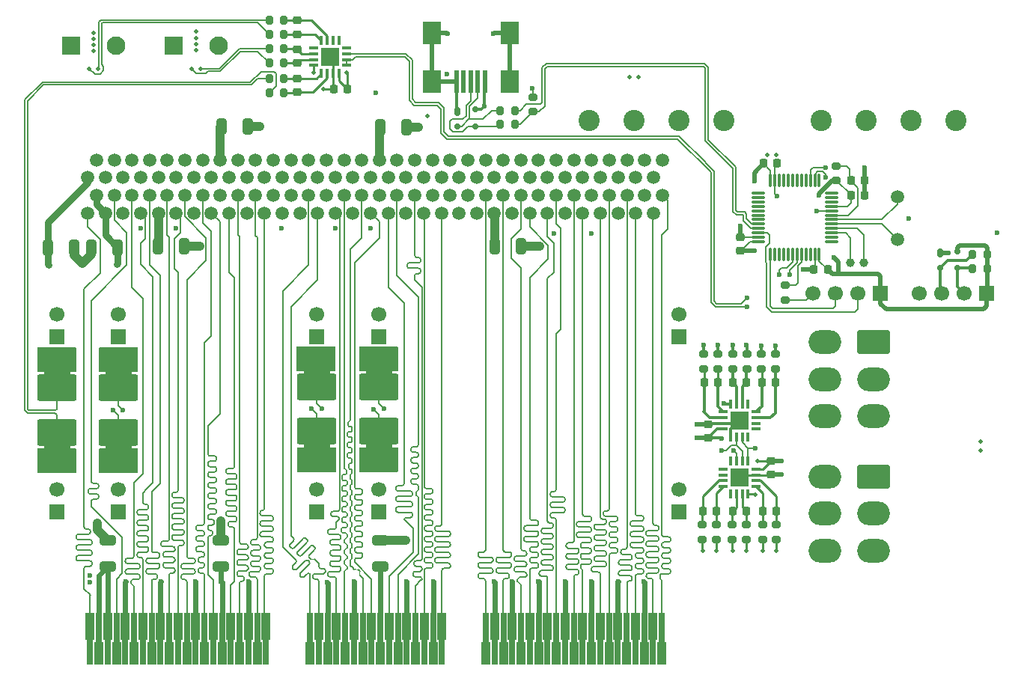
<source format=gbr>
%TF.GenerationSoftware,KiCad,Pcbnew,9.0.1*%
%TF.CreationDate,2025-05-06T20:53:02+02:00*%
%TF.ProjectId,apm,61706d2e-6b69-4636-9164-5f7063625858,rev?*%
%TF.SameCoordinates,Original*%
%TF.FileFunction,Copper,L1,Top*%
%TF.FilePolarity,Positive*%
%FSLAX46Y46*%
G04 Gerber Fmt 4.6, Leading zero omitted, Abs format (unit mm)*
G04 Created by KiCad (PCBNEW 9.0.1) date 2025-05-06 20:53:02*
%MOMM*%
%LPD*%
G01*
G04 APERTURE LIST*
G04 Aperture macros list*
%AMRoundRect*
0 Rectangle with rounded corners*
0 $1 Rounding radius*
0 $2 $3 $4 $5 $6 $7 $8 $9 X,Y pos of 4 corners*
0 Add a 4 corners polygon primitive as box body*
4,1,4,$2,$3,$4,$5,$6,$7,$8,$9,$2,$3,0*
0 Add four circle primitives for the rounded corners*
1,1,$1+$1,$2,$3*
1,1,$1+$1,$4,$5*
1,1,$1+$1,$6,$7*
1,1,$1+$1,$8,$9*
0 Add four rect primitives between the rounded corners*
20,1,$1+$1,$2,$3,$4,$5,0*
20,1,$1+$1,$4,$5,$6,$7,0*
20,1,$1+$1,$6,$7,$8,$9,0*
20,1,$1+$1,$8,$9,$2,$3,0*%
%AMFreePoly0*
4,1,27,0.545019,1.545046,0.545046,1.545019,0.545050,1.545000,0.545050,-1.545000,0.545046,-1.545019,0.545019,-1.545046,0.545000,-1.545050,0.300500,-1.545050,0.300500,-4.315000,0.300462,-4.315191,0.300191,-4.315462,0.300000,-4.315500,-0.300000,-4.315500,-0.300191,-4.315462,-0.300462,-4.315191,-0.300500,-4.315000,-0.300500,-1.545050,-0.545000,-1.545050,-0.545019,-1.545046,-0.545046,-1.545019,
-0.545050,-1.545000,-0.545050,1.545000,-0.545046,1.545019,-0.545019,1.545046,-0.545000,1.545050,0.545000,1.545050,0.545019,1.545046,0.545019,1.545046,$1*%
%AMFreePoly1*
4,1,27,0.300191,4.550462,0.300462,4.550191,0.300500,4.550000,0.300500,1.310500,0.545000,1.310500,0.545191,1.310462,0.545462,1.310191,0.545500,1.310000,0.545500,-1.310000,0.545462,-1.310191,0.545191,-1.310462,0.545000,-1.310500,-0.545000,-1.310500,-0.545191,-1.310462,-0.545462,-1.310191,-0.545500,-1.310000,-0.545500,1.310000,-0.545462,1.310191,-0.545191,1.310462,-0.545000,1.310500,
-0.300500,1.310500,-0.300500,4.550000,-0.300462,4.550191,-0.300191,4.550462,-0.300000,4.550500,0.300000,4.550500,0.300191,4.550462,0.300191,4.550462,$1*%
G04 Aperture macros list end*
%TA.AperFunction,ComponentPad*%
%ADD10C,1.000000*%
%TD*%
%TA.AperFunction,SMDPad,CuDef*%
%ADD11RoundRect,0.200000X-0.200000X-0.275000X0.200000X-0.275000X0.200000X0.275000X-0.200000X0.275000X0*%
%TD*%
%TA.AperFunction,SMDPad,CuDef*%
%ADD12RoundRect,0.225000X0.250000X-0.225000X0.250000X0.225000X-0.250000X0.225000X-0.250000X-0.225000X0*%
%TD*%
%TA.AperFunction,ComponentPad*%
%ADD13RoundRect,0.250001X-0.799999X-0.799999X0.799999X-0.799999X0.799999X0.799999X-0.799999X0.799999X0*%
%TD*%
%TA.AperFunction,ComponentPad*%
%ADD14C,2.100000*%
%TD*%
%TA.AperFunction,ComponentPad*%
%ADD15C,2.400000*%
%TD*%
%TA.AperFunction,ComponentPad*%
%ADD16R,1.700000X1.700000*%
%TD*%
%TA.AperFunction,ComponentPad*%
%ADD17C,1.700000*%
%TD*%
%TA.AperFunction,SMDPad,CuDef*%
%ADD18RoundRect,0.225000X-0.225000X-0.250000X0.225000X-0.250000X0.225000X0.250000X-0.225000X0.250000X0*%
%TD*%
%TA.AperFunction,SMDPad,CuDef*%
%ADD19RoundRect,0.250000X0.650000X-0.325000X0.650000X0.325000X-0.650000X0.325000X-0.650000X-0.325000X0*%
%TD*%
%TA.AperFunction,ComponentPad*%
%ADD20C,1.520000*%
%TD*%
%TA.AperFunction,SMDPad,CuDef*%
%ADD21RoundRect,0.200000X-0.275000X0.200000X-0.275000X-0.200000X0.275000X-0.200000X0.275000X0.200000X0*%
%TD*%
%TA.AperFunction,SMDPad,CuDef*%
%ADD22RoundRect,0.200000X0.200000X0.275000X-0.200000X0.275000X-0.200000X-0.275000X0.200000X-0.275000X0*%
%TD*%
%TA.AperFunction,SMDPad,CuDef*%
%ADD23RoundRect,0.225000X-0.250000X0.225000X-0.250000X-0.225000X0.250000X-0.225000X0.250000X0.225000X0*%
%TD*%
%TA.AperFunction,SMDPad,CuDef*%
%ADD24RoundRect,0.250000X0.325000X0.650000X-0.325000X0.650000X-0.325000X-0.650000X0.325000X-0.650000X0*%
%TD*%
%TA.AperFunction,SMDPad,CuDef*%
%ADD25RoundRect,0.250000X-0.325000X-0.650000X0.325000X-0.650000X0.325000X0.650000X-0.325000X0.650000X0*%
%TD*%
%TA.AperFunction,SMDPad,CuDef*%
%ADD26RoundRect,0.200000X0.275000X-0.200000X0.275000X0.200000X-0.275000X0.200000X-0.275000X-0.200000X0*%
%TD*%
%TA.AperFunction,SMDPad,CuDef*%
%ADD27RoundRect,0.225000X0.225000X0.250000X-0.225000X0.250000X-0.225000X-0.250000X0.225000X-0.250000X0*%
%TD*%
%TA.AperFunction,SMDPad,CuDef*%
%ADD28RoundRect,0.087500X0.087500X-0.425000X0.087500X0.425000X-0.087500X0.425000X-0.087500X-0.425000X0*%
%TD*%
%TA.AperFunction,SMDPad,CuDef*%
%ADD29RoundRect,0.087500X0.425000X-0.087500X0.425000X0.087500X-0.425000X0.087500X-0.425000X-0.087500X0*%
%TD*%
%TA.AperFunction,HeatsinkPad*%
%ADD30R,2.100000X2.100000*%
%TD*%
%TA.AperFunction,ComponentPad*%
%ADD31RoundRect,0.250001X-1.599999X1.099999X-1.599999X-1.099999X1.599999X-1.099999X1.599999X1.099999X0*%
%TD*%
%TA.AperFunction,ComponentPad*%
%ADD32O,3.700000X2.700000*%
%TD*%
%TA.AperFunction,ComponentPad*%
%ADD33C,1.500000*%
%TD*%
%TA.AperFunction,SMDPad,CuDef*%
%ADD34RoundRect,0.175000X-0.175000X-0.325000X0.175000X-0.325000X0.175000X0.325000X-0.175000X0.325000X0*%
%TD*%
%TA.AperFunction,SMDPad,CuDef*%
%ADD35RoundRect,0.150000X-0.200000X-0.150000X0.200000X-0.150000X0.200000X0.150000X-0.200000X0.150000X0*%
%TD*%
%TA.AperFunction,SMDPad,CuDef*%
%ADD36FreePoly0,0.000000*%
%TD*%
%TA.AperFunction,SMDPad,CuDef*%
%ADD37FreePoly1,0.000000*%
%TD*%
%TA.AperFunction,SMDPad,CuDef*%
%ADD38RoundRect,0.075000X0.662500X0.075000X-0.662500X0.075000X-0.662500X-0.075000X0.662500X-0.075000X0*%
%TD*%
%TA.AperFunction,SMDPad,CuDef*%
%ADD39RoundRect,0.075000X0.075000X0.662500X-0.075000X0.662500X-0.075000X-0.662500X0.075000X-0.662500X0*%
%TD*%
%TA.AperFunction,SMDPad,CuDef*%
%ADD40RoundRect,0.087500X0.425000X0.087500X-0.425000X0.087500X-0.425000X-0.087500X0.425000X-0.087500X0*%
%TD*%
%TA.AperFunction,SMDPad,CuDef*%
%ADD41RoundRect,0.087500X0.087500X0.425000X-0.087500X0.425000X-0.087500X-0.425000X0.087500X-0.425000X0*%
%TD*%
%TA.AperFunction,SMDPad,CuDef*%
%ADD42RoundRect,0.250001X1.974999X-1.262499X1.974999X1.262499X-1.974999X1.262499X-1.974999X-1.262499X0*%
%TD*%
%TA.AperFunction,SMDPad,CuDef*%
%ADD43R,0.500000X2.500000*%
%TD*%
%TA.AperFunction,SMDPad,CuDef*%
%ADD44R,2.000000X2.500000*%
%TD*%
%TA.AperFunction,SMDPad,CuDef*%
%ADD45RoundRect,0.087500X-0.425000X-0.087500X0.425000X-0.087500X0.425000X0.087500X-0.425000X0.087500X0*%
%TD*%
%TA.AperFunction,SMDPad,CuDef*%
%ADD46RoundRect,0.087500X-0.087500X-0.425000X0.087500X-0.425000X0.087500X0.425000X-0.087500X0.425000X0*%
%TD*%
%TA.AperFunction,ViaPad*%
%ADD47C,0.600000*%
%TD*%
%TA.AperFunction,ViaPad*%
%ADD48C,0.500000*%
%TD*%
%TA.AperFunction,Conductor*%
%ADD49C,0.600000*%
%TD*%
%TA.AperFunction,Conductor*%
%ADD50C,3.000000*%
%TD*%
%TA.AperFunction,Conductor*%
%ADD51C,0.250000*%
%TD*%
%TA.AperFunction,Conductor*%
%ADD52C,0.150000*%
%TD*%
%TA.AperFunction,Conductor*%
%ADD53C,0.300000*%
%TD*%
%TA.AperFunction,Conductor*%
%ADD54C,0.500000*%
%TD*%
%TA.AperFunction,Conductor*%
%ADD55C,0.200000*%
%TD*%
%TA.AperFunction,Conductor*%
%ADD56C,1.000000*%
%TD*%
%TA.AperFunction,Conductor*%
%ADD57C,0.800000*%
%TD*%
G04 APERTURE END LIST*
D10*
%TO.P,Y502,1,1*%
%TO.N,Net-(U502-PC15)*%
X172600000Y-64400000D03*
%TO.P,Y502,2,2*%
%TO.N,Net-(U502-PC14)*%
X171100000Y-64400000D03*
%TD*%
D11*
%TO.P,R501,1*%
%TO.N,Net-(D501-I{slash}O2)*%
X131475000Y-48800000D03*
%TO.P,R501,2*%
%TO.N,Net-(U502-PA12)*%
X133125000Y-48800000D03*
%TD*%
D12*
%TO.P,C403,1*%
%TO.N,Net-(U401-IN+3)*%
X108487500Y-45112500D03*
%TO.P,C403,2*%
%TO.N,Net-(U401-IN-3)*%
X108487500Y-43562500D03*
%TD*%
D13*
%TO.P,J306,1,Pin_1*%
%TO.N,ALT_IN_B*%
X94520000Y-39900000D03*
D14*
%TO.P,J306,2,Pin_2*%
%TO.N,ALT_OUT_B*%
X99600000Y-39900000D03*
%TD*%
D15*
%TO.P,J304,1,1*%
%TO.N,EXT_OUT_5V*%
X182980000Y-48340000D03*
%TO.P,J304,2,2*%
%TO.N,GND*%
X177900000Y-48340000D03*
%TO.P,J304,3,3*%
X172820000Y-48340000D03*
%TO.P,J304,4,4*%
%TO.N,EXT_OUT_12V*%
X167740000Y-48340000D03*
%TD*%
D16*
%TO.P,J502,1,Pin_1*%
%TO.N,+3.3V*%
X186480000Y-67900000D03*
D17*
%TO.P,J502,2,Pin_2*%
%TO.N,SCL*%
X183940000Y-67900000D03*
%TO.P,J502,3,Pin_3*%
%TO.N,SDA*%
X181400000Y-67900000D03*
%TO.P,J502,4,Pin_4*%
%TO.N,GND*%
X178860000Y-67900000D03*
%TD*%
D18*
%TO.P,C408,1*%
%TO.N,Net-(U403-IN+2)*%
X157750000Y-78000000D03*
%TO.P,C408,2*%
%TO.N,Net-(U403-IN-2)*%
X159300000Y-78000000D03*
%TD*%
D19*
%TO.P,C204,1*%
%TO.N,VBUS_IN_5V*%
X87100000Y-98775000D03*
%TO.P,C204,2*%
%TO.N,GND*%
X87100000Y-95825000D03*
%TD*%
D20*
%TO.P,J202,A1,1*%
%TO.N,VBUS_OUT_12V*%
X84800000Y-54800000D03*
%TO.P,J202,A2,2*%
%TO.N,/agp_connectors/TYPEDET#*%
X85800000Y-52800000D03*
%TO.P,J202,A3,3*%
%TO.N,/agp_connectors/GC_DET#*%
X86800000Y-54800000D03*
%TO.P,J202,A4,4*%
%TO.N,/agp_connectors/USB-*%
X87800000Y-52800000D03*
%TO.P,J202,A5,5*%
%TO.N,GND*%
X88800000Y-54800000D03*
%TO.P,J202,A6,6*%
%TO.N,/agp_connectors/INTA#*%
X89800000Y-52800000D03*
%TO.P,J202,A7,7*%
%TO.N,/agp_connectors/RST#*%
X90800000Y-54800000D03*
%TO.P,J202,A8,8*%
%TO.N,/agp_connectors/GNT#*%
X91800000Y-52800000D03*
%TO.P,J202,A9,9*%
%TO.N,VBUS_OUT_3.3V*%
X92800000Y-54800000D03*
%TO.P,J202,A10,10*%
%TO.N,/agp_connectors/ST1*%
X93800000Y-52800000D03*
%TO.P,J202,A11,11*%
%TO.N,/agp_connectors/MB_DET#*%
X94800000Y-54800000D03*
%TO.P,J202,A12,12*%
%TO.N,/agp_connectors/DBI_HI{slash}PIPE#*%
X95800000Y-52800000D03*
%TO.P,J202,A13,13*%
%TO.N,GND*%
X96800000Y-54800000D03*
%TO.P,J202,A14,14*%
%TO.N,/agp_connectors/WBF#*%
X97800000Y-52800000D03*
%TO.P,J202,A15,15*%
%TO.N,/agp_connectors/SBA1*%
X98800000Y-54800000D03*
%TO.P,J202,A16,16*%
%TO.N,VBUS_OUT_3.3V*%
X99800000Y-52800000D03*
%TO.P,J202,A17,17*%
%TO.N,/agp_connectors/SBA3*%
X100800000Y-54800000D03*
%TO.P,J202,A18,18*%
%TO.N,/agp_connectors/SB_STB#*%
X101800000Y-52800000D03*
%TO.P,J202,A19,19*%
%TO.N,GND*%
X102800000Y-54800000D03*
%TO.P,J202,A20,20*%
%TO.N,/agp_connectors/SBA5*%
X103800000Y-52800000D03*
%TO.P,J202,A21,21*%
%TO.N,/agp_connectors/SBA7*%
X104800000Y-54800000D03*
%TO.P,J202,A22,22*%
%TO.N,unconnected-(J202-22-PadA22)*%
X105800000Y-52800000D03*
%TO.P,J202,A23,23*%
%TO.N,unconnected-(J202-23-PadA23)*%
X106800000Y-54800000D03*
%TO.P,J202,A24,24*%
%TO.N,unconnected-(J202-24-PadA24)*%
X107800000Y-52800000D03*
%TO.P,J202,A25,25*%
%TO.N,unconnected-(J202-25-PadA25)*%
X108800000Y-54800000D03*
%TO.P,J202,A26,26*%
%TO.N,/agp_connectors/AD30*%
X109800000Y-52800000D03*
%TO.P,J202,A27,27*%
%TO.N,/agp_connectors/AD28*%
X110800000Y-54800000D03*
%TO.P,J202,A28,28*%
%TO.N,VBUS_OUT_3.3V*%
X111800000Y-52800000D03*
%TO.P,J202,A29,29*%
%TO.N,/agp_connectors/AD26*%
X112800000Y-54800000D03*
%TO.P,J202,A30,30*%
%TO.N,/agp_connectors/AD24*%
X113800000Y-52800000D03*
%TO.P,J202,A31,31*%
%TO.N,GND*%
X114800000Y-54800000D03*
%TO.P,J202,A32,32*%
%TO.N,/agp_connectors/AD_STB1#*%
X115800000Y-52800000D03*
%TO.P,J202,A33,33*%
%TO.N,/agp_connectors/C{slash}BE3#*%
X116800000Y-54800000D03*
%TO.P,J202,A34,34*%
%TO.N,VBUS_OUT_VDDQ*%
X117800000Y-52800000D03*
%TO.P,J202,A35,35*%
%TO.N,/agp_connectors/AD22*%
X118800000Y-54800000D03*
%TO.P,J202,A36,36*%
%TO.N,/agp_connectors/AD20*%
X119800000Y-52800000D03*
%TO.P,J202,A37,37*%
%TO.N,GND*%
X120800000Y-54800000D03*
%TO.P,J202,A38,38*%
%TO.N,/agp_connectors/AD18*%
X121800000Y-52800000D03*
%TO.P,J202,A39,39*%
%TO.N,/agp_connectors/AD16*%
X122800000Y-54800000D03*
%TO.P,J202,A40,40*%
%TO.N,VBUS_OUT_VDDQ*%
X123800000Y-52800000D03*
%TO.P,J202,A41,41*%
%TO.N,/agp_connectors/FRAME#*%
X124800000Y-54800000D03*
%TO.P,J202,A42,42*%
%TO.N,unconnected-(J202-42-PadA42)*%
X125800000Y-52800000D03*
%TO.P,J202,A43,43*%
%TO.N,unconnected-(J202-43-PadA43)*%
X126800000Y-54800000D03*
%TO.P,J202,A44,44*%
%TO.N,unconnected-(J202-44-PadA44)*%
X127800000Y-52800000D03*
%TO.P,J202,A45,45*%
%TO.N,unconnected-(J202-45-PadA45)*%
X128800000Y-54800000D03*
%TO.P,J202,A46,46*%
%TO.N,/agp_connectors/TRDY#*%
X129800000Y-52800000D03*
%TO.P,J202,A47,47*%
%TO.N,/agp_connectors/STOP*%
X130800000Y-54800000D03*
%TO.P,J202,A48,48*%
%TO.N,/agp_connectors/PME#*%
X131800000Y-52800000D03*
%TO.P,J202,A49,49*%
%TO.N,GND*%
X132800000Y-54800000D03*
%TO.P,J202,A50,50*%
%TO.N,/agp_connectors/PAR*%
X133800000Y-52800000D03*
%TO.P,J202,A51,51*%
%TO.N,/agp_connectors/AD15*%
X134800000Y-54800000D03*
%TO.P,J202,A52,52*%
%TO.N,VBUS_OUT_VDDQ*%
X135800000Y-52800000D03*
%TO.P,J202,A53,53*%
%TO.N,/agp_connectors/AD13*%
X136800000Y-54800000D03*
%TO.P,J202,A54,54*%
%TO.N,/agp_connectors/AD11*%
X137800000Y-52800000D03*
%TO.P,J202,A55,55*%
%TO.N,GND*%
X138800000Y-54800000D03*
%TO.P,J202,A56,56*%
%TO.N,/agp_connectors/AD9*%
X139800000Y-52800000D03*
%TO.P,J202,A57,57*%
%TO.N,/agp_connectors/C{slash}BE0#*%
X140800000Y-54800000D03*
%TO.P,J202,A58,58*%
%TO.N,VBUS_OUT_VDDQ*%
X141800000Y-52800000D03*
%TO.P,J202,A59,59*%
%TO.N,/agp_connectors/AD_STB0#*%
X142800000Y-54800000D03*
%TO.P,J202,A60,60*%
%TO.N,/agp_connectors/AD6*%
X143800000Y-52800000D03*
%TO.P,J202,A61,61*%
%TO.N,GND*%
X144800000Y-54800000D03*
%TO.P,J202,A62,62*%
%TO.N,/agp_connectors/AD4*%
X145800000Y-52800000D03*
%TO.P,J202,A63,63*%
%TO.N,/agp_connectors/AD2*%
X146800000Y-54800000D03*
%TO.P,J202,A64,64*%
%TO.N,VBUS_OUT_VDDQ*%
X147800000Y-52800000D03*
%TO.P,J202,A65,65*%
%TO.N,/agp_connectors/AD0*%
X148800000Y-54800000D03*
%TO.P,J202,A66,66*%
%TO.N,/agp_connectors/VREFGC*%
X149800000Y-52800000D03*
%TO.P,J202,B1,67*%
%TO.N,/agp_connectors/OVRCNT#*%
X84800000Y-58800000D03*
%TO.P,J202,B2,68*%
%TO.N,VBUS_OUT_5V*%
X85800000Y-56800000D03*
%TO.P,J202,B3,69*%
X86800000Y-58800000D03*
%TO.P,J202,B4,70*%
%TO.N,/agp_connectors/USB+*%
X87800000Y-56800000D03*
%TO.P,J202,B5,71*%
%TO.N,GND*%
X88800000Y-58800000D03*
%TO.P,J202,B6,72*%
%TO.N,/agp_connectors/INTB#*%
X89800000Y-56800000D03*
%TO.P,J202,B7,73*%
%TO.N,/agp_connectors/CLK*%
X90800000Y-58800000D03*
%TO.P,J202,B8,74*%
%TO.N,/agp_connectors/REQ#*%
X91800000Y-56800000D03*
%TO.P,J202,B9,75*%
%TO.N,VBUS_OUT_3.3V*%
X92800000Y-58800000D03*
%TO.P,J202,B10,76*%
%TO.N,/agp_connectors/ST0*%
X93800000Y-56800000D03*
%TO.P,J202,B11,77*%
%TO.N,/agp_connectors/ST2*%
X94800000Y-58800000D03*
%TO.P,J202,B12,78*%
%TO.N,/agp_connectors/RBF#*%
X95800000Y-56800000D03*
%TO.P,J202,B13,79*%
%TO.N,GND*%
X96800000Y-58800000D03*
%TO.P,J202,B14,80*%
%TO.N,/agp_connectors/DBI_LO*%
X97800000Y-56800000D03*
%TO.P,J202,B15,81*%
%TO.N,/agp_connectors/SBA0*%
X98800000Y-58800000D03*
%TO.P,J202,B16,82*%
%TO.N,VBUS_OUT_3.3V*%
X99800000Y-56800000D03*
%TO.P,J202,B17,83*%
%TO.N,/agp_connectors/SBA2*%
X100800000Y-58800000D03*
%TO.P,J202,B18,84*%
%TO.N,/agp_connectors/SB_STB*%
X101800000Y-56800000D03*
%TO.P,J202,B19,85*%
%TO.N,GND*%
X102800000Y-58800000D03*
%TO.P,J202,B20,86*%
%TO.N,/agp_connectors/SBA4*%
X103800000Y-56800000D03*
%TO.P,J202,B21,87*%
%TO.N,/agp_connectors/SBA6*%
X104800000Y-58800000D03*
%TO.P,J202,B22,88*%
%TO.N,unconnected-(J202-88-PadB22)*%
X105800000Y-56800000D03*
%TO.P,J202,B23,B24*%
%TO.N,unconnected-(J202-B24-PadB23)*%
X106800000Y-58800000D03*
%TO.P,J202,B24,90*%
%TO.N,unconnected-(J202-90-PadB24)*%
X107800000Y-56800000D03*
%TO.P,J202,B25,91*%
%TO.N,unconnected-(J202-91-PadB25)*%
X108800000Y-58800000D03*
%TO.P,J202,B26,92*%
%TO.N,/agp_connectors/AD31*%
X109800000Y-56800000D03*
%TO.P,J202,B27,93*%
%TO.N,/agp_connectors/AD29*%
X110800000Y-58800000D03*
%TO.P,J202,B28,94*%
%TO.N,VBUS_OUT_3.3V*%
X111800000Y-56800000D03*
%TO.P,J202,B29,95*%
%TO.N,/agp_connectors/AD27*%
X112800000Y-58800000D03*
%TO.P,J202,B30,96*%
%TO.N,/agp_connectors/AD25*%
X113800000Y-56800000D03*
%TO.P,J202,B31,97*%
%TO.N,GND*%
X114800000Y-58800000D03*
%TO.P,J202,B32,98*%
%TO.N,/agp_connectors/AD_STB1*%
X115800000Y-56800000D03*
%TO.P,J202,B33,99*%
%TO.N,/agp_connectors/AD23*%
X116800000Y-58800000D03*
%TO.P,J202,B34,100*%
%TO.N,VBUS_OUT_VDDQ*%
X117800000Y-56800000D03*
%TO.P,J202,B35,101*%
%TO.N,/agp_connectors/AD21*%
X118800000Y-58800000D03*
%TO.P,J202,B36,102*%
%TO.N,/agp_connectors/AD19*%
X119800000Y-56800000D03*
%TO.P,J202,B37,103*%
%TO.N,GND*%
X120800000Y-58800000D03*
%TO.P,J202,B38,104*%
%TO.N,/agp_connectors/AD17*%
X121800000Y-56800000D03*
%TO.P,J202,B39,105*%
%TO.N,/agp_connectors/C{slash}BE2#*%
X122800000Y-58800000D03*
%TO.P,J202,B40,106*%
%TO.N,VBUS_OUT_VDDQ*%
X123800000Y-56800000D03*
%TO.P,J202,B41,107*%
%TO.N,/agp_connectors/IRDY#*%
X124800000Y-58800000D03*
%TO.P,J202,B42,108*%
%TO.N,unconnected-(J202-108-PadB42)*%
X125800000Y-56800000D03*
%TO.P,J202,B43,109*%
%TO.N,unconnected-(J202-109-PadB43)*%
X126800000Y-58800000D03*
%TO.P,J202,B44,110*%
%TO.N,unconnected-(J202-110-PadB44)*%
X127800000Y-56800000D03*
%TO.P,J202,B45,111*%
%TO.N,unconnected-(J202-111-PadB45)*%
X128800000Y-58800000D03*
%TO.P,J202,B46,112*%
%TO.N,/agp_connectors/DEVSEL#*%
X129800000Y-56800000D03*
%TO.P,J202,B47,113*%
%TO.N,VBUS_OUT_VDDQ*%
X130800000Y-58800000D03*
%TO.P,J202,B48,114*%
%TO.N,/agp_connectors/PERR#*%
X131800000Y-56800000D03*
%TO.P,J202,B49,115*%
%TO.N,GND*%
X132800000Y-58800000D03*
%TO.P,J202,B50,116*%
%TO.N,/agp_connectors/SERR#*%
X133800000Y-56800000D03*
%TO.P,J202,B51,117*%
%TO.N,/agp_connectors/C{slash}BE1#*%
X134800000Y-58800000D03*
%TO.P,J202,B52,118*%
%TO.N,VBUS_OUT_VDDQ*%
X135800000Y-56800000D03*
%TO.P,J202,B53,119*%
%TO.N,/agp_connectors/AD14*%
X136800000Y-58800000D03*
%TO.P,J202,B54,120*%
%TO.N,/agp_connectors/AD12*%
X137800000Y-56800000D03*
%TO.P,J202,B55,121*%
%TO.N,GND*%
X138800000Y-58800000D03*
%TO.P,J202,B56,122*%
%TO.N,/agp_connectors/AD10*%
X139800000Y-56800000D03*
%TO.P,J202,B57,123*%
%TO.N,/agp_connectors/AD8*%
X140800000Y-58800000D03*
%TO.P,J202,B58,124*%
%TO.N,VBUS_OUT_VDDQ*%
X141800000Y-56800000D03*
%TO.P,J202,B59,125*%
%TO.N,/agp_connectors/AD_STB0*%
X142800000Y-58800000D03*
%TO.P,J202,B60,126*%
%TO.N,/agp_connectors/AD7*%
X143800000Y-56800000D03*
%TO.P,J202,B61,127*%
%TO.N,GND*%
X144800000Y-58800000D03*
%TO.P,J202,B62,128*%
%TO.N,/agp_connectors/AD5*%
X145800000Y-56800000D03*
%TO.P,J202,B63,129*%
%TO.N,/agp_connectors/AD3*%
X146800000Y-58800000D03*
%TO.P,J202,B64,130*%
%TO.N,VBUS_OUT_VDDQ*%
X147800000Y-56800000D03*
%TO.P,J202,B65,131*%
%TO.N,/agp_connectors/AD1*%
X148800000Y-58800000D03*
%TO.P,J202,B66,132*%
%TO.N,/agp_connectors/VREFCG*%
X149800000Y-56800000D03*
%TD*%
D21*
%TO.P,R427,1*%
%TO.N,EXT_OUT_12V*%
X156100000Y-74775000D03*
%TO.P,R427,2*%
%TO.N,Net-(U403-IN-3)*%
X156100000Y-76425000D03*
%TD*%
D22*
%TO.P,R507,1*%
%TO.N,+3.3V*%
X186525000Y-65100000D03*
%TO.P,R507,2*%
%TO.N,SCL*%
X184875000Y-65100000D03*
%TD*%
D13*
%TO.P,J305,1,Pin_1*%
%TO.N,ALT_IN_A*%
X82920000Y-39900000D03*
D14*
%TO.P,J305,2,Pin_2*%
%TO.N,ALT_OUT_A*%
X88000000Y-39900000D03*
%TD*%
D23*
%TO.P,C412,1*%
%TO.N,+3.3V*%
X162100000Y-86825000D03*
%TO.P,C412,2*%
%TO.N,GND*%
X162100000Y-88375000D03*
%TD*%
D24*
%TO.P,C211,1*%
%TO.N,VBUS_OUT_5V*%
X88175000Y-62700000D03*
%TO.P,C211,2*%
%TO.N,GND*%
X85225000Y-62700000D03*
%TD*%
D25*
%TO.P,C208,1*%
%TO.N,VBUS_OUT_3.3V*%
X99925000Y-49000000D03*
%TO.P,C208,2*%
%TO.N,GND*%
X102875000Y-49000000D03*
%TD*%
D26*
%TO.P,R419,1*%
%TO.N,VBUS_OUT_5V*%
X157725000Y-95725000D03*
%TO.P,R419,2*%
%TO.N,Net-(U402-IN-2)*%
X157725000Y-94075000D03*
%TD*%
D21*
%TO.P,R426,1*%
%TO.N,EXT_IN_12V*%
X154500000Y-74775000D03*
%TO.P,R426,2*%
%TO.N,Net-(U403-IN+3)*%
X154500000Y-76425000D03*
%TD*%
D26*
%TO.P,R416,1*%
%TO.N,VBUS_IN_VDDQ*%
X155925000Y-95725000D03*
%TO.P,R416,2*%
%TO.N,Net-(U402-IN+1)*%
X155925000Y-94075000D03*
%TD*%
D11*
%TO.P,R415,1*%
%TO.N,VBUS_OUT_12V*%
X105362500Y-43562500D03*
%TO.P,R415,2*%
%TO.N,Net-(U401-IN-3)*%
X107012500Y-43562500D03*
%TD*%
D27*
%TO.P,C406,1*%
%TO.N,Net-(U402-IN+3)*%
X162675000Y-92500000D03*
%TO.P,C406,2*%
%TO.N,Net-(U402-IN-3)*%
X161125000Y-92500000D03*
%TD*%
D28*
%TO.P,U401,1,IN-3*%
%TO.N,Net-(U401-IN-3)*%
X111250000Y-43000000D03*
%TO.P,U401,2,IN+3*%
%TO.N,Net-(U401-IN+3)*%
X111900000Y-43000000D03*
%TO.P,U401,3,GND*%
%TO.N,GND*%
X112550000Y-43000000D03*
%TO.P,U401,4,VS*%
%TO.N,+3.3V*%
X113200000Y-43000000D03*
D29*
%TO.P,U401,5,A0*%
%TO.N,SCL*%
X114087500Y-42112500D03*
%TO.P,U401,6,SCL*%
X114087500Y-41462500D03*
%TO.P,U401,7,SDA*%
%TO.N,SDA*%
X114087500Y-40812500D03*
%TO.P,U401,8,WARNING*%
%TO.N,unconnected-(U401-WARNING-Pad8)*%
X114087500Y-40162500D03*
D28*
%TO.P,U401,9,CRITICAL*%
%TO.N,unconnected-(U401-CRITICAL-Pad9)*%
X113200000Y-39275000D03*
%TO.P,U401,10,PV*%
%TO.N,unconnected-(U401-PV-Pad10)*%
X112550000Y-39275000D03*
%TO.P,U401,11,IN-1*%
%TO.N,Net-(U401-IN-1)*%
X111900000Y-39275000D03*
%TO.P,U401,12,IN+1*%
%TO.N,Net-(U401-IN+1)*%
X111250000Y-39275000D03*
D29*
%TO.P,U401,13,TC*%
%TO.N,unconnected-(U401-TC-Pad13)*%
X110362500Y-40162500D03*
%TO.P,U401,14,IN-2*%
%TO.N,Net-(U401-IN-2)*%
X110362500Y-40812500D03*
%TO.P,U401,15,IN+2*%
%TO.N,Net-(U401-IN+2)*%
X110362500Y-41462500D03*
%TO.P,U401,16,VPU*%
%TO.N,+3.3V*%
X110362500Y-42112500D03*
D30*
%TO.P,U401,17,EP*%
%TO.N,GND*%
X112225000Y-41137500D03*
%TD*%
D18*
%TO.P,C409,1*%
%TO.N,Net-(U403-IN+3)*%
X154525000Y-78000000D03*
%TO.P,C409,2*%
%TO.N,Net-(U403-IN-3)*%
X156075000Y-78000000D03*
%TD*%
D31*
%TO.P,J302,1,Pin_1*%
%TO.N,EXT_OUT_12V_PCIE*%
X173700000Y-73400000D03*
D32*
%TO.P,J302,2,Pin_2*%
X173700000Y-77600000D03*
%TO.P,J302,3,Pin_3*%
X173700000Y-81800000D03*
%TO.P,J302,4,Pin_4*%
%TO.N,GND*%
X168200000Y-73400000D03*
%TO.P,J302,5,Pin_5*%
X168200000Y-77600000D03*
%TO.P,J302,6,Pin_6*%
X168200000Y-81800000D03*
%TD*%
D21*
%TO.P,R425,1*%
%TO.N,EXT_OUT_5V*%
X159350000Y-74775000D03*
%TO.P,R425,2*%
%TO.N,Net-(U403-IN-2)*%
X159350000Y-76425000D03*
%TD*%
D12*
%TO.P,C402,1*%
%TO.N,Net-(U401-IN+2)*%
X108487500Y-41812500D03*
%TO.P,C402,2*%
%TO.N,Net-(U401-IN-2)*%
X108487500Y-40262500D03*
%TD*%
D11*
%TO.P,R413,1*%
%TO.N,ALT_OUT_B*%
X105362500Y-40237500D03*
%TO.P,R413,2*%
%TO.N,Net-(U401-IN-2)*%
X107012500Y-40237500D03*
%TD*%
D33*
%TO.P,Y501,1,1*%
%TO.N,Net-(U502-PD1)*%
X176400000Y-56950000D03*
%TO.P,Y501,2,2*%
%TO.N,Net-(U502-PD0)*%
X176400000Y-61830000D03*
%TD*%
D19*
%TO.P,C202,1*%
%TO.N,VBUS_IN_3.3V*%
X99900000Y-98775000D03*
%TO.P,C202,2*%
%TO.N,GND*%
X99900000Y-95825000D03*
%TD*%
D27*
%TO.P,C404,1*%
%TO.N,Net-(U402-IN+1)*%
X155925000Y-92500000D03*
%TO.P,C404,2*%
%TO.N,Net-(U402-IN-1)*%
X154375000Y-92500000D03*
%TD*%
D34*
%TO.P,D503,1,GND*%
%TO.N,GND*%
X181200000Y-63350000D03*
D35*
%TO.P,D503,2,I/O1*%
%TO.N,SDA*%
X181200000Y-65050000D03*
%TO.P,D503,3,I/O2*%
%TO.N,SCL*%
X183200000Y-65050000D03*
%TO.P,D503,4,VCC*%
%TO.N,+3.3V*%
X183200000Y-63150000D03*
%TD*%
D26*
%TO.P,R421,1*%
%TO.N,VBUS_OUT_3.3V*%
X161125000Y-95725000D03*
%TO.P,R421,2*%
%TO.N,Net-(U402-IN-3)*%
X161125000Y-94075000D03*
%TD*%
D27*
%TO.P,C405,1*%
%TO.N,Net-(U402-IN+2)*%
X159325000Y-92500000D03*
%TO.P,C405,2*%
%TO.N,Net-(U402-IN-2)*%
X157775000Y-92500000D03*
%TD*%
D21*
%TO.P,R424,1*%
%TO.N,EXT_IN_5V*%
X157750000Y-74775000D03*
%TO.P,R424,2*%
%TO.N,Net-(U403-IN+2)*%
X157750000Y-76425000D03*
%TD*%
D18*
%TO.P,C407,1*%
%TO.N,Net-(U403-IN+1)*%
X161050000Y-78000000D03*
%TO.P,C407,2*%
%TO.N,Net-(U403-IN-1)*%
X162600000Y-78000000D03*
%TD*%
%TO.P,C505,1*%
%TO.N,+3.3V*%
X161225000Y-53200000D03*
%TO.P,C505,2*%
%TO.N,GND*%
X162775000Y-53200000D03*
%TD*%
D11*
%TO.P,R502,1*%
%TO.N,Net-(D501-I{slash}O1)*%
X131475000Y-47200000D03*
%TO.P,R502,2*%
%TO.N,Net-(U502-PA11)*%
X133125000Y-47200000D03*
%TD*%
D36*
%TO.P,J201,B1,OVRCNT#*%
%TO.N,/agp_connectors/OVRCNT#*%
X85070000Y-105600000D03*
D37*
%TO.P,J201,B2,5.0V*%
%TO.N,VBUS_IN_5V*%
X86065000Y-108605000D03*
D36*
%TO.P,J201,B3,5.0V*%
X87060000Y-105600000D03*
D37*
%TO.P,J201,B4,USB+*%
%TO.N,/agp_connectors/USB+*%
X88055000Y-108605000D03*
D36*
%TO.P,J201,B5,GND*%
%TO.N,GND*%
X89050000Y-105600000D03*
D37*
%TO.P,J201,B6,INTB#*%
%TO.N,/agp_connectors/INTB#*%
X90045000Y-108605000D03*
D36*
%TO.P,J201,B7,CLK*%
%TO.N,/agp_connectors/CLK*%
X91040000Y-105600000D03*
D37*
%TO.P,J201,B8,REQ#*%
%TO.N,/agp_connectors/REQ#*%
X92035000Y-108605000D03*
D36*
%TO.P,J201,B9,VCC_3.3*%
%TO.N,VBUS_IN_3.3V*%
X93030000Y-105600000D03*
D37*
%TO.P,J201,B10,ST0*%
%TO.N,/agp_connectors/ST0*%
X94025000Y-108605000D03*
D36*
%TO.P,J201,B11,ST2*%
%TO.N,/agp_connectors/ST2*%
X95020000Y-105600000D03*
D37*
%TO.P,J201,B12,RBF#*%
%TO.N,/agp_connectors/RBF#*%
X96015000Y-108605000D03*
D36*
%TO.P,J201,B13,GND*%
%TO.N,GND*%
X97010000Y-105600000D03*
D37*
%TO.P,J201,B14,DBI_LO*%
%TO.N,/agp_connectors/DBI_LO*%
X98005000Y-108605000D03*
D36*
%TO.P,J201,B15,SBA0*%
%TO.N,/agp_connectors/SBA0*%
X99000000Y-105600000D03*
D37*
%TO.P,J201,B16,VCC_3.3*%
%TO.N,VBUS_IN_3.3V*%
X99995000Y-108605000D03*
D36*
%TO.P,J201,B17,SBA2*%
%TO.N,/agp_connectors/SBA2*%
X100990000Y-105600000D03*
D37*
%TO.P,J201,B18,SB_STB*%
%TO.N,/agp_connectors/SB_STB*%
X101985000Y-108605000D03*
D36*
%TO.P,J201,B19,GND*%
%TO.N,GND*%
X102980000Y-105600000D03*
D37*
%TO.P,J201,B20,SBA4*%
%TO.N,/agp_connectors/SBA4*%
X103975000Y-108605000D03*
D36*
%TO.P,J201,B21,SBA6*%
%TO.N,/agp_connectors/SBA6*%
X104970000Y-105600000D03*
D37*
%TO.P,J201,B26,AD31*%
%TO.N,/agp_connectors/AD31*%
X109945000Y-108605000D03*
D36*
%TO.P,J201,B27,AD29*%
%TO.N,/agp_connectors/AD29*%
X110940000Y-105600000D03*
D37*
%TO.P,J201,B28,VCC_3.3*%
%TO.N,VBUS_IN_3.3V*%
X111935000Y-108605000D03*
D36*
%TO.P,J201,B29,AD27*%
%TO.N,/agp_connectors/AD27*%
X112930000Y-105600000D03*
D37*
%TO.P,J201,B30,AD25*%
%TO.N,/agp_connectors/AD25*%
X113925000Y-108605000D03*
D36*
%TO.P,J201,B31,GND*%
%TO.N,GND*%
X114920000Y-105600000D03*
D37*
%TO.P,J201,B32,AD_STB1*%
%TO.N,/agp_connectors/AD_STB1*%
X115915000Y-108605000D03*
D36*
%TO.P,J201,B33,AD23*%
%TO.N,/agp_connectors/AD23*%
X116910000Y-105600000D03*
D37*
%TO.P,J201,B34,VDDQ*%
%TO.N,VBUS_IN_VDDQ*%
X117905000Y-108605000D03*
D36*
%TO.P,J201,B35,AD21*%
%TO.N,/agp_connectors/AD21*%
X118900000Y-105600000D03*
D37*
%TO.P,J201,B36,AD19*%
%TO.N,/agp_connectors/AD19*%
X119895000Y-108605000D03*
D36*
%TO.P,J201,B37,GND*%
%TO.N,GND*%
X120890000Y-105600000D03*
D37*
%TO.P,J201,B38,AD17*%
%TO.N,/agp_connectors/AD17*%
X121885000Y-108605000D03*
D36*
%TO.P,J201,B39,C/BE2#*%
%TO.N,/agp_connectors/C{slash}BE2#*%
X122880000Y-105600000D03*
D37*
%TO.P,J201,B40,VDDQ*%
%TO.N,VBUS_IN_VDDQ*%
X123875000Y-108605000D03*
D36*
%TO.P,J201,B41,IRDY#*%
%TO.N,/agp_connectors/IRDY#*%
X124870000Y-105600000D03*
D37*
%TO.P,J201,B46,DEVSEL#*%
%TO.N,/agp_connectors/DEVSEL#*%
X129845000Y-108605000D03*
D36*
%TO.P,J201,B47,VDDQ*%
%TO.N,VBUS_IN_VDDQ*%
X130840000Y-105600000D03*
D37*
%TO.P,J201,B48,PERR#*%
%TO.N,/agp_connectors/PERR#*%
X131835000Y-108605000D03*
D36*
%TO.P,J201,B49,GND*%
%TO.N,GND*%
X132830000Y-105600000D03*
D37*
%TO.P,J201,B50,SERR#*%
%TO.N,/agp_connectors/SERR#*%
X133825000Y-108605000D03*
D36*
%TO.P,J201,B51,C/BE1#*%
%TO.N,/agp_connectors/C{slash}BE1#*%
X134820000Y-105600000D03*
D37*
%TO.P,J201,B52,VDDQ*%
%TO.N,VBUS_IN_VDDQ*%
X135815000Y-108605000D03*
D36*
%TO.P,J201,B53,AD14*%
%TO.N,/agp_connectors/AD14*%
X136810000Y-105600000D03*
D37*
%TO.P,J201,B54,AD12*%
%TO.N,/agp_connectors/AD12*%
X137805000Y-108605000D03*
D36*
%TO.P,J201,B55,GND*%
%TO.N,GND*%
X138800000Y-105600000D03*
D37*
%TO.P,J201,B56,AD10*%
%TO.N,/agp_connectors/AD10*%
X139795000Y-108605000D03*
D36*
%TO.P,J201,B57,AD8*%
%TO.N,/agp_connectors/AD8*%
X140790000Y-105600000D03*
D37*
%TO.P,J201,B58,VDDQ*%
%TO.N,VBUS_IN_VDDQ*%
X141785000Y-108605000D03*
D36*
%TO.P,J201,B59,AD_STB0*%
%TO.N,/agp_connectors/AD_STB0*%
X142780000Y-105600000D03*
D37*
%TO.P,J201,B60,AD7*%
%TO.N,/agp_connectors/AD7*%
X143775000Y-108605000D03*
D36*
%TO.P,J201,B61,GND*%
%TO.N,GND*%
X144770000Y-105600000D03*
D37*
%TO.P,J201,B62,AD5*%
%TO.N,/agp_connectors/AD5*%
X145765000Y-108605000D03*
D36*
%TO.P,J201,B63,AD3*%
%TO.N,/agp_connectors/AD3*%
X146760000Y-105600000D03*
D37*
%TO.P,J201,B64,VDDQ*%
%TO.N,VBUS_IN_VDDQ*%
X147755000Y-108605000D03*
D36*
%TO.P,J201,B65,AD1*%
%TO.N,/agp_connectors/AD1*%
X148750000Y-105600000D03*
D37*
%TO.P,J201,B66,VREFCG*%
%TO.N,/agp_connectors/VREFCG*%
X149745000Y-108605000D03*
%TD*%
D38*
%TO.P,U502,1,VBAT*%
%TO.N,unconnected-(U502-VBAT-Pad1)*%
X168962500Y-62050000D03*
%TO.P,U502,2,PC13*%
%TO.N,unconnected-(U502-PC13-Pad2)*%
X168962500Y-61550000D03*
%TO.P,U502,3,PC14*%
%TO.N,Net-(U502-PC14)*%
X168962500Y-61050000D03*
%TO.P,U502,4,PC15*%
%TO.N,Net-(U502-PC15)*%
X168962500Y-60550000D03*
%TO.P,U502,5,PD0*%
%TO.N,Net-(U502-PD0)*%
X168962500Y-60050000D03*
%TO.P,U502,6,PD1*%
%TO.N,Net-(U502-PD1)*%
X168962500Y-59550000D03*
%TO.P,U502,7,NRST*%
%TO.N,Net-(U502-NRST)*%
X168962500Y-59050000D03*
%TO.P,U502,8,VSSA*%
%TO.N,GND*%
X168962500Y-58550000D03*
%TO.P,U502,9,VDDA*%
%TO.N,+3.3V*%
X168962500Y-58050000D03*
%TO.P,U502,10,PA0*%
%TO.N,unconnected-(U502-PA0-Pad10)*%
X168962500Y-57550000D03*
%TO.P,U502,11,PA1*%
%TO.N,unconnected-(U502-PA1-Pad11)*%
X168962500Y-57050000D03*
%TO.P,U502,12,PA2*%
%TO.N,unconnected-(U502-PA2-Pad12)*%
X168962500Y-56550000D03*
D39*
%TO.P,U502,13,PA3*%
%TO.N,unconnected-(U502-PA3-Pad13)*%
X167550000Y-55137500D03*
%TO.P,U502,14,PA4*%
%TO.N,Net-(U502-PA4)*%
X167050000Y-55137500D03*
%TO.P,U502,15,PA5*%
%TO.N,Net-(U502-PA5)*%
X166550000Y-55137500D03*
%TO.P,U502,16,PA6*%
%TO.N,unconnected-(U502-PA6-Pad16)*%
X166050000Y-55137500D03*
%TO.P,U502,17,PA7*%
%TO.N,unconnected-(U502-PA7-Pad17)*%
X165550000Y-55137500D03*
%TO.P,U502,18,PB0*%
%TO.N,unconnected-(U502-PB0-Pad18)*%
X165050000Y-55137500D03*
%TO.P,U502,19,PB1*%
%TO.N,unconnected-(U502-PB1-Pad19)*%
X164550000Y-55137500D03*
%TO.P,U502,20,PB2*%
%TO.N,unconnected-(U502-PB2-Pad20)*%
X164050000Y-55137500D03*
%TO.P,U502,21,PB10*%
%TO.N,unconnected-(U502-PB10-Pad21)*%
X163550000Y-55137500D03*
%TO.P,U502,22,PB11*%
%TO.N,unconnected-(U502-PB11-Pad22)*%
X163050000Y-55137500D03*
%TO.P,U502,23,VSS*%
%TO.N,GND*%
X162550000Y-55137500D03*
%TO.P,U502,24,VDD*%
%TO.N,+3.3V*%
X162050000Y-55137500D03*
D38*
%TO.P,U502,25,PB12*%
%TO.N,unconnected-(U502-PB12-Pad25)*%
X160637500Y-56550000D03*
%TO.P,U502,26,PB13*%
%TO.N,unconnected-(U502-PB13-Pad26)*%
X160637500Y-57050000D03*
%TO.P,U502,27,PB14*%
%TO.N,unconnected-(U502-PB14-Pad27)*%
X160637500Y-57550000D03*
%TO.P,U502,28,PB15*%
%TO.N,unconnected-(U502-PB15-Pad28)*%
X160637500Y-58050000D03*
%TO.P,U502,29,PA8*%
%TO.N,unconnected-(U502-PA8-Pad29)*%
X160637500Y-58550000D03*
%TO.P,U502,30,PA9*%
%TO.N,unconnected-(U502-PA9-Pad30)*%
X160637500Y-59050000D03*
%TO.P,U502,31,PA10*%
%TO.N,unconnected-(U502-PA10-Pad31)*%
X160637500Y-59550000D03*
%TO.P,U502,32,PA11*%
%TO.N,Net-(U502-PA11)*%
X160637500Y-60050000D03*
%TO.P,U502,33,PA12*%
%TO.N,Net-(U502-PA12)*%
X160637500Y-60550000D03*
%TO.P,U502,34,PA13*%
%TO.N,/usb_interface/SWDIO*%
X160637500Y-61050000D03*
%TO.P,U502,35,VSS*%
%TO.N,GND*%
X160637500Y-61550000D03*
%TO.P,U502,36,VDD*%
%TO.N,+3.3V*%
X160637500Y-62050000D03*
D39*
%TO.P,U502,37,PA14*%
%TO.N,/usb_interface/SWDCLK*%
X162050000Y-63462500D03*
%TO.P,U502,38,PA15*%
%TO.N,unconnected-(U502-PA15-Pad38)*%
X162550000Y-63462500D03*
%TO.P,U502,39,PB3*%
%TO.N,unconnected-(U502-PB3-Pad39)*%
X163050000Y-63462500D03*
%TO.P,U502,40,PB4*%
%TO.N,unconnected-(U502-PB4-Pad40)*%
X163550000Y-63462500D03*
%TO.P,U502,41,PB5*%
%TO.N,unconnected-(U502-PB5-Pad41)*%
X164050000Y-63462500D03*
%TO.P,U502,42,PB6*%
%TO.N,SCL*%
X164550000Y-63462500D03*
%TO.P,U502,43,PB7*%
%TO.N,SDA*%
X165050000Y-63462500D03*
%TO.P,U502,44,BOOT0*%
%TO.N,Net-(U502-BOOT0)*%
X165550000Y-63462500D03*
%TO.P,U502,45,PB8*%
%TO.N,unconnected-(U502-PB8-Pad45)*%
X166050000Y-63462500D03*
%TO.P,U502,46,PB9*%
%TO.N,unconnected-(U502-PB9-Pad46)*%
X166550000Y-63462500D03*
%TO.P,U502,47,VSS*%
%TO.N,GND*%
X167050000Y-63462500D03*
%TO.P,U502,48,VDD*%
%TO.N,+3.3V*%
X167550000Y-63462500D03*
%TD*%
D15*
%TO.P,J303,1,1*%
%TO.N,EXT_IN_5V*%
X156760000Y-48340000D03*
%TO.P,J303,2,2*%
%TO.N,GND*%
X151680000Y-48340000D03*
%TO.P,J303,3,3*%
X146600000Y-48340000D03*
%TO.P,J303,4,4*%
%TO.N,EXT_IN_12V*%
X141520000Y-48340000D03*
%TD*%
D18*
%TO.P,C512,1*%
%TO.N,Net-(U502-NRST)*%
X171125000Y-55100000D03*
%TO.P,C512,2*%
%TO.N,GND*%
X172675000Y-55100000D03*
%TD*%
D12*
%TO.P,C504,1*%
%TO.N,+3.3V*%
X158600000Y-63075000D03*
%TO.P,C504,2*%
%TO.N,GND*%
X158600000Y-61525000D03*
%TD*%
D26*
%TO.P,R511,1*%
%TO.N,GND*%
X163675000Y-68650000D03*
%TO.P,R511,2*%
%TO.N,Net-(U502-BOOT0)*%
X163675000Y-67000000D03*
%TD*%
D16*
%TO.P,J503,1,Pin_1*%
%TO.N,+3.3V*%
X174480000Y-67900000D03*
D17*
%TO.P,J503,2,Pin_2*%
%TO.N,/usb_interface/SWDIO*%
X171940000Y-67900000D03*
%TO.P,J503,3,Pin_3*%
%TO.N,/usb_interface/SWDCLK*%
X169400000Y-67900000D03*
%TO.P,J503,4,Pin_4*%
%TO.N,GND*%
X166860000Y-67900000D03*
%TD*%
D25*
%TO.P,C207,1*%
%TO.N,VBUS_OUT_12V*%
X80325000Y-62700000D03*
%TO.P,C207,2*%
%TO.N,GND*%
X83275000Y-62700000D03*
%TD*%
D26*
%TO.P,R504,1*%
%TO.N,+3.3V*%
X169500000Y-55125000D03*
%TO.P,R504,2*%
%TO.N,Net-(U502-NRST)*%
X169500000Y-53475000D03*
%TD*%
%TO.P,R418,1*%
%TO.N,VBUS_IN_5V*%
X159325000Y-95725000D03*
%TO.P,R418,2*%
%TO.N,Net-(U402-IN+2)*%
X159325000Y-94075000D03*
%TD*%
D27*
%TO.P,C506,1*%
%TO.N,+3.3V*%
X168500000Y-65200000D03*
%TO.P,C506,2*%
%TO.N,GND*%
X166950000Y-65200000D03*
%TD*%
D21*
%TO.P,R423,1*%
%TO.N,EXT_OUT_12V_PCIE*%
X162600000Y-74775000D03*
%TO.P,R423,2*%
%TO.N,Net-(U403-IN-1)*%
X162600000Y-76425000D03*
%TD*%
D25*
%TO.P,C210,1*%
%TO.N,VBUS_OUT_VDDQ*%
X117900000Y-49100000D03*
%TO.P,C210,2*%
%TO.N,GND*%
X120850000Y-49100000D03*
%TD*%
%TO.P,C212,1*%
%TO.N,VBUS_OUT_3.3V*%
X92750000Y-62600000D03*
%TO.P,C212,2*%
%TO.N,GND*%
X95700000Y-62600000D03*
%TD*%
%TO.P,C209,1*%
%TO.N,VBUS_OUT_VDDQ*%
X130825000Y-62600000D03*
%TO.P,C209,2*%
%TO.N,GND*%
X133775000Y-62600000D03*
%TD*%
D21*
%TO.P,R422,1*%
%TO.N,EXT_IN_12V_PCIE*%
X161000000Y-74775000D03*
%TO.P,R422,2*%
%TO.N,Net-(U403-IN+1)*%
X161000000Y-76425000D03*
%TD*%
D40*
%TO.P,U402,1,IN-3*%
%TO.N,Net-(U402-IN-3)*%
X160387500Y-89737500D03*
%TO.P,U402,2,IN+3*%
%TO.N,Net-(U402-IN+3)*%
X160387500Y-89087500D03*
%TO.P,U402,3,GND*%
%TO.N,GND*%
X160387500Y-88437500D03*
%TO.P,U402,4,VS*%
%TO.N,+3.3V*%
X160387500Y-87787500D03*
D41*
%TO.P,U402,5,A0*%
%TO.N,SDA*%
X159500000Y-86900000D03*
%TO.P,U402,6,SCL*%
%TO.N,SCL*%
X158850000Y-86900000D03*
%TO.P,U402,7,SDA*%
%TO.N,SDA*%
X158200000Y-86900000D03*
%TO.P,U402,8,WARNING*%
%TO.N,unconnected-(U402-WARNING-Pad8)*%
X157550000Y-86900000D03*
D40*
%TO.P,U402,9,CRITICAL*%
%TO.N,unconnected-(U402-CRITICAL-Pad9)*%
X156662500Y-87787500D03*
%TO.P,U402,10,PV*%
%TO.N,unconnected-(U402-PV-Pad10)*%
X156662500Y-88437500D03*
%TO.P,U402,11,IN-1*%
%TO.N,Net-(U402-IN-1)*%
X156662500Y-89087500D03*
%TO.P,U402,12,IN+1*%
%TO.N,Net-(U402-IN+1)*%
X156662500Y-89737500D03*
D41*
%TO.P,U402,13,TC*%
%TO.N,unconnected-(U402-TC-Pad13)*%
X157550000Y-90625000D03*
%TO.P,U402,14,IN-2*%
%TO.N,Net-(U402-IN-2)*%
X158200000Y-90625000D03*
%TO.P,U402,15,IN+2*%
%TO.N,Net-(U402-IN+2)*%
X158850000Y-90625000D03*
%TO.P,U402,16,VPU*%
%TO.N,+3.3V*%
X159500000Y-90625000D03*
D30*
%TO.P,U402,17,EP*%
%TO.N,GND*%
X158525000Y-88762500D03*
%TD*%
D27*
%TO.P,C410,1*%
%TO.N,+3.3V*%
X114175000Y-44800000D03*
%TO.P,C410,2*%
%TO.N,GND*%
X112625000Y-44800000D03*
%TD*%
D42*
%TO.P,R403,1*%
%TO.N,VBUS_IN_12V*%
X81300000Y-83612500D03*
%TO.P,R403,2*%
%TO.N,VBUS_OUT_12V*%
X81300000Y-78587500D03*
%TD*%
D11*
%TO.P,R411,1*%
%TO.N,ALT_OUT_A*%
X105362500Y-36962500D03*
%TO.P,R411,2*%
%TO.N,Net-(U401-IN-1)*%
X107012500Y-36962500D03*
%TD*%
D31*
%TO.P,J301,1,Pin_1*%
%TO.N,EXT_IN_12V_PCIE*%
X173700000Y-88600000D03*
D32*
%TO.P,J301,2,Pin_2*%
X173700000Y-92800000D03*
%TO.P,J301,3,Pin_3*%
X173700000Y-97000000D03*
%TO.P,J301,4,Pin_4*%
%TO.N,GND*%
X168200000Y-88600000D03*
%TO.P,J301,5,Pin_5*%
X168200000Y-92800000D03*
%TO.P,J301,6,Pin_6*%
X168200000Y-97000000D03*
%TD*%
D18*
%TO.P,C507,1*%
%TO.N,+3.3V*%
X171125000Y-56800000D03*
%TO.P,C507,2*%
%TO.N,GND*%
X172675000Y-56800000D03*
%TD*%
D19*
%TO.P,C203,1*%
%TO.N,VBUS_IN_VDDQ*%
X117900000Y-98775000D03*
%TO.P,C203,2*%
%TO.N,GND*%
X117900000Y-95825000D03*
%TD*%
D11*
%TO.P,R414,1*%
%TO.N,VBUS_IN_12V*%
X105362500Y-45162500D03*
%TO.P,R414,2*%
%TO.N,Net-(U401-IN+3)*%
X107012500Y-45162500D03*
%TD*%
%TO.P,R412,1*%
%TO.N,ALT_IN_B*%
X105362500Y-41837500D03*
%TO.P,R412,2*%
%TO.N,Net-(U401-IN+2)*%
X107012500Y-41837500D03*
%TD*%
D26*
%TO.P,R417,1*%
%TO.N,VBUS_OUT_VDDQ*%
X154325000Y-95725000D03*
%TO.P,R417,2*%
%TO.N,Net-(U402-IN-1)*%
X154325000Y-94075000D03*
%TD*%
D11*
%TO.P,R410,1*%
%TO.N,ALT_IN_A*%
X105362500Y-38562500D03*
%TO.P,R410,2*%
%TO.N,Net-(U401-IN+1)*%
X107012500Y-38562500D03*
%TD*%
D43*
%TO.P,J501,1,VBUS*%
%TO.N,Net-(D501-VCC)*%
X129725000Y-43925000D03*
%TO.P,J501,2,D-*%
%TO.N,Net-(D501-I{slash}O1)*%
X128925000Y-43925000D03*
%TO.P,J501,3,D+*%
%TO.N,Net-(D501-I{slash}O2)*%
X128125000Y-43925000D03*
%TO.P,J501,4,ID*%
%TO.N,unconnected-(J501-ID-Pad4)*%
X127325000Y-43925000D03*
%TO.P,J501,5,GND*%
%TO.N,GND*%
X126525000Y-43925000D03*
D44*
%TO.P,J501,6,Shield*%
X132525000Y-43925000D03*
X132525000Y-38425000D03*
X123725000Y-43925000D03*
X123725000Y-38425000D03*
%TD*%
D34*
%TO.P,D501,1,GND*%
%TO.N,GND*%
X126625000Y-47300000D03*
D35*
%TO.P,D501,2,I/O1*%
%TO.N,Net-(D501-I{slash}O1)*%
X126625000Y-49000000D03*
%TO.P,D501,3,I/O2*%
%TO.N,Net-(D501-I{slash}O2)*%
X128625000Y-49000000D03*
%TO.P,D501,4,VCC*%
%TO.N,Net-(D501-VCC)*%
X128625000Y-47100000D03*
%TD*%
D26*
%TO.P,R505,1*%
%TO.N,Net-(U502-PA12)*%
X135200000Y-47325000D03*
%TO.P,R505,2*%
%TO.N,Net-(U501-VI)*%
X135200000Y-45675000D03*
%TD*%
D12*
%TO.P,C401,1*%
%TO.N,Net-(U401-IN+1)*%
X108487500Y-38562500D03*
%TO.P,C401,2*%
%TO.N,Net-(U401-IN-1)*%
X108487500Y-37012500D03*
%TD*%
D45*
%TO.P,U403,1,IN-3*%
%TO.N,Net-(U403-IN-3)*%
X156662500Y-81300000D03*
%TO.P,U403,2,IN+3*%
%TO.N,Net-(U403-IN+3)*%
X156662500Y-81950000D03*
%TO.P,U403,3,GND*%
%TO.N,GND*%
X156662500Y-82600000D03*
%TO.P,U403,4,VS*%
%TO.N,+3.3V*%
X156662500Y-83250000D03*
D46*
%TO.P,U403,5,A0*%
%TO.N,GND*%
X157550000Y-84137500D03*
%TO.P,U403,6,SCL*%
%TO.N,SCL*%
X158200000Y-84137500D03*
%TO.P,U403,7,SDA*%
%TO.N,SDA*%
X158850000Y-84137500D03*
%TO.P,U403,8,WARNING*%
%TO.N,unconnected-(U403-WARNING-Pad8)*%
X159500000Y-84137500D03*
D45*
%TO.P,U403,9,CRITICAL*%
%TO.N,unconnected-(U403-CRITICAL-Pad9)*%
X160387500Y-83250000D03*
%TO.P,U403,10,PV*%
%TO.N,unconnected-(U403-PV-Pad10)*%
X160387500Y-82600000D03*
%TO.P,U403,11,IN-1*%
%TO.N,Net-(U403-IN-1)*%
X160387500Y-81950000D03*
%TO.P,U403,12,IN+1*%
%TO.N,Net-(U403-IN+1)*%
X160387500Y-81300000D03*
D46*
%TO.P,U403,13,TC*%
%TO.N,unconnected-(U403-TC-Pad13)*%
X159500000Y-80412500D03*
%TO.P,U403,14,IN-2*%
%TO.N,Net-(U403-IN-2)*%
X158850000Y-80412500D03*
%TO.P,U403,15,IN+2*%
%TO.N,Net-(U403-IN+2)*%
X158200000Y-80412500D03*
%TO.P,U403,16,VPU*%
%TO.N,+3.3V*%
X157550000Y-80412500D03*
D30*
%TO.P,U403,17,EP*%
%TO.N,GND*%
X158525000Y-82275000D03*
%TD*%
D22*
%TO.P,R506,1*%
%TO.N,+3.3V*%
X186525000Y-63500000D03*
%TO.P,R506,2*%
%TO.N,SDA*%
X184875000Y-63500000D03*
%TD*%
D42*
%TO.P,R405,1*%
%TO.N,VBUS_IN_5V*%
X88300000Y-83612500D03*
%TO.P,R405,2*%
%TO.N,VBUS_OUT_5V*%
X88300000Y-78587500D03*
%TD*%
%TO.P,R404,1*%
%TO.N,VBUS_IN_VDDQ*%
X117700000Y-83512500D03*
%TO.P,R404,2*%
%TO.N,VBUS_OUT_VDDQ*%
X117700000Y-78487500D03*
%TD*%
%TO.P,R406,1*%
%TO.N,VBUS_IN_3.3V*%
X110700000Y-83512500D03*
%TO.P,R406,2*%
%TO.N,VBUS_OUT_3.3V*%
X110700000Y-78487500D03*
%TD*%
D12*
%TO.P,C411,1*%
%TO.N,+3.3V*%
X155000000Y-84275000D03*
%TO.P,C411,2*%
%TO.N,GND*%
X155000000Y-82725000D03*
%TD*%
D26*
%TO.P,R420,1*%
%TO.N,VBUS_IN_3.3V*%
X162725000Y-95725000D03*
%TO.P,R420,2*%
%TO.N,Net-(U402-IN+3)*%
X162725000Y-94075000D03*
%TD*%
D16*
%TO.P,J205,1,Pin_1*%
%TO.N,VBUS_OUT_VDDQ*%
X117700000Y-72775000D03*
D17*
%TO.P,J205,2,Pin_2*%
X117700000Y-70235000D03*
%TD*%
D16*
%TO.P,J204,1,Pin_1*%
%TO.N,VBUS_OUT_3.3V*%
X110700000Y-72775000D03*
D17*
%TO.P,J204,2,Pin_2*%
X110700000Y-70235000D03*
%TD*%
D16*
%TO.P,J208,1,Pin_1*%
%TO.N,VBUS_IN_12V*%
X81300000Y-92575000D03*
D17*
%TO.P,J208,2,Pin_2*%
X81300000Y-90035000D03*
%TD*%
D16*
%TO.P,J209,1,Pin_1*%
%TO.N,VBUS_IN_3.3V*%
X110700000Y-92575000D03*
D17*
%TO.P,J209,2,Pin_2*%
X110700000Y-90035000D03*
%TD*%
D16*
%TO.P,J206,1,Pin_1*%
%TO.N,VBUS_OUT_5V*%
X88300000Y-72775000D03*
D17*
%TO.P,J206,2,Pin_2*%
X88300000Y-70235000D03*
%TD*%
D16*
%TO.P,J210,1,Pin_1*%
%TO.N,VBUS_IN_VDDQ*%
X117700000Y-92575000D03*
D17*
%TO.P,J210,2,Pin_2*%
X117700000Y-90035000D03*
%TD*%
D16*
%TO.P,J203,1,Pin_1*%
%TO.N,VBUS_OUT_12V*%
X81300000Y-72775000D03*
D17*
%TO.P,J203,2,Pin_2*%
X81300000Y-70235000D03*
%TD*%
D16*
%TO.P,J207,1,Pin_1*%
%TO.N,GND*%
X151700000Y-72775000D03*
D17*
%TO.P,J207,2,Pin_2*%
X151700000Y-70235000D03*
%TD*%
D16*
%TO.P,J211,1,Pin_1*%
%TO.N,VBUS_IN_5V*%
X88300000Y-92575000D03*
D17*
%TO.P,J211,2,Pin_2*%
X88300000Y-90035000D03*
%TD*%
D16*
%TO.P,J212,1,Pin_1*%
%TO.N,GND*%
X151700000Y-92575000D03*
D17*
%TO.P,J212,2,Pin_2*%
X151700000Y-90035000D03*
%TD*%
D47*
%TO.N,VBUS_IN_VDDQ*%
X119300000Y-86700000D03*
X117700000Y-87600000D03*
X135800000Y-100500000D03*
X116100000Y-85800000D03*
X116900000Y-85800000D03*
X119300000Y-85800000D03*
X117700000Y-86700000D03*
X118500000Y-85800000D03*
X130800000Y-100500000D03*
X118500000Y-86700000D03*
X117700000Y-85800000D03*
D48*
X155900000Y-97000000D03*
D47*
X147700000Y-100500000D03*
X116900000Y-87600000D03*
X119300000Y-87600000D03*
X118500000Y-87600000D03*
X116100000Y-87600000D03*
X117100000Y-81000000D03*
X116100000Y-86700000D03*
X117900000Y-100500000D03*
X141800000Y-100500000D03*
X123900000Y-100500000D03*
X116900000Y-86700000D03*
%TO.N,/agp_connectors/SBA7*%
X106700000Y-60500000D03*
%TO.N,VBUS_IN_3.3V*%
X99900000Y-100500000D03*
X112300000Y-86700000D03*
X110100000Y-80900000D03*
X111900000Y-100600000D03*
X109100000Y-85800000D03*
X109100000Y-86700000D03*
X111500000Y-86700000D03*
X111500000Y-85800000D03*
X112300000Y-87600000D03*
X93100000Y-100500000D03*
X111500000Y-87600000D03*
X109900000Y-86700000D03*
X110700000Y-85800000D03*
X110700000Y-87600000D03*
D48*
X162700000Y-97000000D03*
D47*
X109100000Y-87600000D03*
X109900000Y-87600000D03*
X112300000Y-85800000D03*
X110700000Y-86700000D03*
X109900000Y-85800000D03*
%TO.N,/agp_connectors/MB_DET#*%
X94800000Y-60500000D03*
%TO.N,/agp_connectors/AD22*%
X116800000Y-60500000D03*
%TO.N,/agp_connectors/AD24*%
X112800000Y-60500000D03*
%TO.N,VBUS_IN_12V*%
X79700000Y-87700000D03*
X81300000Y-87700000D03*
X81300000Y-85900000D03*
X82100000Y-87700000D03*
X82100000Y-85900000D03*
X85070000Y-100600000D03*
X80500000Y-87700000D03*
X82100000Y-86800000D03*
X79700000Y-85900000D03*
X82900000Y-85900000D03*
X79700000Y-86800000D03*
X81300000Y-86800000D03*
X85070000Y-99800000D03*
X80500000Y-86800000D03*
X80500000Y-85900000D03*
X82900000Y-86800000D03*
X82900000Y-87700000D03*
%TO.N,GND*%
X104300000Y-49000000D03*
X84200000Y-64500000D03*
X117400000Y-45200000D03*
X135900000Y-62600000D03*
X120900000Y-100500000D03*
X153700000Y-82700000D03*
X144800000Y-100500000D03*
D48*
X97100000Y-38300000D03*
D47*
X138800000Y-100500000D03*
D48*
X97100000Y-39000000D03*
D47*
X162800000Y-56900000D03*
X120800000Y-95800000D03*
D48*
X85500000Y-40500000D03*
D47*
X85900000Y-93900000D03*
X97000000Y-100500000D03*
D48*
X85500000Y-38400000D03*
X123200000Y-47800000D03*
D47*
X165700000Y-65200000D03*
D48*
X97100000Y-39700000D03*
D47*
X167300000Y-58600000D03*
X97500000Y-62600000D03*
D48*
X97100000Y-40400000D03*
D47*
X187700000Y-61000000D03*
X158600000Y-60300000D03*
X103000000Y-100500000D03*
D48*
X85500000Y-39800000D03*
X85500000Y-39100000D03*
D47*
X163300000Y-88400000D03*
X114900000Y-100500000D03*
X99900000Y-93600000D03*
X132800000Y-100500000D03*
D48*
X111500000Y-44800000D03*
D47*
X130700000Y-38500000D03*
X122200000Y-49100000D03*
X125500000Y-38500000D03*
X172700000Y-53700000D03*
X89100000Y-100500000D03*
X182200000Y-63300000D03*
X177700000Y-59400000D03*
%TO.N,/agp_connectors/AD_STB0#*%
X141800000Y-61100000D03*
%TO.N,VBUS_IN_5V*%
X89100000Y-85900000D03*
X86700000Y-87700000D03*
X86700000Y-85900000D03*
X87500000Y-87700000D03*
X87700000Y-81100000D03*
X87500000Y-86800000D03*
X89100000Y-87700000D03*
X89100000Y-86800000D03*
X89900000Y-87700000D03*
X86700000Y-86800000D03*
X87500000Y-85900000D03*
X87060000Y-100600000D03*
D48*
X159300000Y-97000000D03*
D47*
X89900000Y-85900000D03*
X88300000Y-87700000D03*
X87060000Y-99800000D03*
X89900000Y-86800000D03*
X88300000Y-86800000D03*
X88300000Y-85900000D03*
%TO.N,/agp_connectors/AD11*%
X137500000Y-61100000D03*
%TO.N,/agp_connectors/RST#*%
X90800000Y-60500000D03*
%TO.N,VBUS_OUT_VDDQ*%
X118500000Y-74400000D03*
X117700000Y-74400000D03*
X117700000Y-76200000D03*
X118300000Y-80900000D03*
X119300000Y-74400000D03*
X116100000Y-76200000D03*
X119300000Y-75300000D03*
X118500000Y-75300000D03*
X118500000Y-76200000D03*
X119300000Y-76200000D03*
X117700000Y-75300000D03*
X116900000Y-76200000D03*
X116900000Y-75300000D03*
D48*
X154400000Y-97000000D03*
D47*
X116900000Y-74400000D03*
X116100000Y-74400000D03*
X116100000Y-75300000D03*
%TO.N,VBUS_OUT_3.3V*%
X111300000Y-80900000D03*
X111400000Y-76200000D03*
X112200000Y-76200000D03*
X110600000Y-75300000D03*
X111400000Y-75300000D03*
X110600000Y-74400000D03*
X109000000Y-76200000D03*
X111400000Y-74400000D03*
X109000000Y-75300000D03*
X109800000Y-74400000D03*
X109000000Y-74400000D03*
D48*
X161200000Y-97000000D03*
D47*
X110600000Y-76200000D03*
X112200000Y-74400000D03*
X112200000Y-75300000D03*
X109800000Y-75300000D03*
X109800000Y-76200000D03*
%TO.N,VBUS_OUT_5V*%
X88300000Y-74500000D03*
X87500000Y-76300000D03*
X89900000Y-75400000D03*
X86700000Y-75400000D03*
X88300000Y-75400000D03*
X88800000Y-81100000D03*
X86700000Y-76300000D03*
X86700000Y-74500000D03*
X89100000Y-75400000D03*
X89100000Y-76300000D03*
X89900000Y-74500000D03*
X88300000Y-76300000D03*
X87500000Y-74500000D03*
X89900000Y-76300000D03*
X87500000Y-75400000D03*
X89100000Y-74500000D03*
X88100000Y-64600000D03*
D48*
X157800000Y-97000000D03*
D47*
%TO.N,VBUS_OUT_12V*%
X79700000Y-75400000D03*
X81300000Y-76300000D03*
X82900000Y-74500000D03*
X81300000Y-74500000D03*
X79700000Y-74500000D03*
X82100000Y-75400000D03*
X80500000Y-75400000D03*
X82900000Y-76300000D03*
X82900000Y-75400000D03*
X80400000Y-64700000D03*
X80500000Y-76300000D03*
X79700000Y-76300000D03*
X80500000Y-74500000D03*
X81300000Y-75400000D03*
X82100000Y-74500000D03*
X82100000Y-76300000D03*
%TO.N,EXT_IN_5V*%
X157800000Y-73700000D03*
D48*
X161700000Y-52200000D03*
%TO.N,EXT_OUT_5V*%
X162700000Y-52200000D03*
D47*
X159300000Y-73700000D03*
D48*
%TO.N,EXT_OUT_12V*%
X147100000Y-43400000D03*
D47*
X156100000Y-73700000D03*
D48*
%TO.N,EXT_IN_12V*%
X146100000Y-43400000D03*
D47*
X154500000Y-73700000D03*
D48*
%TO.N,EXT_OUT_12V_PCIE*%
X185800000Y-84700000D03*
D47*
X162600000Y-73800000D03*
%TO.N,EXT_IN_12V_PCIE*%
X161000000Y-73800000D03*
D48*
X185800000Y-85700000D03*
%TO.N,+3.3V*%
X160300000Y-90700000D03*
X160600000Y-86900000D03*
D47*
X163300000Y-86900000D03*
D48*
X114100000Y-42900000D03*
X110400000Y-42900000D03*
D47*
X156500000Y-84300000D03*
X167500000Y-56800000D03*
X169200000Y-63800000D03*
X160200000Y-63100000D03*
X160200000Y-55200000D03*
X156800000Y-80300000D03*
X125400000Y-43100000D03*
X153700000Y-84200000D03*
%TO.N,SCL*%
X163000000Y-65800000D03*
X156500000Y-85700000D03*
X159400000Y-69400000D03*
%TO.N,SDA*%
X159400000Y-68400000D03*
X160300000Y-85400000D03*
X157900000Y-85700000D03*
X164200000Y-65800000D03*
D48*
%TO.N,ALT_OUT_A*%
X86000000Y-42500000D03*
%TO.N,ALT_IN_A*%
X85000000Y-42500000D03*
%TO.N,ALT_OUT_B*%
X97600000Y-42500000D03*
%TO.N,ALT_IN_B*%
X96600000Y-42500000D03*
D47*
%TO.N,Net-(U501-VI)*%
X135100000Y-44700000D03*
%TO.N,Net-(D501-VCC)*%
X129700000Y-46700000D03*
%TO.N,Net-(U502-PA4)*%
X168300000Y-54800000D03*
%TO.N,Net-(U502-PA5)*%
X168300000Y-53700000D03*
%TD*%
D49*
%TO.N,VBUS_IN_VDDQ*%
X135815000Y-100515000D02*
X135800000Y-100500000D01*
X130840000Y-100540000D02*
X130800000Y-100500000D01*
X123875000Y-108605000D02*
X123875000Y-100525000D01*
X117900000Y-98775000D02*
X117900000Y-100500000D01*
X141785000Y-100515000D02*
X141800000Y-100500000D01*
X117900000Y-100500000D02*
X117905000Y-100505000D01*
X141785000Y-108605000D02*
X141785000Y-100515000D01*
D50*
X117700000Y-83512500D02*
X117700000Y-85800000D01*
D49*
X123875000Y-100525000D02*
X123900000Y-100500000D01*
X147755000Y-108605000D02*
X147755000Y-100555000D01*
X117905000Y-108605000D02*
X117905000Y-100505000D01*
D51*
X155925000Y-95725000D02*
X155925000Y-96975000D01*
D52*
X117700000Y-83512500D02*
X117700000Y-81600000D01*
D49*
X130840000Y-105600000D02*
X130840000Y-100540000D01*
D51*
X155925000Y-96975000D02*
X155900000Y-97000000D01*
D49*
X135815000Y-108605000D02*
X135815000Y-100515000D01*
X147755000Y-100555000D02*
X147700000Y-100500000D01*
D52*
X117700000Y-81600000D02*
X117100000Y-81000000D01*
%TO.N,/agp_connectors/AD8*%
X141541039Y-97920197D02*
X140790000Y-97920197D01*
X141541039Y-94320197D02*
X140790000Y-94320197D01*
X140098958Y-95280197D02*
X140098958Y-95160197D01*
X140790000Y-98520197D02*
X141541039Y-98520197D01*
X141541039Y-96720197D02*
X140790000Y-96720197D01*
X140671617Y-98520197D02*
X140790000Y-98520197D01*
X141541048Y-93120197D02*
X141030000Y-93120197D01*
X140338958Y-93720197D02*
X140790000Y-93720197D01*
X141030000Y-93720197D02*
X141541048Y-93720197D01*
X141781039Y-97080197D02*
X141781039Y-96960197D01*
X140790000Y-58810000D02*
X140800000Y-58800000D01*
X141781039Y-98280197D02*
X141781039Y-98160197D01*
X141781048Y-93480197D02*
X141781048Y-93360197D01*
X140790000Y-97320197D02*
X141541039Y-97320197D01*
X140670701Y-96120197D02*
X140790000Y-96120197D01*
X141781039Y-94680197D02*
X141781039Y-94560197D01*
X140790000Y-96120197D02*
X141541039Y-96120197D01*
X140790000Y-92880197D02*
X140790000Y-92760197D01*
X140790000Y-94920197D02*
X141541039Y-94920197D01*
X141781039Y-95880197D02*
X141781039Y-95760197D01*
X140338958Y-94920197D02*
X140790000Y-94920197D01*
X140790000Y-92760197D02*
X140790000Y-84229854D01*
X140790000Y-94320197D02*
X140338958Y-94320197D01*
X140098958Y-94080197D02*
X140098958Y-93960197D01*
X140790000Y-84229854D02*
X140790000Y-58810000D01*
X140790000Y-95520197D02*
X140338958Y-95520197D01*
X140670713Y-97320197D02*
X140790000Y-97320197D01*
X140551427Y-97800911D02*
X140551427Y-97439483D01*
X140790000Y-93720197D02*
X141030000Y-93720197D01*
X141541039Y-95520197D02*
X140790000Y-95520197D01*
X140551403Y-96600899D02*
X140551403Y-96239495D01*
X140790000Y-105600000D02*
X140790000Y-99245197D01*
X140790000Y-96720197D02*
X140670701Y-96720197D01*
X140790000Y-97920197D02*
X140670713Y-97920197D01*
X140553234Y-99008431D02*
X140553234Y-98638580D01*
X140338958Y-95520197D02*
G75*
G02*
X140099003Y-95280197I42J239997D01*
G01*
X140671617Y-99126814D02*
G75*
G02*
X140553186Y-99008431I-17J118414D01*
G01*
X140553234Y-98638580D02*
G75*
G02*
X140671617Y-98520234I118366J-20D01*
G01*
X141541039Y-98520197D02*
G75*
G03*
X141780997Y-98280197I-39J239997D01*
G01*
X141030000Y-93120197D02*
G75*
G02*
X140790003Y-92880197I0J239997D01*
G01*
X140551427Y-97439483D02*
G75*
G02*
X140670713Y-97320227I119273J-17D01*
G01*
X141781039Y-94560197D02*
G75*
G03*
X141541039Y-94320161I-240039J-3D01*
G01*
X140670713Y-97920197D02*
G75*
G02*
X140551403Y-97800911I-13J119297D01*
G01*
X140338958Y-94320197D02*
G75*
G02*
X140099003Y-94080197I42J239997D01*
G01*
X141541048Y-93720197D02*
G75*
G03*
X141780997Y-93480197I-48J239997D01*
G01*
X141781039Y-98160197D02*
G75*
G03*
X141541039Y-97920161I-240039J-3D01*
G01*
X141781039Y-96960197D02*
G75*
G03*
X141541039Y-96720161I-240039J-3D01*
G01*
X141541039Y-97320197D02*
G75*
G03*
X141780997Y-97080197I-39J239997D01*
G01*
X141781039Y-95760197D02*
G75*
G03*
X141541039Y-95520161I-240039J-3D01*
G01*
X141541039Y-96120197D02*
G75*
G03*
X141780997Y-95880197I-39J239997D01*
G01*
X141781048Y-93360197D02*
G75*
G03*
X141541048Y-93120152I-240048J-3D01*
G01*
X140790000Y-99245197D02*
G75*
G03*
X140671617Y-99126800I-118400J-3D01*
G01*
X140098958Y-93960197D02*
G75*
G02*
X140338958Y-93720158I240042J-3D01*
G01*
X140670701Y-96720197D02*
G75*
G02*
X140551403Y-96600899I-1J119297D01*
G01*
X140551403Y-96239495D02*
G75*
G02*
X140670701Y-96120203I119297J-5D01*
G01*
X140098958Y-95160197D02*
G75*
G02*
X140338958Y-94920158I240042J-3D01*
G01*
X141541039Y-94920197D02*
G75*
G03*
X141780997Y-94680197I-39J239997D01*
G01*
%TO.N,/agp_connectors/SBA4*%
X103975000Y-98172608D02*
X104180949Y-98172608D01*
X103975000Y-96372608D02*
X103735000Y-96372608D01*
X103488536Y-96972608D02*
X103975000Y-96972608D01*
X104180949Y-97572608D02*
X103975000Y-97572608D01*
X103975000Y-99372608D02*
X104180949Y-99372608D01*
X103488536Y-98172608D02*
X103975000Y-98172608D01*
X103975000Y-108605000D02*
X103975000Y-100212608D01*
X103248536Y-98532608D02*
X103248536Y-98412608D01*
X103735000Y-99372608D02*
X103975000Y-99372608D01*
X103975000Y-96972608D02*
X104180949Y-96972608D01*
X104180949Y-98772608D02*
X103975000Y-98772608D01*
X103975000Y-61575000D02*
X103800000Y-61400000D01*
X103735000Y-99972608D02*
X103288536Y-99972608D01*
X104386898Y-99166659D02*
X104386898Y-98978557D01*
X103800000Y-61400000D02*
X103800000Y-56800000D01*
X103735000Y-96372608D02*
X103488536Y-96372608D01*
X103248536Y-97332608D02*
X103248536Y-97212608D01*
X103975000Y-98772608D02*
X103488536Y-98772608D01*
X103248536Y-96132608D02*
X103248536Y-96012608D01*
X103048536Y-99732608D02*
X103048536Y-99612608D01*
X103288536Y-99372608D02*
X103735000Y-99372608D01*
X103975000Y-95412608D02*
X103975000Y-88974850D01*
X103975000Y-95532608D02*
X103975000Y-95412608D01*
X103975000Y-88974850D02*
X103975000Y-61575000D01*
X104180949Y-96372608D02*
X103975000Y-96372608D01*
X104386898Y-96766659D02*
X104386898Y-96578557D01*
X103975000Y-97572608D02*
X103488536Y-97572608D01*
X103488536Y-95772608D02*
X103735000Y-95772608D01*
X104386898Y-97966659D02*
X104386898Y-97778557D01*
X103488536Y-98772608D02*
G75*
G02*
X103248492Y-98532608I-36J240008D01*
G01*
X103488536Y-96372608D02*
G75*
G02*
X103248492Y-96132608I-36J240008D01*
G01*
X104386898Y-98978557D02*
G75*
G03*
X104180949Y-98772602I-205998J-43D01*
G01*
X103488536Y-97572608D02*
G75*
G02*
X103248492Y-97332608I-36J240008D01*
G01*
X103735000Y-95772608D02*
G75*
G03*
X103975008Y-95532608I0J240008D01*
G01*
X103248536Y-97212608D02*
G75*
G02*
X103488536Y-96972636I239964J8D01*
G01*
X104386898Y-96578557D02*
G75*
G03*
X104180949Y-96372602I-205998J-43D01*
G01*
X103248536Y-98412608D02*
G75*
G02*
X103488536Y-98172636I239964J8D01*
G01*
X103975000Y-100212608D02*
G75*
G03*
X103735000Y-99972600I-240000J8D01*
G01*
X104180949Y-99372608D02*
G75*
G03*
X104386808Y-99166659I-49J205908D01*
G01*
X103048536Y-99612608D02*
G75*
G02*
X103288536Y-99372636I239964J8D01*
G01*
X104386898Y-97778557D02*
G75*
G03*
X104180949Y-97572602I-205998J-43D01*
G01*
X104180949Y-96972608D02*
G75*
G03*
X104386808Y-96766659I-49J205908D01*
G01*
X104180949Y-98172608D02*
G75*
G03*
X104386808Y-97966659I-49J205908D01*
G01*
X103248536Y-96012608D02*
G75*
G02*
X103488536Y-95772636I239964J8D01*
G01*
X103288536Y-99972608D02*
G75*
G02*
X103048492Y-99732608I-36J240008D01*
G01*
%TO.N,/agp_connectors/AD27*%
X113211330Y-96372608D02*
X112930000Y-96372608D01*
X112198663Y-99372608D02*
X112690000Y-99372608D01*
X112208670Y-96132608D02*
X112208670Y-96012608D01*
X112328657Y-92920000D02*
X112328657Y-92800000D01*
X113060000Y-93160000D02*
X112568657Y-93160000D01*
X112208670Y-98532608D02*
X112208670Y-98412608D01*
X113211330Y-97572608D02*
X112930000Y-97572608D01*
X112448670Y-98172608D02*
X112930000Y-98172608D01*
X112930000Y-94332608D02*
X112930000Y-94212608D01*
X113451340Y-95532608D02*
X113451340Y-95412608D01*
X112198663Y-94572608D02*
X112690000Y-94572608D01*
X113451330Y-97932608D02*
X113451330Y-97812608D01*
X112568657Y-92560000D02*
X113060000Y-92560000D01*
X112930000Y-99372608D02*
X113211330Y-99372608D01*
X112930000Y-96972608D02*
X113211330Y-96972608D01*
X113303000Y-76597000D02*
X113303000Y-59303000D01*
X113300000Y-92320000D02*
X113300000Y-92200000D01*
X113211340Y-95172608D02*
X112930000Y-95172608D01*
X112448670Y-95772608D02*
X112930000Y-95772608D01*
X113451330Y-96732608D02*
X113451330Y-96612608D01*
X113300000Y-87228219D02*
X113300000Y-76600000D01*
X113303000Y-59303000D02*
X112800000Y-58800000D01*
X111958663Y-94932608D02*
X111958663Y-94812608D01*
X112930000Y-97572608D02*
X112448670Y-97572608D01*
X112208670Y-97332608D02*
X112208670Y-97212608D01*
X112930000Y-95172608D02*
X112690000Y-95172608D01*
X112690000Y-99972608D02*
X112198663Y-99972608D01*
X112930000Y-98172608D02*
X113211330Y-98172608D01*
X112690000Y-95172608D02*
X112198663Y-95172608D01*
X113211330Y-98772608D02*
X112930000Y-98772608D01*
X112690000Y-99372608D02*
X112930000Y-99372608D01*
X113300000Y-92200000D02*
X113300000Y-87228219D01*
X112930000Y-93770000D02*
X113300000Y-93400000D01*
X113300000Y-76600000D02*
X113303000Y-76597000D01*
X112930000Y-105600000D02*
X112930000Y-100212608D01*
X111958663Y-99732608D02*
X111958663Y-99612608D01*
X113451330Y-99132608D02*
X113451330Y-99012608D01*
X112930000Y-94212608D02*
X112930000Y-93770000D01*
X112930000Y-98772608D02*
X112448670Y-98772608D01*
X112448670Y-96972608D02*
X112930000Y-96972608D01*
X112930000Y-96372608D02*
X112448670Y-96372608D01*
X112930000Y-95772608D02*
X113211340Y-95772608D01*
X112208670Y-97212608D02*
G75*
G02*
X112448670Y-96972570I240030J8D01*
G01*
X113451330Y-96612608D02*
G75*
G03*
X113211330Y-96372570I-240030J8D01*
G01*
X112198663Y-99972608D02*
G75*
G02*
X111958692Y-99732608I37J240008D01*
G01*
X113451330Y-99012608D02*
G75*
G03*
X113211330Y-98772570I-240030J8D01*
G01*
X112690000Y-94572608D02*
G75*
G03*
X112930008Y-94332608I0J240008D01*
G01*
X113300000Y-93400000D02*
G75*
G03*
X113060000Y-93160000I-240000J0D01*
G01*
X113451330Y-97812608D02*
G75*
G03*
X113211330Y-97572570I-240030J8D01*
G01*
X113211330Y-98172608D02*
G75*
G03*
X113451308Y-97932608I-30J240008D01*
G01*
X112328657Y-92800000D02*
G75*
G02*
X112568657Y-92559957I240043J0D01*
G01*
X112208670Y-98412608D02*
G75*
G02*
X112448670Y-98172570I240030J8D01*
G01*
X113211340Y-95772608D02*
G75*
G03*
X113451308Y-95532608I-40J240008D01*
G01*
X112448670Y-97572608D02*
G75*
G02*
X112208692Y-97332608I30J240008D01*
G01*
X112448670Y-98772608D02*
G75*
G02*
X112208692Y-98532608I30J240008D01*
G01*
X111958663Y-94812608D02*
G75*
G02*
X112198663Y-94572563I240037J8D01*
G01*
X113211330Y-99372608D02*
G75*
G03*
X113451308Y-99132608I-30J240008D01*
G01*
X112568657Y-93160000D02*
G75*
G02*
X112328700Y-92920000I43J240000D01*
G01*
X111958663Y-99612608D02*
G75*
G02*
X112198663Y-99372563I240037J8D01*
G01*
X113451340Y-95412608D02*
G75*
G03*
X113211340Y-95172560I-240040J8D01*
G01*
X112448670Y-96372608D02*
G75*
G02*
X112208692Y-96132608I30J240008D01*
G01*
X112198663Y-95172608D02*
G75*
G02*
X111958692Y-94932608I37J240008D01*
G01*
X112208670Y-96012608D02*
G75*
G02*
X112448670Y-95772570I240030J8D01*
G01*
X112930000Y-100212608D02*
G75*
G03*
X112690000Y-99972600I-240000J8D01*
G01*
X113211330Y-96972608D02*
G75*
G03*
X113451308Y-96732608I-30J240008D01*
G01*
X113060000Y-92560000D02*
G75*
G03*
X113300000Y-92320000I0J240000D01*
G01*
D49*
%TO.N,VBUS_IN_3.3V*%
X93030000Y-100570000D02*
X93100000Y-100500000D01*
D52*
X110700000Y-81500000D02*
X110100000Y-80900000D01*
D49*
X99995000Y-108605000D02*
X99995000Y-100595000D01*
X111900000Y-100600000D02*
X111935000Y-100635000D01*
X111935000Y-108605000D02*
X111935000Y-100635000D01*
D50*
X110700000Y-83512500D02*
X110700000Y-85800000D01*
D51*
X162725000Y-96975000D02*
X162700000Y-97000000D01*
D49*
X93030000Y-105600000D02*
X93030000Y-100570000D01*
X99995000Y-100595000D02*
X99900000Y-100500000D01*
X99900000Y-98775000D02*
X99900000Y-100500000D01*
D51*
X162725000Y-95725000D02*
X162725000Y-96975000D01*
D52*
X110700000Y-83512500D02*
X110700000Y-81500000D01*
%TO.N,/agp_connectors/SERR#*%
X133825000Y-96664343D02*
X133825000Y-93764975D01*
X132700000Y-63900000D02*
X132700000Y-61700000D01*
X133825000Y-100024343D02*
X134211249Y-100024343D01*
X134451249Y-99784343D02*
X134451249Y-99664343D01*
X133825000Y-97624343D02*
X134065000Y-97624343D01*
X134211249Y-99424343D02*
X133825000Y-99424343D01*
X133048751Y-99184343D02*
X133048751Y-99064343D01*
X134065000Y-97624343D02*
X134211245Y-97624343D01*
X133288751Y-98824343D02*
X133825000Y-98824343D01*
X133825000Y-65025000D02*
X132700000Y-63900000D01*
X134211248Y-98224343D02*
X133825000Y-98224343D01*
X133825000Y-96784343D02*
X133825000Y-96664343D01*
X133825000Y-99424343D02*
X133288751Y-99424343D01*
X133424172Y-100463515D02*
X133424172Y-100224757D01*
X133825000Y-93764975D02*
X133825000Y-65025000D01*
X133624586Y-100024343D02*
X133825000Y-100024343D01*
X133288751Y-97624343D02*
X133825000Y-97624343D01*
X133825000Y-98224343D02*
X133288751Y-98224343D01*
X134211245Y-97024343D02*
X134065000Y-97024343D01*
X133048751Y-97984343D02*
X133048751Y-97864343D01*
X133825000Y-98824343D02*
X134211248Y-98824343D01*
X133825000Y-108605000D02*
X133825000Y-100864343D01*
X134451248Y-98584343D02*
X134451248Y-98464343D01*
X134451245Y-97384343D02*
X134451245Y-97264343D01*
X133800000Y-60600000D02*
X133800000Y-56800000D01*
X132700000Y-61700000D02*
X133800000Y-60600000D01*
X133288751Y-98224343D02*
G75*
G02*
X133048657Y-97984343I-51J240043D01*
G01*
X134211248Y-98824343D02*
G75*
G03*
X134451243Y-98584343I-48J240043D01*
G01*
X133624586Y-100663929D02*
G75*
G02*
X133424171Y-100463515I14J200429D01*
G01*
X134451249Y-99664343D02*
G75*
G03*
X134211249Y-99424351I-239949J43D01*
G01*
X134211249Y-100024343D02*
G75*
G03*
X134451343Y-99784343I51J240043D01*
G01*
X134065000Y-97024343D02*
G75*
G02*
X133824957Y-96784343I0J240043D01*
G01*
X134211245Y-97624343D02*
G75*
G03*
X134451243Y-97384343I-45J240043D01*
G01*
X133288751Y-99424343D02*
G75*
G02*
X133048657Y-99184343I-51J240043D01*
G01*
X134451248Y-98464343D02*
G75*
G03*
X134211248Y-98224252I-240048J43D01*
G01*
X134451245Y-97264343D02*
G75*
G03*
X134211245Y-97024255I-240045J43D01*
G01*
X133048751Y-97864343D02*
G75*
G02*
X133288751Y-97624351I239949J43D01*
G01*
X133424172Y-100224757D02*
G75*
G02*
X133624586Y-100024372I200428J-43D01*
G01*
X133048751Y-99064343D02*
G75*
G02*
X133288751Y-98824351I239949J43D01*
G01*
X133825000Y-100864343D02*
G75*
G03*
X133624586Y-100663900I-200400J43D01*
G01*
%TO.N,/agp_connectors/DBI_LO*%
X97053852Y-94498751D02*
X97053852Y-94378751D01*
X98005000Y-96298751D02*
X98005000Y-96178751D01*
X97543854Y-97738751D02*
X97765000Y-97738751D01*
X97293848Y-95338751D02*
X97765000Y-95338751D01*
X98005000Y-95098751D02*
X98005000Y-94978751D01*
X97303854Y-99298751D02*
X97303854Y-99178751D01*
X98005000Y-93778751D02*
X98005000Y-89014463D01*
X97765000Y-94738751D02*
X97293852Y-94738751D01*
X98800000Y-72700000D02*
X98800000Y-60900000D01*
X97293852Y-94138751D02*
X97765000Y-94138751D01*
X98005000Y-93898751D02*
X98005000Y-93778751D01*
X98005000Y-73495000D02*
X98800000Y-72700000D01*
X98005000Y-98698751D02*
X98005000Y-98578751D01*
X97053852Y-96898751D02*
X97053852Y-96778751D01*
X98800000Y-60900000D02*
X97800000Y-59900000D01*
X98005000Y-89014463D02*
X98005000Y-73495000D01*
X97053848Y-95698751D02*
X97053848Y-95578751D01*
X97543854Y-98938751D02*
X97765000Y-98938751D01*
X97303854Y-98098751D02*
X97303854Y-97978751D01*
X97293852Y-96538751D02*
X97765000Y-96538751D01*
X97800000Y-59900000D02*
X97800000Y-56800000D01*
X98005000Y-108605000D02*
X98005000Y-99778751D01*
X97765000Y-98338751D02*
X97543854Y-98338751D01*
X97765000Y-97138751D02*
X97293852Y-97138751D01*
X98005000Y-97498751D02*
X98005000Y-97378751D01*
X97765000Y-95938751D02*
X97293848Y-95938751D01*
X97765000Y-99538751D02*
X97543854Y-99538751D01*
X97543854Y-98338751D02*
G75*
G02*
X97303949Y-98098751I46J239951D01*
G01*
X97293852Y-97138751D02*
G75*
G02*
X97053949Y-96898751I48J239951D01*
G01*
X97303854Y-99178751D02*
G75*
G02*
X97543854Y-98938654I240046J51D01*
G01*
X97765000Y-97738751D02*
G75*
G03*
X98004951Y-97498751I0J239951D01*
G01*
X97053852Y-94378751D02*
G75*
G02*
X97293852Y-94138652I240048J51D01*
G01*
X97053848Y-95578751D02*
G75*
G02*
X97293848Y-95338748I239952J51D01*
G01*
X98005000Y-97378751D02*
G75*
G03*
X97765000Y-97138700I-240000J51D01*
G01*
X97765000Y-98938751D02*
G75*
G03*
X98004951Y-98698751I0J239951D01*
G01*
X97293852Y-94738751D02*
G75*
G02*
X97053949Y-94498751I48J239951D01*
G01*
X97765000Y-94138751D02*
G75*
G03*
X98004951Y-93898751I0J239951D01*
G01*
X97303854Y-97978751D02*
G75*
G02*
X97543854Y-97738654I240046J51D01*
G01*
X98005000Y-96178751D02*
G75*
G03*
X97765000Y-95938700I-240000J51D01*
G01*
X98005000Y-99778751D02*
G75*
G03*
X97765000Y-99538700I-240000J51D01*
G01*
X98005000Y-94978751D02*
G75*
G03*
X97765000Y-94738700I-240000J51D01*
G01*
X97765000Y-95338751D02*
G75*
G03*
X98004951Y-95098751I0J239951D01*
G01*
X97293848Y-95938751D02*
G75*
G02*
X97053849Y-95698751I-48J239951D01*
G01*
X97543854Y-99538751D02*
G75*
G02*
X97303949Y-99298751I46J239951D01*
G01*
X97053852Y-96778751D02*
G75*
G02*
X97293852Y-96538652I240048J51D01*
G01*
X97765000Y-96538751D02*
G75*
G03*
X98004951Y-96298751I0J239951D01*
G01*
X98005000Y-98578751D02*
G75*
G03*
X97765000Y-98338700I-240000J51D01*
G01*
%TO.N,/agp_connectors/SBA6*%
X105792759Y-97003055D02*
X105792759Y-96883055D01*
X105040000Y-97243055D02*
X105552759Y-97243055D01*
X104800000Y-98803055D02*
X104800000Y-98683055D01*
X104800000Y-94843055D02*
X105552759Y-94843055D01*
X104800000Y-92083055D02*
X104800000Y-87162308D01*
X104307248Y-92803055D02*
X104307248Y-92683055D01*
X105040000Y-95443055D02*
X104800000Y-95443055D01*
X105040000Y-98443055D02*
X105552759Y-98443055D01*
X104800000Y-95443055D02*
X104547234Y-95443055D01*
X104547234Y-94843055D02*
X104800000Y-94843055D01*
X104800000Y-92203055D02*
X104800000Y-92083055D01*
X104800000Y-94243055D02*
X104547234Y-94243055D01*
X104547234Y-93643055D02*
X104800000Y-93643055D01*
X105040000Y-99643055D02*
X105552772Y-99643055D01*
X105552759Y-96643055D02*
X105040000Y-96643055D01*
X105040000Y-96043055D02*
X105552759Y-96043055D01*
X104800000Y-93643055D02*
X105552759Y-93643055D01*
X104307234Y-94003055D02*
X104307234Y-93883055D01*
X104560000Y-93043055D02*
X104547248Y-93043055D01*
X104800000Y-93043055D02*
X104560000Y-93043055D01*
X104800000Y-87162308D02*
X104800000Y-58800000D01*
X105552759Y-97843055D02*
X105040000Y-97843055D01*
X105552759Y-94243055D02*
X104800000Y-94243055D01*
X105552759Y-93043055D02*
X104800000Y-93043055D01*
X105792759Y-95803055D02*
X105792759Y-95683055D01*
X104800000Y-105430000D02*
X104800000Y-99883055D01*
X104800000Y-97603055D02*
X104800000Y-97483055D01*
X105792759Y-94603055D02*
X105792759Y-94483055D01*
X105792759Y-98203055D02*
X105792759Y-98083055D01*
X105792772Y-99403055D02*
X105792772Y-99283055D01*
X105552759Y-95443055D02*
X105040000Y-95443055D01*
X104800000Y-96403055D02*
X104800000Y-96283055D01*
X104547248Y-92443055D02*
X104560000Y-92443055D01*
X104307234Y-95203055D02*
X104307234Y-95083055D01*
X104970000Y-105600000D02*
X104800000Y-105430000D01*
X105552772Y-99043055D02*
X105040000Y-99043055D01*
X105792759Y-93403055D02*
X105792759Y-93283055D01*
X104307234Y-95083055D02*
G75*
G02*
X104547234Y-94843134I239966J-45D01*
G01*
X104800000Y-99883055D02*
G75*
G02*
X105040000Y-99643100I240000J-45D01*
G01*
X105552759Y-96043055D02*
G75*
G03*
X105792755Y-95803055I41J239955D01*
G01*
X105040000Y-99043055D02*
G75*
G02*
X104800045Y-98803055I0J239955D01*
G01*
X105040000Y-97843055D02*
G75*
G02*
X104800045Y-97603055I0J239955D01*
G01*
X105552759Y-93643055D02*
G75*
G03*
X105792755Y-93403055I41J239955D01*
G01*
X104307234Y-93883055D02*
G75*
G02*
X104547234Y-93643134I239966J-45D01*
G01*
X105792759Y-98083055D02*
G75*
G03*
X105552759Y-97843141I-239959J-45D01*
G01*
X104800000Y-97483055D02*
G75*
G02*
X105040000Y-97243100I240000J-45D01*
G01*
X104307248Y-92683055D02*
G75*
G02*
X104547248Y-92443148I239952J-45D01*
G01*
X105552759Y-94843055D02*
G75*
G03*
X105792755Y-94603055I41J239955D01*
G01*
X104560000Y-92443055D02*
G75*
G03*
X104799955Y-92203055I0J239955D01*
G01*
X105552759Y-98443055D02*
G75*
G03*
X105792755Y-98203055I41J239955D01*
G01*
X104547234Y-94243055D02*
G75*
G02*
X104307245Y-94003055I-34J239955D01*
G01*
X104547248Y-93043055D02*
G75*
G02*
X104307245Y-92803055I-48J239955D01*
G01*
X105792759Y-96883055D02*
G75*
G03*
X105552759Y-96643141I-239959J-45D01*
G01*
X105792772Y-99283055D02*
G75*
G03*
X105552772Y-99043128I-239972J-45D01*
G01*
X104800000Y-96283055D02*
G75*
G02*
X105040000Y-96043100I240000J-45D01*
G01*
X105792759Y-93283055D02*
G75*
G03*
X105552759Y-93043141I-239959J-45D01*
G01*
X104800000Y-98683055D02*
G75*
G02*
X105040000Y-98443100I240000J-45D01*
G01*
X105552759Y-97243055D02*
G75*
G03*
X105792755Y-97003055I41J239955D01*
G01*
X105792759Y-95683055D02*
G75*
G03*
X105552759Y-95443141I-239959J-45D01*
G01*
X105552772Y-99643055D02*
G75*
G03*
X105792755Y-99403055I28J239955D01*
G01*
X104547234Y-95443055D02*
G75*
G02*
X104307245Y-95203055I-34J239955D01*
G01*
X105040000Y-96643055D02*
G75*
G02*
X104800045Y-96403055I0J239955D01*
G01*
X105792759Y-94483055D02*
G75*
G03*
X105552759Y-94243141I-239959J-45D01*
G01*
%TO.N,/agp_connectors/AD23*%
X115668470Y-93633419D02*
X115240000Y-93633419D01*
X115000000Y-90993419D02*
X115000000Y-90873419D01*
X115668470Y-91233419D02*
X115240000Y-91233419D01*
X115240000Y-91833419D02*
X115668470Y-91833419D01*
X115668470Y-97233419D02*
X115240000Y-97233419D01*
X117800000Y-59800000D02*
X116800000Y-58800000D01*
X115908470Y-96393419D02*
X115908470Y-96273419D01*
X115000000Y-89673419D02*
X115000000Y-88247811D01*
X115240000Y-95433419D02*
X115668470Y-95433419D01*
X115240000Y-94233419D02*
X115668470Y-94233419D01*
X115000000Y-89793419D02*
X115000000Y-89673419D01*
X115000000Y-98300000D02*
X115000000Y-98073419D01*
X115908470Y-93993419D02*
X115908470Y-93873419D01*
X115000000Y-94593419D02*
X115000000Y-94473419D01*
X116910000Y-105600000D02*
X116910000Y-100210000D01*
X115000000Y-88247811D02*
X115000000Y-64400000D01*
X115908470Y-97593419D02*
X115908470Y-97473419D01*
X115240000Y-96633419D02*
X115668470Y-96633419D01*
X115908470Y-91593419D02*
X115908470Y-91473419D01*
X115000000Y-93393419D02*
X115000000Y-93273419D01*
X115668495Y-90033419D02*
X115240000Y-90033419D01*
X115240000Y-93033419D02*
X115668470Y-93033419D01*
X115240000Y-97833419D02*
X115668470Y-97833419D01*
X117800000Y-61600000D02*
X117800000Y-59800000D01*
X115908470Y-95193419D02*
X115908470Y-95073419D01*
X115000000Y-96993419D02*
X115000000Y-96873419D01*
X115668470Y-94833419D02*
X115240000Y-94833419D01*
X115668470Y-96033419D02*
X115240000Y-96033419D01*
X116910000Y-100210000D02*
X115000000Y-98300000D01*
X115908470Y-92793419D02*
X115908470Y-92673419D01*
X115000000Y-64400000D02*
X117800000Y-61600000D01*
X115908495Y-90393419D02*
X115908495Y-90273419D01*
X115000000Y-92193419D02*
X115000000Y-92073419D01*
X115240000Y-90633419D02*
X115668495Y-90633419D01*
X115000000Y-95793419D02*
X115000000Y-95673419D01*
X115668470Y-92433419D02*
X115240000Y-92433419D01*
X115240000Y-96033419D02*
G75*
G02*
X114999981Y-95793419I0J240019D01*
G01*
X115000000Y-90873419D02*
G75*
G02*
X115240000Y-90633400I240000J19D01*
G01*
X115000000Y-95673419D02*
G75*
G02*
X115240000Y-95433400I240000J19D01*
G01*
X115000000Y-98073419D02*
G75*
G02*
X115240000Y-97833400I240000J19D01*
G01*
X115908470Y-92673419D02*
G75*
G03*
X115668470Y-92433430I-239970J19D01*
G01*
X115240000Y-91233419D02*
G75*
G02*
X114999981Y-90993419I0J240019D01*
G01*
X115908470Y-91473419D02*
G75*
G03*
X115668470Y-91233430I-239970J19D01*
G01*
X115668470Y-97833419D02*
G75*
G03*
X115908519Y-97593419I30J240019D01*
G01*
X115000000Y-96873419D02*
G75*
G02*
X115240000Y-96633400I240000J19D01*
G01*
X115668495Y-90633419D02*
G75*
G03*
X115908519Y-90393419I5J240019D01*
G01*
X115668470Y-93033419D02*
G75*
G03*
X115908519Y-92793419I30J240019D01*
G01*
X115908470Y-93873419D02*
G75*
G03*
X115668470Y-93633430I-239970J19D01*
G01*
X115240000Y-94833419D02*
G75*
G02*
X114999981Y-94593419I0J240019D01*
G01*
X115668470Y-94233419D02*
G75*
G03*
X115908519Y-93993419I30J240019D01*
G01*
X115908470Y-97473419D02*
G75*
G03*
X115668470Y-97233430I-239970J19D01*
G01*
X115240000Y-90033419D02*
G75*
G02*
X114999981Y-89793419I0J240019D01*
G01*
X115908495Y-90273419D02*
G75*
G03*
X115668495Y-90033405I-239995J19D01*
G01*
X115908470Y-95073419D02*
G75*
G03*
X115668470Y-94833430I-239970J19D01*
G01*
X115000000Y-93273419D02*
G75*
G02*
X115240000Y-93033400I240000J19D01*
G01*
X115240000Y-92433419D02*
G75*
G02*
X114999981Y-92193419I0J240019D01*
G01*
X115668470Y-95433419D02*
G75*
G03*
X115908519Y-95193419I30J240019D01*
G01*
X115000000Y-92073419D02*
G75*
G02*
X115240000Y-91833400I240000J19D01*
G01*
X115908470Y-96273419D02*
G75*
G03*
X115668470Y-96033430I-239970J19D01*
G01*
X115000000Y-94473419D02*
G75*
G02*
X115240000Y-94233400I240000J19D01*
G01*
X115668470Y-91833419D02*
G75*
G03*
X115908519Y-91593419I30J240019D01*
G01*
X115240000Y-93633419D02*
G75*
G02*
X114999981Y-93393419I0J240019D01*
G01*
X115668470Y-96633419D02*
G75*
G03*
X115908519Y-96393419I30J240019D01*
G01*
X115240000Y-97233419D02*
G75*
G02*
X114999981Y-96993419I0J240019D01*
G01*
%TO.N,/agp_connectors/VREFCG*%
X150498627Y-96644806D02*
X149985000Y-96644806D01*
X150400000Y-60600000D02*
X150400000Y-57400000D01*
X149745000Y-98804806D02*
X149745000Y-98684806D01*
X149745000Y-61255000D02*
X150400000Y-60600000D01*
X150738627Y-95804806D02*
X150738627Y-95684806D01*
X149745000Y-95204806D02*
X149745000Y-95084806D01*
X149745000Y-99644806D02*
X149985000Y-99644806D01*
X149745000Y-108605000D02*
X149745000Y-100344806D01*
X149985000Y-98444806D02*
X150498627Y-98444806D01*
X149645000Y-99644806D02*
X149745000Y-99644806D01*
X149745000Y-83926513D02*
X149745000Y-61255000D01*
X149745000Y-96404806D02*
X149745000Y-96284806D01*
X149545000Y-100144806D02*
X149545000Y-99744806D01*
X150738627Y-98204806D02*
X150738627Y-98084806D01*
X149985000Y-97244806D02*
X150498627Y-97244806D01*
X150738627Y-97004806D02*
X150738627Y-96884806D01*
X150498627Y-95444806D02*
X149985000Y-95444806D01*
X149985000Y-96044806D02*
X150498627Y-96044806D01*
X149745000Y-95084806D02*
X149745000Y-83926513D01*
X150738627Y-99404806D02*
X150738627Y-99284806D01*
X150498627Y-97844806D02*
X149985000Y-97844806D01*
X149985000Y-99644806D02*
X150498627Y-99644806D01*
X150498627Y-99044806D02*
X149985000Y-99044806D01*
X149745000Y-97604806D02*
X149745000Y-97484806D01*
X150400000Y-57400000D02*
X149800000Y-56800000D01*
X149985000Y-99044806D02*
G75*
G02*
X149744994Y-98804806I0J240006D01*
G01*
X149745000Y-100344806D02*
G75*
G03*
X149645000Y-100244800I-100000J6D01*
G01*
X150498627Y-98444806D02*
G75*
G03*
X150738606Y-98204806I-27J240006D01*
G01*
X149985000Y-96644806D02*
G75*
G02*
X149744994Y-96404806I0J240006D01*
G01*
X150738627Y-98084806D02*
G75*
G03*
X150498627Y-97844773I-240027J6D01*
G01*
X150738627Y-95684806D02*
G75*
G03*
X150498627Y-95444773I-240027J6D01*
G01*
X149985000Y-97844806D02*
G75*
G02*
X149744994Y-97604806I0J240006D01*
G01*
X150498627Y-97244806D02*
G75*
G03*
X150738606Y-97004806I-27J240006D01*
G01*
X149985000Y-95444806D02*
G75*
G02*
X149744994Y-95204806I0J240006D01*
G01*
X150498627Y-96044806D02*
G75*
G03*
X150738606Y-95804806I-27J240006D01*
G01*
X149745000Y-97484806D02*
G75*
G02*
X149985000Y-97244800I240000J6D01*
G01*
X150738627Y-96884806D02*
G75*
G03*
X150498627Y-96644773I-240027J6D01*
G01*
X149745000Y-96284806D02*
G75*
G02*
X149985000Y-96044800I240000J6D01*
G01*
X150738627Y-99284806D02*
G75*
G03*
X150498627Y-99044773I-240027J6D01*
G01*
X149745000Y-98684806D02*
G75*
G02*
X149985000Y-98444800I240000J6D01*
G01*
X149645000Y-100244806D02*
G75*
G02*
X149544994Y-100144806I0J100006D01*
G01*
X150498627Y-99644806D02*
G75*
G03*
X150738606Y-99404806I-27J240006D01*
G01*
X149545000Y-99744806D02*
G75*
G02*
X149645000Y-99644800I100000J6D01*
G01*
%TO.N,/agp_connectors/AD17*%
X121885000Y-108605000D02*
X121885000Y-100917000D01*
X122602000Y-100200000D02*
X122600000Y-100198000D01*
X122468950Y-65414239D02*
X122468950Y-65294239D01*
X122228950Y-65054239D02*
X122040000Y-65054239D01*
X121800000Y-65054239D02*
X121171052Y-65054239D01*
X121800000Y-63494239D02*
X121800000Y-61595916D01*
X122600000Y-97798000D02*
X122600000Y-94881842D01*
X122600000Y-67200000D02*
X121800000Y-66400000D01*
X121940000Y-98158000D02*
X122360000Y-98158000D01*
X122228950Y-63854239D02*
X122040000Y-63854239D01*
X122040000Y-65054239D02*
X121800000Y-65054239D01*
X121600000Y-99718000D02*
X121600000Y-99598000D01*
X121920662Y-100881338D02*
X122380281Y-100421718D01*
X122040000Y-65654239D02*
X122228950Y-65654239D01*
X122040000Y-64454239D02*
X122228950Y-64454239D01*
X121800000Y-64454239D02*
X122040000Y-64454239D01*
X122360000Y-99958000D02*
X121840000Y-99958000D01*
X122380281Y-100421718D02*
X122602000Y-100200000D01*
X122600000Y-99118000D02*
X122600000Y-98998000D01*
X121885000Y-100917000D02*
X121920662Y-100881338D01*
X121800000Y-63614239D02*
X121800000Y-63494239D01*
X121840000Y-99358000D02*
X122360000Y-99358000D01*
X122468950Y-64214239D02*
X122468950Y-64094239D01*
X121700000Y-98518000D02*
X121700000Y-98398000D01*
X122600000Y-97918000D02*
X122600000Y-97798000D01*
X122600000Y-94881842D02*
X122600000Y-67200000D01*
X121171052Y-64454239D02*
X121800000Y-64454239D01*
X121800000Y-66400000D02*
X121800000Y-65894239D01*
X122360000Y-98758000D02*
X121940000Y-98758000D01*
X121800000Y-61595916D02*
X121800000Y-56800000D01*
X120931052Y-64814239D02*
X120931052Y-64694239D01*
X121171052Y-65054239D02*
G75*
G02*
X120931061Y-64814239I48J240039D01*
G01*
X122600000Y-98998000D02*
G75*
G03*
X122360000Y-98758000I-240000J0D01*
G01*
X121600000Y-99598000D02*
G75*
G02*
X121840000Y-99358000I240000J0D01*
G01*
X121840000Y-99958000D02*
G75*
G02*
X121600000Y-99718000I0J240000D01*
G01*
X122360000Y-98158000D02*
G75*
G03*
X122600000Y-97918000I0J240000D01*
G01*
X122360000Y-99358000D02*
G75*
G03*
X122600000Y-99118000I0J240000D01*
G01*
X122468950Y-64094239D02*
G75*
G03*
X122228950Y-63854250I-239950J39D01*
G01*
X122600000Y-100198000D02*
G75*
G03*
X122360000Y-99958000I-240000J0D01*
G01*
X122040000Y-63854239D02*
G75*
G02*
X121799961Y-63614239I0J240039D01*
G01*
X120931052Y-64694239D02*
G75*
G02*
X121171052Y-64454152I240048J39D01*
G01*
X122468950Y-65294239D02*
G75*
G03*
X122228950Y-65054250I-239950J39D01*
G01*
X122228950Y-65654239D02*
G75*
G03*
X122469039Y-65414239I50J240039D01*
G01*
X122228950Y-64454239D02*
G75*
G03*
X122469039Y-64214239I50J240039D01*
G01*
X121940000Y-98758000D02*
G75*
G02*
X121700000Y-98518000I0J240000D01*
G01*
X121800000Y-65894239D02*
G75*
G02*
X122040000Y-65654200I240000J39D01*
G01*
X121700000Y-98398000D02*
G75*
G02*
X121940000Y-98158000I240000J0D01*
G01*
%TO.N,/agp_connectors/AD29*%
X110940000Y-105600000D02*
X110940000Y-100462613D01*
X110940000Y-98662613D02*
X110940000Y-98440000D01*
X107800000Y-69400000D02*
X110800000Y-66400000D01*
X109083835Y-96583835D02*
X109083836Y-96583836D01*
X110461034Y-96564292D02*
X110376179Y-96479437D01*
X110800000Y-66400000D02*
X110800000Y-58800000D01*
X107980746Y-95480746D02*
X107800000Y-95300000D01*
X107706621Y-96263986D02*
X108065598Y-95905010D01*
X110492346Y-99622613D02*
X110700000Y-99622613D01*
X108555152Y-97112517D02*
X109083835Y-96583835D01*
X111677654Y-99382613D02*
X111677654Y-99262613D01*
X109612515Y-95715745D02*
X109527660Y-95630890D01*
X108659570Y-96159570D02*
X108489863Y-96329274D01*
X110940000Y-98440000D02*
X110480380Y-97980380D01*
X110700000Y-100222613D02*
X110492346Y-100222613D01*
X109932365Y-97432366D02*
X109932369Y-97432369D01*
X107800000Y-95300000D02*
X107800000Y-94451973D01*
X107800000Y-94451973D02*
X107800000Y-69400000D01*
X111437654Y-99022613D02*
X111180000Y-99022613D01*
X108489863Y-96329274D02*
X108130886Y-96688251D01*
X109188248Y-95630890D02*
X108659568Y-96159569D01*
X111180000Y-99622613D02*
X111437654Y-99622613D01*
X110036767Y-96479437D02*
X109508101Y-97008102D01*
X110940000Y-98782613D02*
X110940000Y-98662613D01*
X109932369Y-97432369D02*
X110461034Y-96903703D01*
X108640009Y-97536785D02*
X108555153Y-97451929D01*
X109083836Y-96583836D02*
X109612515Y-96055156D01*
X107791476Y-96688252D02*
X107706622Y-96603398D01*
X110011142Y-97980380D02*
X109815057Y-97784295D01*
X110700000Y-99622613D02*
X111180000Y-99622613D01*
X108659568Y-96159569D02*
X108659570Y-96159570D01*
X109508101Y-97008102D02*
X109508103Y-97008103D01*
X108065598Y-95565598D02*
X107980746Y-95480746D01*
X110252346Y-99982613D02*
X110252346Y-99862613D01*
X109815057Y-97549677D02*
X109932365Y-97432366D01*
X109508103Y-97008103D02*
X108979419Y-97536784D01*
X110245760Y-97980379D02*
G75*
G02*
X110011192Y-97980331I-117260J117279D01*
G01*
X110252346Y-99862613D02*
G75*
G02*
X110492346Y-99622646I239954J13D01*
G01*
X108130886Y-96688251D02*
G75*
G02*
X107791496Y-96688233I-169686J169651D01*
G01*
X110492346Y-100222613D02*
G75*
G02*
X110252287Y-99982613I-46J240013D01*
G01*
X110940000Y-100462613D02*
G75*
G03*
X110700000Y-100222600I-240000J13D01*
G01*
X109815057Y-97784295D02*
G75*
G02*
X109815071Y-97549691I117343J117295D01*
G01*
X108555153Y-97451929D02*
G75*
G02*
X108555129Y-97112495I169747J169729D01*
G01*
X109527660Y-95630890D02*
G75*
G03*
X109188248Y-95630890I-169706J-169704D01*
G01*
X109612515Y-96055156D02*
G75*
G03*
X109612466Y-95715795I-169715J169656D01*
G01*
X110376179Y-96479437D02*
G75*
G03*
X110036767Y-96479437I-169706J-169704D01*
G01*
X111180000Y-99022613D02*
G75*
G02*
X110939987Y-98782613I0J240013D01*
G01*
X111677654Y-99262613D02*
G75*
G03*
X111437654Y-99022646I-239954J13D01*
G01*
X110461034Y-96903703D02*
G75*
G03*
X110461032Y-96564294I-169734J169703D01*
G01*
X110480380Y-97980380D02*
G75*
G03*
X110245791Y-97980409I-117280J-117320D01*
G01*
X111437654Y-99622613D02*
G75*
G03*
X111677713Y-99382613I46J240013D01*
G01*
X107706622Y-96603398D02*
G75*
G02*
X107706629Y-96263995I169678J169698D01*
G01*
X108065598Y-95905010D02*
G75*
G03*
X108065602Y-95565594I-169698J169710D01*
G01*
X108979419Y-97536784D02*
G75*
G02*
X108639995Y-97536799I-169719J169684D01*
G01*
%TO.N,/agp_connectors/AD31*%
X108332788Y-98032789D02*
X108247937Y-97947937D01*
X109605588Y-99645000D02*
X109290131Y-99960454D01*
X109836188Y-98226454D02*
X109751333Y-98141599D01*
X108865863Y-99536187D02*
X109181317Y-99220730D01*
X109351023Y-99051024D02*
X109351027Y-99051027D01*
X109800000Y-64700000D02*
X109800000Y-56800000D01*
X109181317Y-99220730D02*
X109351023Y-99051024D01*
X108950719Y-99960454D02*
X108865862Y-99875597D01*
X108247937Y-97947937D02*
X106900000Y-96600000D01*
X106900000Y-67600000D02*
X109800000Y-64700000D01*
X106900000Y-96600000D02*
X106900000Y-94663935D01*
X108102242Y-99111868D02*
X108017388Y-99027014D01*
X108926761Y-98626761D02*
X108757054Y-98796465D01*
X108017387Y-98687602D02*
X108332789Y-98372201D01*
X109945000Y-100810837D02*
X109945000Y-100160837D01*
X109945000Y-100160837D02*
X109945000Y-99645000D01*
X109351027Y-99051027D02*
X109836188Y-98565865D01*
X108757054Y-98796465D02*
X108441652Y-99111867D01*
X108926759Y-98626760D02*
X108926761Y-98626761D01*
X109411921Y-98141599D02*
X108926759Y-98626760D01*
X106900000Y-94663935D02*
X106900000Y-67600000D01*
X109945000Y-108605000D02*
X109945000Y-100810837D01*
X109836188Y-98565865D02*
G75*
G03*
X109836148Y-98226495I-169688J169665D01*
G01*
X108865862Y-99875597D02*
G75*
G02*
X108865870Y-99536194I169738J169697D01*
G01*
X108332789Y-98372201D02*
G75*
G03*
X108332784Y-98032794I-169689J169701D01*
G01*
X109290131Y-99960454D02*
G75*
G02*
X108950719Y-99960454I-169706J169701D01*
G01*
X109751333Y-98141599D02*
G75*
G03*
X109411921Y-98141599I-169706J-169704D01*
G01*
X109945000Y-99645000D02*
G75*
G03*
X109605588Y-99645000I-169706J-169701D01*
G01*
X108441652Y-99111867D02*
G75*
G02*
X108102195Y-99111915I-169752J169667D01*
G01*
X108017388Y-99027014D02*
G75*
G02*
X108017379Y-98687595I169712J169714D01*
G01*
%TO.N,VBUS_IN_12V*%
X77722000Y-81122000D02*
X78000000Y-81400000D01*
X105362500Y-45162500D02*
X106100000Y-44425000D01*
X77722000Y-45984848D02*
X77722000Y-81122000D01*
X79684848Y-44022000D02*
X77722000Y-45984848D01*
X106100000Y-43000000D02*
X105900000Y-42800000D01*
X81300000Y-81600000D02*
X81300000Y-83612500D01*
X106100000Y-44425000D02*
X106100000Y-43000000D01*
X105900000Y-42800000D02*
X104400000Y-42800000D01*
D50*
X81300000Y-83612500D02*
X81300000Y-85900000D01*
D52*
X104400000Y-42800000D02*
X103178000Y-44022000D01*
X78000000Y-81400000D02*
X81100000Y-81400000D01*
X81100000Y-81400000D02*
X81300000Y-81600000D01*
X103178000Y-44022000D02*
X79684848Y-44022000D01*
%TO.N,/agp_connectors/AD14*%
X137214555Y-98662961D02*
X136810000Y-98662961D01*
X137214549Y-96262961D02*
X136810000Y-96262961D01*
X137500000Y-62200000D02*
X136800000Y-61500000D01*
X136810000Y-66190000D02*
X137500000Y-65500000D01*
X136355450Y-96862961D02*
X136810000Y-96862961D01*
X136800000Y-61500000D02*
X136800000Y-58800000D01*
X136810000Y-98062961D02*
X137214551Y-98062961D01*
X136810000Y-98662961D02*
X136355450Y-98662961D01*
X136115450Y-97222961D02*
X136115450Y-97102961D01*
X137454549Y-95422961D02*
X137454549Y-95302961D01*
X136570000Y-99262961D02*
X136810000Y-99262961D01*
X136115450Y-98422961D02*
X136115450Y-98302961D01*
X136355452Y-94462961D02*
X136810000Y-94462961D01*
X137050000Y-94462961D02*
X137214555Y-94462961D01*
X137454555Y-99022961D02*
X137454555Y-98902961D01*
X136810000Y-99262961D02*
X137214555Y-99262961D01*
X136810000Y-105600000D02*
X136800000Y-105590000D01*
X136355452Y-95662961D02*
X136810000Y-95662961D01*
X136115452Y-96022961D02*
X136115452Y-95902961D01*
X137454551Y-97822961D02*
X137454551Y-97702961D01*
X136810000Y-96862961D02*
X137214549Y-96862961D01*
X137454555Y-94222961D02*
X137454555Y-94102961D01*
X136355450Y-98062961D02*
X136810000Y-98062961D01*
X137214555Y-93862961D02*
X137050000Y-93862961D01*
X135865445Y-99622961D02*
X135865445Y-99502961D01*
X136810000Y-97462961D02*
X136355450Y-97462961D01*
X137214551Y-97462961D02*
X136810000Y-97462961D01*
X136570000Y-99862961D02*
X136105445Y-99862961D01*
X137214549Y-95062961D02*
X136810000Y-95062961D01*
X136105445Y-99262961D02*
X136570000Y-99262961D01*
X136810000Y-95662961D02*
X137214549Y-95662961D01*
X137454549Y-96622961D02*
X137454549Y-96502961D01*
X137500000Y-65500000D02*
X137500000Y-62200000D01*
X136810000Y-105600000D02*
X136810000Y-100102961D01*
X136810000Y-90575404D02*
X136810000Y-66190000D01*
X136810000Y-93502961D02*
X136810000Y-90575404D01*
X136810000Y-95062961D02*
X136355452Y-95062961D01*
X136810000Y-96262961D02*
X136355452Y-96262961D01*
X136115452Y-94822961D02*
X136115452Y-94702961D01*
X136810000Y-94462961D02*
X137050000Y-94462961D01*
X136810000Y-93622961D02*
X136810000Y-93502961D01*
X136115452Y-94702961D02*
G75*
G02*
X136355452Y-94462952I240048J-39D01*
G01*
X137454555Y-98902961D02*
G75*
G03*
X137214555Y-98663045I-239955J-39D01*
G01*
X136115452Y-95902961D02*
G75*
G02*
X136355452Y-95662952I240048J-39D01*
G01*
X137454549Y-96502961D02*
G75*
G03*
X137214549Y-96263051I-239949J-39D01*
G01*
X137214555Y-94462961D02*
G75*
G03*
X137454561Y-94222961I45J239961D01*
G01*
X136355452Y-96262961D02*
G75*
G02*
X136115539Y-96022961I48J239961D01*
G01*
X137454551Y-97702961D02*
G75*
G03*
X137214551Y-97463049I-239951J-39D01*
G01*
X137214555Y-99262961D02*
G75*
G03*
X137454561Y-99022961I45J239961D01*
G01*
X136810000Y-100102961D02*
G75*
G03*
X136570000Y-99863000I-240000J-39D01*
G01*
X137454549Y-95302961D02*
G75*
G03*
X137214549Y-95063051I-239949J-39D01*
G01*
X136355450Y-98662961D02*
G75*
G02*
X136115439Y-98422961I-50J239961D01*
G01*
X136355450Y-97462961D02*
G75*
G02*
X136115439Y-97222961I-50J239961D01*
G01*
X136115450Y-97102961D02*
G75*
G02*
X136355450Y-96863050I239950J-39D01*
G01*
X136115450Y-98302961D02*
G75*
G02*
X136355450Y-98063050I239950J-39D01*
G01*
X137214551Y-98062961D02*
G75*
G03*
X137454561Y-97822961I49J239961D01*
G01*
X137454555Y-94102961D02*
G75*
G03*
X137214555Y-93863045I-239955J-39D01*
G01*
X136355452Y-95062961D02*
G75*
G02*
X136115539Y-94822961I48J239961D01*
G01*
X137214549Y-95662961D02*
G75*
G03*
X137454561Y-95422961I51J239961D01*
G01*
X137050000Y-93862961D02*
G75*
G02*
X136810039Y-93622961I0J239961D01*
G01*
X136105445Y-99862961D02*
G75*
G02*
X135865439Y-99622961I-45J239961D01*
G01*
X135865445Y-99502961D02*
G75*
G02*
X136105445Y-99263045I239955J-39D01*
G01*
X137214549Y-96862961D02*
G75*
G03*
X137454561Y-96622961I51J239961D01*
G01*
%TO.N,/agp_connectors/IRDY#*%
X125583197Y-95998690D02*
X124870000Y-95998690D01*
X125110000Y-98998690D02*
X125583197Y-98998690D01*
X124870000Y-93958690D02*
X124870000Y-93838690D01*
X124630000Y-94798690D02*
X124306816Y-94798690D01*
X124870000Y-105600000D02*
X124870000Y-99238690D01*
X124306816Y-95398690D02*
X124870000Y-95398690D01*
X124870000Y-93838690D02*
X124870000Y-87900279D01*
X124870000Y-97798690D02*
X125583197Y-97798690D01*
X125823197Y-96358690D02*
X125823197Y-96238690D01*
X125583197Y-97198690D02*
X124870000Y-97198690D01*
X124306816Y-94198690D02*
X124630000Y-94198690D01*
X125583197Y-94798690D02*
X124870000Y-94798690D01*
X124870000Y-95398690D02*
X125583197Y-95398690D01*
X124066816Y-94558690D02*
X124066816Y-94438690D01*
X124870000Y-95998690D02*
X124306816Y-95998690D01*
X124066816Y-95758690D02*
X124066816Y-95638690D01*
X124306816Y-96598690D02*
X124870000Y-96598690D01*
X124870000Y-94798690D02*
X124630000Y-94798690D01*
X125110000Y-98398690D02*
X124870000Y-98398690D01*
X124870000Y-97198690D02*
X124306816Y-97198690D01*
X124870000Y-96598690D02*
X125583197Y-96598690D01*
X124066816Y-96958690D02*
X124066816Y-96838690D01*
X124870000Y-87900279D02*
X124870000Y-58870000D01*
X124870000Y-98398690D02*
X124306816Y-98398690D01*
X125823197Y-98758690D02*
X125823197Y-98638690D01*
X125823197Y-95158690D02*
X125823197Y-95038690D01*
X124306816Y-97798690D02*
X124870000Y-97798690D01*
X124066816Y-98158690D02*
X124066816Y-98038690D01*
X125583197Y-98398690D02*
X125110000Y-98398690D01*
X125823197Y-97558690D02*
X125823197Y-97438690D01*
X124870000Y-58870000D02*
X124800000Y-58800000D01*
X125583197Y-95398690D02*
G75*
G03*
X125823190Y-95158690I3J239990D01*
G01*
X125823197Y-98638690D02*
G75*
G03*
X125583197Y-98398703I-239997J-10D01*
G01*
X124306816Y-94798690D02*
G75*
G02*
X124066810Y-94558690I-16J239990D01*
G01*
X125823197Y-96238690D02*
G75*
G03*
X125583197Y-95998703I-239997J-10D01*
G01*
X125583197Y-98998690D02*
G75*
G03*
X125823190Y-98758690I3J239990D01*
G01*
X124066816Y-96838690D02*
G75*
G02*
X124306816Y-96598716I239984J-10D01*
G01*
X124306816Y-98398690D02*
G75*
G02*
X124066810Y-98158690I-16J239990D01*
G01*
X125583197Y-97798690D02*
G75*
G03*
X125823190Y-97558690I3J239990D01*
G01*
X125583197Y-96598690D02*
G75*
G03*
X125823190Y-96358690I3J239990D01*
G01*
X125823197Y-95038690D02*
G75*
G03*
X125583197Y-94798703I-239997J-10D01*
G01*
X124306816Y-97198690D02*
G75*
G02*
X124066810Y-96958690I-16J239990D01*
G01*
X124066816Y-95638690D02*
G75*
G02*
X124306816Y-95398716I239984J-10D01*
G01*
X124066816Y-94438690D02*
G75*
G02*
X124306816Y-94198716I239984J-10D01*
G01*
X124870000Y-99238690D02*
G75*
G02*
X125110000Y-98998700I240000J-10D01*
G01*
X124066816Y-98038690D02*
G75*
G02*
X124306816Y-97798716I239984J-10D01*
G01*
X125823197Y-97438690D02*
G75*
G03*
X125583197Y-97198703I-239997J-10D01*
G01*
X124630000Y-94198690D02*
G75*
G03*
X124869990Y-93958690I0J239990D01*
G01*
X124306816Y-95998690D02*
G75*
G02*
X124066810Y-95758690I-16J239990D01*
G01*
%TO.N,/agp_connectors/AD19*%
X119895000Y-99705000D02*
X122200000Y-97400000D01*
X121606811Y-88876427D02*
X121960000Y-88876427D01*
X122200000Y-86236427D02*
X122200000Y-86116427D01*
X121606811Y-87676427D02*
X121960000Y-87676427D01*
X122200000Y-87436427D02*
X122200000Y-87316427D01*
X122200000Y-90116427D02*
X122200000Y-89716427D01*
X122200000Y-81257081D02*
X122200000Y-68300000D01*
X121960000Y-85876427D02*
X121606823Y-85876427D01*
X121606823Y-85276427D02*
X121960000Y-85276427D01*
X119800000Y-65900000D02*
X119800000Y-56800000D01*
X122000000Y-90716427D02*
X122000000Y-90316427D01*
X121366811Y-88036427D02*
X121366811Y-87916427D01*
X122200000Y-97400000D02*
X122200000Y-90916427D01*
X121606798Y-86476427D02*
X121960000Y-86476427D01*
X122200000Y-68300000D02*
X119800000Y-65900000D01*
X121366823Y-85636427D02*
X121366823Y-85516427D01*
X122200000Y-85036427D02*
X122200000Y-84916427D01*
X121960000Y-87076427D02*
X121606798Y-87076427D01*
X119895000Y-108605000D02*
X119895000Y-99705000D01*
X122200000Y-84916427D02*
X122200000Y-81257081D01*
X121960000Y-89476427D02*
X121606811Y-89476427D01*
X121366798Y-86836427D02*
X121366798Y-86716427D01*
X122200000Y-88636427D02*
X122200000Y-88516427D01*
X121960000Y-88276427D02*
X121606811Y-88276427D01*
X121366811Y-89236427D02*
X121366811Y-89116427D01*
X122200000Y-89716427D02*
G75*
G03*
X121960000Y-89476400I-240000J27D01*
G01*
X121960000Y-87676427D02*
G75*
G03*
X122200027Y-87436427I0J240027D01*
G01*
X121606823Y-85876427D02*
G75*
G02*
X121366773Y-85636427I-23J240027D01*
G01*
X122100000Y-90216427D02*
G75*
G03*
X122200027Y-90116427I0J100027D01*
G01*
X122100000Y-90816427D02*
G75*
G02*
X121999973Y-90716427I0J100027D01*
G01*
X121960000Y-85276427D02*
G75*
G03*
X122200027Y-85036427I0J240027D01*
G01*
X121960000Y-86476427D02*
G75*
G03*
X122200027Y-86236427I0J240027D01*
G01*
X122200000Y-86116427D02*
G75*
G03*
X121960000Y-85876400I-240000J27D01*
G01*
X121366811Y-89116427D02*
G75*
G02*
X121606811Y-88876411I239989J27D01*
G01*
X121606798Y-87076427D02*
G75*
G02*
X121366773Y-86836427I2J240027D01*
G01*
X121366823Y-85516427D02*
G75*
G02*
X121606823Y-85276423I239977J27D01*
G01*
X122200000Y-90916427D02*
G75*
G03*
X122100000Y-90816400I-100000J27D01*
G01*
X122200000Y-88516427D02*
G75*
G03*
X121960000Y-88276400I-240000J27D01*
G01*
X122000000Y-90316427D02*
G75*
G02*
X122100000Y-90216400I100000J27D01*
G01*
X121606811Y-89476427D02*
G75*
G02*
X121366773Y-89236427I-11J240027D01*
G01*
X121366798Y-86716427D02*
G75*
G02*
X121606798Y-86476398I240002J27D01*
G01*
X122200000Y-87316427D02*
G75*
G03*
X121960000Y-87076400I-240000J27D01*
G01*
X121366811Y-87916427D02*
G75*
G02*
X121606811Y-87676411I239989J27D01*
G01*
X121606811Y-88276427D02*
G75*
G02*
X121366773Y-88036427I-11J240027D01*
G01*
X121960000Y-88876427D02*
G75*
G03*
X122200027Y-88636427I0J240027D01*
G01*
D53*
%TO.N,GND*%
X156662500Y-82600000D02*
X158200000Y-82600000D01*
X126500000Y-47200000D02*
X126600000Y-47300000D01*
X155125000Y-82600000D02*
X155000000Y-82725000D01*
D54*
X182150000Y-63350000D02*
X182200000Y-63300000D01*
D51*
X112625000Y-44800000D02*
X111500000Y-44800000D01*
D55*
X162550000Y-56650000D02*
X162550000Y-55137500D01*
D56*
X85225000Y-63475000D02*
X84200000Y-64500000D01*
D53*
X158200000Y-82600000D02*
X158525000Y-82275000D01*
D49*
X97010000Y-100510000D02*
X97000000Y-100500000D01*
D54*
X132525000Y-43925000D02*
X132525000Y-38425000D01*
X130775000Y-38425000D02*
X130700000Y-38500000D01*
D49*
X120890000Y-100510000D02*
X120900000Y-100500000D01*
D54*
X162100000Y-88375000D02*
X163275000Y-88375000D01*
D49*
X144770000Y-100530000D02*
X144800000Y-100500000D01*
D54*
X172675000Y-56800000D02*
X172675000Y-55100000D01*
D55*
X162550000Y-55137500D02*
X162550000Y-53425000D01*
D54*
X158600000Y-60300000D02*
X158600000Y-61525000D01*
D53*
X156662500Y-82600000D02*
X155125000Y-82600000D01*
D49*
X102980000Y-105600000D02*
X102980000Y-100520000D01*
D56*
X85900000Y-94625000D02*
X85900000Y-93900000D01*
D55*
X167050000Y-63462500D02*
X167050000Y-65100000D01*
D49*
X120890000Y-105600000D02*
X120890000Y-100510000D01*
D56*
X133775000Y-62600000D02*
X135900000Y-62600000D01*
D49*
X132830000Y-100530000D02*
X132800000Y-100500000D01*
D56*
X117900000Y-95825000D02*
X120775000Y-95825000D01*
D55*
X158600000Y-61525000D02*
X160612500Y-61525000D01*
D51*
X160387500Y-88437500D02*
X162037500Y-88437500D01*
D53*
X126500000Y-43925000D02*
X126500000Y-47200000D01*
D55*
X167050000Y-65100000D02*
X166950000Y-65200000D01*
D54*
X155000000Y-82725000D02*
X153725000Y-82725000D01*
D55*
X167350000Y-58550000D02*
X167300000Y-58600000D01*
D53*
X157550000Y-84137500D02*
X157550000Y-83250000D01*
D49*
X102980000Y-100520000D02*
X103000000Y-100500000D01*
D54*
X123725000Y-38425000D02*
X125425000Y-38425000D01*
X153725000Y-82725000D02*
X153700000Y-82700000D01*
D49*
X132830000Y-105600000D02*
X132830000Y-100530000D01*
D55*
X163675000Y-68650000D02*
X166110000Y-68650000D01*
X166110000Y-68650000D02*
X166860000Y-67900000D01*
D51*
X160387500Y-88437500D02*
X158850000Y-88437500D01*
D56*
X120775000Y-95825000D02*
X120800000Y-95800000D01*
D49*
X144770000Y-105600000D02*
X144770000Y-100530000D01*
D56*
X102875000Y-49000000D02*
X104300000Y-49000000D01*
X83275000Y-63575000D02*
X84200000Y-64500000D01*
D54*
X172700000Y-53700000D02*
X172700000Y-55075000D01*
D51*
X158850000Y-88437500D02*
X158525000Y-88762500D01*
D54*
X172700000Y-55075000D02*
X172675000Y-55100000D01*
D55*
X160612500Y-61525000D02*
X160637500Y-61550000D01*
D56*
X85225000Y-62700000D02*
X85225000Y-63475000D01*
X83275000Y-62700000D02*
X83275000Y-63575000D01*
X99900000Y-95825000D02*
X99900000Y-93600000D01*
D54*
X181200000Y-63350000D02*
X182150000Y-63350000D01*
X132525000Y-38425000D02*
X130775000Y-38425000D01*
D56*
X95700000Y-62600000D02*
X97500000Y-62600000D01*
D54*
X126525000Y-43925000D02*
X123725000Y-43925000D01*
D51*
X112550000Y-43000000D02*
X112550000Y-44725000D01*
D56*
X87100000Y-95825000D02*
X85900000Y-94625000D01*
D54*
X165700000Y-65200000D02*
X166950000Y-65200000D01*
D49*
X89050000Y-100550000D02*
X89100000Y-100500000D01*
D51*
X112550000Y-44725000D02*
X112625000Y-44800000D01*
D55*
X162800000Y-56900000D02*
X162550000Y-56650000D01*
D49*
X97010000Y-105600000D02*
X97010000Y-100510000D01*
X138800000Y-105600000D02*
X138800000Y-100500000D01*
D51*
X112550000Y-43000000D02*
X112550000Y-41462500D01*
X162037500Y-88437500D02*
X162100000Y-88375000D01*
D53*
X157550000Y-83250000D02*
X158525000Y-82275000D01*
D49*
X89050000Y-105600000D02*
X89050000Y-100550000D01*
D55*
X162550000Y-53425000D02*
X162775000Y-53200000D01*
D49*
X114920000Y-105600000D02*
X114920000Y-100520000D01*
D54*
X123725000Y-43925000D02*
X123725000Y-38425000D01*
X163275000Y-88375000D02*
X163300000Y-88400000D01*
D56*
X120850000Y-49100000D02*
X122200000Y-49100000D01*
D54*
X125425000Y-38425000D02*
X125500000Y-38500000D01*
D51*
X112550000Y-41462500D02*
X112225000Y-41137500D01*
D49*
X114920000Y-100520000D02*
X114900000Y-100500000D01*
D55*
X168962500Y-58550000D02*
X167350000Y-58550000D01*
D52*
%TO.N,/agp_connectors/AD12*%
X137363068Y-92717567D02*
X137565000Y-92717567D01*
X137363053Y-90317567D02*
X137565000Y-90317567D01*
X137800000Y-60000000D02*
X137800000Y-56800000D01*
X137805000Y-90917567D02*
X137565000Y-90917567D01*
X138300000Y-60500000D02*
X137800000Y-60000000D01*
X137565000Y-92717567D02*
X137805000Y-92717567D01*
X138300000Y-72000000D02*
X138300000Y-60500000D01*
X137805000Y-91517567D02*
X138546933Y-91517567D01*
X138546933Y-92117567D02*
X137805000Y-92117567D01*
X137123053Y-90677567D02*
X137123053Y-90557567D01*
X138786933Y-92477567D02*
X138786933Y-92357567D01*
X137123068Y-91877567D02*
X137123068Y-91757567D01*
X137565000Y-93317567D02*
X137363068Y-93317567D01*
X137123068Y-93077567D02*
X137123068Y-92957567D01*
X137805000Y-92717567D02*
X138546933Y-92717567D01*
X137805000Y-108605000D02*
X137805000Y-93557567D01*
X138786933Y-91277567D02*
X138786933Y-91157567D01*
X137805000Y-90077567D02*
X137805000Y-89957567D01*
X137805000Y-92117567D02*
X137363068Y-92117567D01*
X137565000Y-90917567D02*
X137363053Y-90917567D01*
X137805000Y-72495000D02*
X138300000Y-72000000D01*
X137805000Y-89957567D02*
X137805000Y-81613544D01*
X137805000Y-81613544D02*
X137805000Y-72495000D01*
X137363068Y-91517567D02*
X137805000Y-91517567D01*
X138546933Y-90917567D02*
X137805000Y-90917567D01*
X137565000Y-90317567D02*
G75*
G03*
X137804967Y-90077567I0J239967D01*
G01*
X138786933Y-91157567D02*
G75*
G03*
X138546933Y-90917567I-240033J-33D01*
G01*
X138546933Y-91517567D02*
G75*
G03*
X138786867Y-91277567I-33J239967D01*
G01*
X137123053Y-90557567D02*
G75*
G02*
X137363053Y-90317553I240047J-33D01*
G01*
X137363053Y-90917567D02*
G75*
G02*
X137123133Y-90677567I47J239967D01*
G01*
X137123068Y-91757567D02*
G75*
G02*
X137363068Y-91517568I240032J-33D01*
G01*
X138786933Y-92357567D02*
G75*
G03*
X138546933Y-92117567I-240033J-33D01*
G01*
X137805000Y-93557567D02*
G75*
G03*
X137565000Y-93317600I-240000J-33D01*
G01*
X138546933Y-92717567D02*
G75*
G03*
X138786867Y-92477567I-33J239967D01*
G01*
X137363068Y-92117567D02*
G75*
G02*
X137123133Y-91877567I32J239967D01*
G01*
X137363068Y-93317567D02*
G75*
G02*
X137123133Y-93077567I32J239967D01*
G01*
X137123068Y-92957567D02*
G75*
G02*
X137363068Y-92717568I240032J-33D01*
G01*
%TO.N,/agp_connectors/USB+*%
X85804237Y-90587901D02*
X85440000Y-90587901D01*
X85440000Y-90587901D02*
X85200000Y-90587901D01*
X85200000Y-89147901D02*
X85200000Y-89027901D01*
X88700000Y-95500000D02*
X85200000Y-92000000D01*
X84892848Y-90434325D02*
X84892848Y-90141477D01*
X86044237Y-90947901D02*
X86044237Y-90827901D01*
X85200000Y-90587901D02*
X85046424Y-90587901D01*
X89200000Y-61000000D02*
X87800000Y-59600000D01*
X85046424Y-89987901D02*
X85200000Y-89987901D01*
X85804237Y-89387901D02*
X85440000Y-89387901D01*
X87800000Y-59600000D02*
X87800000Y-56800000D01*
X89200000Y-64700000D02*
X89200000Y-61000000D01*
X85200000Y-87083390D02*
X85200000Y-68700000D01*
X88700000Y-99600000D02*
X88700000Y-95500000D01*
X85200000Y-68700000D02*
X89200000Y-64700000D01*
X85440000Y-89987901D02*
X85804237Y-89987901D01*
X88055000Y-100245000D02*
X88700000Y-99600000D01*
X85200000Y-89987901D02*
X85440000Y-89987901D01*
X85440000Y-91187901D02*
X85804237Y-91187901D01*
X86044237Y-89747901D02*
X86044237Y-89627901D01*
X88055000Y-108605000D02*
X88055000Y-100245000D01*
X85200000Y-89027901D02*
X85200000Y-87083390D01*
X85200000Y-92000000D02*
X85200000Y-91427901D01*
X85440000Y-89387901D02*
G75*
G02*
X85199999Y-89147901I0J240001D01*
G01*
X86044237Y-90827901D02*
G75*
G03*
X85804237Y-90587863I-240037J1D01*
G01*
X85804237Y-89987901D02*
G75*
G03*
X86044201Y-89747901I-37J240001D01*
G01*
X84892848Y-90141477D02*
G75*
G02*
X85046424Y-89987948I153552J-23D01*
G01*
X86044237Y-89627901D02*
G75*
G03*
X85804237Y-89387863I-240037J1D01*
G01*
X85046424Y-90587901D02*
G75*
G02*
X84892799Y-90434325I-24J153601D01*
G01*
X85200000Y-91427901D02*
G75*
G02*
X85440000Y-91187900I240000J1D01*
G01*
X85804237Y-91187901D02*
G75*
G03*
X86044201Y-90947901I-37J240001D01*
G01*
%TO.N,/agp_connectors/AD7*%
X143800000Y-108580000D02*
X143800000Y-97538908D01*
X143800000Y-96458908D02*
X143800000Y-96338908D01*
X144764891Y-93458908D02*
X144764891Y-93338908D01*
X144040000Y-93098908D02*
X143560000Y-93098908D01*
X143135096Y-92858908D02*
X143135096Y-92738908D01*
X143375096Y-92498908D02*
X143560000Y-92498908D01*
X143800000Y-92138908D02*
X143800000Y-79490162D01*
X143800000Y-94058908D02*
X143800000Y-93938908D01*
X143560000Y-93098908D02*
X143375096Y-93098908D01*
X144764891Y-95858908D02*
X144764891Y-95738908D01*
X144040000Y-93698908D02*
X144524891Y-93698908D01*
X143800000Y-95258908D02*
X143800000Y-95138908D01*
X144040000Y-94898908D02*
X144524915Y-94898908D01*
X144040000Y-97298908D02*
X144524891Y-97298908D01*
X144524915Y-94298908D02*
X144040000Y-94298908D01*
X144764891Y-97058908D02*
X144764891Y-96938908D01*
X144040000Y-96098908D02*
X144524891Y-96098908D01*
X144524891Y-95498908D02*
X144040000Y-95498908D01*
X143775000Y-108605000D02*
X143800000Y-108580000D01*
X143800000Y-79490162D02*
X143800000Y-56800000D01*
X144524891Y-96698908D02*
X144040000Y-96698908D01*
X144524891Y-93098908D02*
X144040000Y-93098908D01*
X144764915Y-94658908D02*
X144764915Y-94538908D01*
X143800000Y-92258908D02*
X143800000Y-92138908D01*
X144040000Y-94298908D02*
G75*
G02*
X143799992Y-94058908I0J240008D01*
G01*
X143800000Y-96338908D02*
G75*
G02*
X144040000Y-96098900I240000J8D01*
G01*
X144764891Y-96938908D02*
G75*
G03*
X144524891Y-96698909I-239991J8D01*
G01*
X144764891Y-93338908D02*
G75*
G03*
X144524891Y-93098909I-239991J8D01*
G01*
X144040000Y-96698908D02*
G75*
G02*
X143799992Y-96458908I0J240008D01*
G01*
X144764891Y-95738908D02*
G75*
G03*
X144524891Y-95498909I-239991J8D01*
G01*
X144040000Y-95498908D02*
G75*
G02*
X143799992Y-95258908I0J240008D01*
G01*
X144524915Y-94898908D02*
G75*
G03*
X144764908Y-94658908I-15J240008D01*
G01*
X144524891Y-96098908D02*
G75*
G03*
X144764908Y-95858908I9J240008D01*
G01*
X143800000Y-95138908D02*
G75*
G02*
X144040000Y-94898900I240000J8D01*
G01*
X143800000Y-93938908D02*
G75*
G02*
X144040000Y-93698900I240000J8D01*
G01*
X143560000Y-92498908D02*
G75*
G03*
X143800008Y-92258908I0J240008D01*
G01*
X144764915Y-94538908D02*
G75*
G03*
X144524915Y-94298885I-240015J8D01*
G01*
X144524891Y-93698908D02*
G75*
G03*
X144764908Y-93458908I9J240008D01*
G01*
X143375096Y-93098908D02*
G75*
G02*
X143135092Y-92858908I4J240008D01*
G01*
X143135096Y-92738908D02*
G75*
G02*
X143375096Y-92498896I240004J8D01*
G01*
X144524891Y-97298908D02*
G75*
G03*
X144764908Y-97058908I9J240008D01*
G01*
X143800000Y-97538908D02*
G75*
G02*
X144040000Y-97298900I240000J8D01*
G01*
%TO.N,/agp_connectors/AD_STB1*%
X114700000Y-88250000D02*
X114700000Y-87850000D01*
X114700000Y-91850000D02*
X114700000Y-91450000D01*
X114700000Y-93050000D02*
X114700000Y-92650000D01*
X114400000Y-87150000D02*
X114500000Y-87150000D01*
X114500000Y-82217872D02*
X114500000Y-81950000D01*
X114600000Y-84150000D02*
X114500000Y-84150000D01*
X115572234Y-99305056D02*
X115381558Y-99114380D01*
X114700000Y-96650000D02*
X114700000Y-96250000D01*
X114321973Y-84750000D02*
X114500000Y-84750000D01*
X114914380Y-99114380D02*
X114723705Y-98923705D01*
X115915000Y-108605000D02*
X115915000Y-100115000D01*
X114500000Y-85350000D02*
X114321973Y-85350000D01*
X114500000Y-86550000D02*
X114318311Y-86550000D01*
X114700000Y-97850000D02*
X114700000Y-97450000D01*
X114300000Y-87650000D02*
X114300000Y-87250000D01*
X114600000Y-85350000D02*
X114500000Y-85350000D01*
X114500000Y-91250000D02*
X114500000Y-90850000D01*
X114318311Y-85950000D02*
X114500000Y-85950000D01*
X114500000Y-82950000D02*
X114367872Y-82950000D01*
X114500000Y-98700000D02*
X114500000Y-98050000D01*
X114136622Y-86368311D02*
X114136622Y-86131689D01*
X114700000Y-95450000D02*
X114700000Y-95050000D01*
X114500000Y-84750000D02*
X114600000Y-84750000D01*
X114500000Y-88850000D02*
X114500000Y-88450000D01*
X114143946Y-85171973D02*
X114143946Y-84928027D01*
X114500000Y-87150000D02*
X114600000Y-87150000D01*
X114500000Y-87750000D02*
X114400000Y-87750000D01*
X114500000Y-97250000D02*
X114500000Y-96850000D01*
X114600000Y-86550000D02*
X114500000Y-86550000D01*
X114500000Y-83550000D02*
X114600000Y-83550000D01*
X114500000Y-93650000D02*
X114500000Y-93250000D01*
X114700000Y-94250000D02*
X114700000Y-93850000D01*
X114329297Y-83550000D02*
X114500000Y-83550000D01*
X114235744Y-82817872D02*
X114235744Y-82482128D01*
X114158594Y-83979297D02*
X114158594Y-83720703D01*
X114500000Y-96050000D02*
X114500000Y-95650000D01*
X114700000Y-87050000D02*
X114700000Y-86650000D01*
X114500000Y-90050000D02*
X114500000Y-89650000D01*
X114500000Y-92450000D02*
X114500000Y-92050000D01*
X114700000Y-90650000D02*
X114700000Y-90250000D01*
X115800000Y-61600000D02*
X115800000Y-56800000D01*
X114700000Y-83450000D02*
X114700000Y-83050000D01*
X114700000Y-89450000D02*
X114700000Y-89050000D01*
X114500000Y-84150000D02*
X114329297Y-84150000D01*
X114700000Y-84650000D02*
X114700000Y-84250000D01*
X114500000Y-81950000D02*
X114500000Y-81144613D01*
X114500000Y-94850000D02*
X114500000Y-94450000D01*
X114700000Y-85850000D02*
X114700000Y-85450000D01*
X114500000Y-62900000D02*
X115800000Y-61600000D01*
X114600000Y-82950000D02*
X114500000Y-82950000D01*
X114500000Y-85950000D02*
X114600000Y-85950000D01*
X115915000Y-100115000D02*
X115572234Y-99772234D01*
X114500000Y-81144613D02*
X114500000Y-62900000D01*
X114723705Y-98923705D02*
X114500000Y-98700000D01*
X114600000Y-87750000D02*
X114500000Y-87750000D01*
X114700000Y-97450000D02*
G75*
G03*
X114600000Y-97350000I-100000J0D01*
G01*
X114700000Y-87850000D02*
G75*
G03*
X114600000Y-87750000I-100000J0D01*
G01*
X114700000Y-89050000D02*
G75*
G03*
X114600000Y-88950000I-100000J0D01*
G01*
X114700000Y-91450000D02*
G75*
G03*
X114600000Y-91350000I-100000J0D01*
G01*
X114600000Y-93750000D02*
G75*
G02*
X114500000Y-93650000I0J100000D01*
G01*
X114500000Y-96850000D02*
G75*
G02*
X114600000Y-96750000I100000J0D01*
G01*
X114600000Y-83550000D02*
G75*
G03*
X114700000Y-83450000I0J100000D01*
G01*
X114600000Y-87150000D02*
G75*
G03*
X114700000Y-87050000I0J100000D01*
G01*
X114700000Y-85450000D02*
G75*
G03*
X114600000Y-85350000I-100000J0D01*
G01*
X114700000Y-93850000D02*
G75*
G03*
X114600000Y-93750000I-100000J0D01*
G01*
X114600000Y-95550000D02*
G75*
G03*
X114700000Y-95450000I0J100000D01*
G01*
X114700000Y-95050000D02*
G75*
G03*
X114600000Y-94950000I-100000J0D01*
G01*
X114700000Y-83050000D02*
G75*
G03*
X114600000Y-82950000I-100000J0D01*
G01*
X114300000Y-87250000D02*
G75*
G02*
X114400000Y-87150000I100000J0D01*
G01*
X114500000Y-94450000D02*
G75*
G02*
X114600000Y-94350000I100000J0D01*
G01*
X114700000Y-92650000D02*
G75*
G03*
X114600000Y-92550000I-100000J0D01*
G01*
X115381558Y-99114380D02*
G75*
G03*
X115147970Y-99114380I-116794J-116794D01*
G01*
X114500000Y-92050000D02*
G75*
G02*
X114600000Y-91950000I100000J0D01*
G01*
X114600000Y-93150000D02*
G75*
G03*
X114700000Y-93050000I0J100000D01*
G01*
X114600000Y-94350000D02*
G75*
G03*
X114700000Y-94250000I0J100000D01*
G01*
X114500000Y-89650000D02*
G75*
G02*
X114600000Y-89550000I100000J0D01*
G01*
X114500000Y-98050000D02*
G75*
G02*
X114600000Y-97950000I100000J0D01*
G01*
X114600000Y-97350000D02*
G75*
G02*
X114500000Y-97250000I0J100000D01*
G01*
X114136622Y-86131689D02*
G75*
G02*
X114318311Y-85950022I181678J-11D01*
G01*
X114158594Y-83720703D02*
G75*
G02*
X114329297Y-83549994I170706J3D01*
G01*
X114367872Y-82350000D02*
G75*
G03*
X114500000Y-82217872I28J132100D01*
G01*
X114600000Y-96750000D02*
G75*
G03*
X114700000Y-96650000I0J100000D01*
G01*
X114600000Y-90150000D02*
G75*
G02*
X114500000Y-90050000I0J100000D01*
G01*
X115572234Y-99538645D02*
G75*
G03*
X115572185Y-99305105I-116834J116745D01*
G01*
X114500000Y-95650000D02*
G75*
G02*
X114600000Y-95550000I100000J0D01*
G01*
X114143946Y-84928027D02*
G75*
G02*
X114321973Y-84749946I178054J27D01*
G01*
X114500000Y-93250000D02*
G75*
G02*
X114600000Y-93150000I100000J0D01*
G01*
X114318311Y-86550000D02*
G75*
G02*
X114136600Y-86368311I-11J181700D01*
G01*
X114700000Y-96250000D02*
G75*
G03*
X114600000Y-96150000I-100000J0D01*
G01*
X114600000Y-90750000D02*
G75*
G03*
X114700000Y-90650000I0J100000D01*
G01*
X114329297Y-84150000D02*
G75*
G02*
X114158600Y-83979297I3J170700D01*
G01*
X114600000Y-91350000D02*
G75*
G02*
X114500000Y-91250000I0J100000D01*
G01*
X114400000Y-87750000D02*
G75*
G02*
X114300000Y-87650000I0J100000D01*
G01*
X114700000Y-86650000D02*
G75*
G03*
X114600000Y-86550000I-100000J0D01*
G01*
X114700000Y-90250000D02*
G75*
G03*
X114600000Y-90150000I-100000J0D01*
G01*
X114600000Y-84750000D02*
G75*
G03*
X114700000Y-84650000I0J100000D01*
G01*
X114600000Y-94950000D02*
G75*
G02*
X114500000Y-94850000I0J100000D01*
G01*
X114235744Y-82482128D02*
G75*
G02*
X114367872Y-82349944I132156J28D01*
G01*
X114500000Y-90850000D02*
G75*
G02*
X114600000Y-90750000I100000J0D01*
G01*
X114600000Y-92550000D02*
G75*
G02*
X114500000Y-92450000I0J100000D01*
G01*
X115572234Y-99772234D02*
G75*
G02*
X115572194Y-99538605I116766J116834D01*
G01*
X114600000Y-88350000D02*
G75*
G03*
X114700000Y-88250000I0J100000D01*
G01*
X114321973Y-85350000D02*
G75*
G02*
X114144000Y-85171973I27J178000D01*
G01*
X115147969Y-99114380D02*
G75*
G02*
X114914381Y-99114380I-116794J116794D01*
G01*
X114600000Y-97950000D02*
G75*
G03*
X114700000Y-97850000I0J100000D01*
G01*
X114700000Y-84250000D02*
G75*
G03*
X114600000Y-84150000I-100000J0D01*
G01*
X114600000Y-91950000D02*
G75*
G03*
X114700000Y-91850000I0J100000D01*
G01*
X114600000Y-96150000D02*
G75*
G02*
X114500000Y-96050000I0J100000D01*
G01*
X114600000Y-85950000D02*
G75*
G03*
X114700000Y-85850000I0J100000D01*
G01*
X114367872Y-82950000D02*
G75*
G02*
X114235800Y-82817872I28J132100D01*
G01*
X114600000Y-88950000D02*
G75*
G02*
X114500000Y-88850000I0J100000D01*
G01*
X114500000Y-88450000D02*
G75*
G02*
X114600000Y-88350000I100000J0D01*
G01*
X114600000Y-89550000D02*
G75*
G03*
X114700000Y-89450000I0J100000D01*
G01*
%TO.N,/agp_connectors/PERR#*%
X131835000Y-108605000D02*
X131800000Y-108570000D01*
X130996915Y-98111051D02*
X130996915Y-97991051D01*
X132753076Y-97511051D02*
X132753076Y-97391051D01*
X131800000Y-96791051D02*
X131800000Y-90822338D01*
X131236915Y-98951051D02*
X131800000Y-98951051D01*
X132263069Y-99551051D02*
X132040000Y-99551051D01*
X131800000Y-96911051D02*
X131800000Y-96791051D01*
X131800000Y-97751051D02*
X132040000Y-97751051D01*
X132040000Y-97751051D02*
X132513076Y-97751051D01*
X131800000Y-98351051D02*
X131236915Y-98351051D01*
X132503069Y-99911051D02*
X132503069Y-99791051D01*
X131800000Y-108570000D02*
X131800000Y-100391051D01*
X131800000Y-99551051D02*
X131236915Y-99551051D01*
X132753076Y-98711051D02*
X132753076Y-98591051D01*
X130996915Y-99311051D02*
X130996915Y-99191051D01*
X131800000Y-90822338D02*
X131800000Y-56800000D01*
X132040000Y-99551051D02*
X131800000Y-99551051D01*
X131236915Y-97751051D02*
X131800000Y-97751051D01*
X132513076Y-98351051D02*
X131800000Y-98351051D01*
X131800000Y-98951051D02*
X132513076Y-98951051D01*
X132040000Y-100151051D02*
X132263069Y-100151051D01*
X132513076Y-97151051D02*
X132040000Y-97151051D01*
X131800000Y-100391051D02*
G75*
G02*
X132040000Y-100151000I240000J51D01*
G01*
X132753076Y-98591051D02*
G75*
G03*
X132513076Y-98351024I-239976J51D01*
G01*
X132040000Y-97151051D02*
G75*
G02*
X131800049Y-96911051I0J239951D01*
G01*
X132503069Y-99791051D02*
G75*
G03*
X132263069Y-99551031I-239969J51D01*
G01*
X132513076Y-97751051D02*
G75*
G03*
X132753051Y-97511051I24J239951D01*
G01*
X132513076Y-98951051D02*
G75*
G03*
X132753051Y-98711051I24J239951D01*
G01*
X131236915Y-99551051D02*
G75*
G02*
X130996949Y-99311051I-15J239951D01*
G01*
X130996915Y-97991051D02*
G75*
G02*
X131236915Y-97751015I239985J51D01*
G01*
X132263069Y-100151051D02*
G75*
G03*
X132503051Y-99911051I31J239951D01*
G01*
X131236915Y-98351051D02*
G75*
G02*
X130996949Y-98111051I-15J239951D01*
G01*
X132753076Y-97391051D02*
G75*
G03*
X132513076Y-97151024I-239976J51D01*
G01*
X130996915Y-99191051D02*
G75*
G02*
X131236915Y-98951015I239985J51D01*
G01*
%TO.N,/agp_connectors/OVRCNT#*%
X85301451Y-96116987D02*
X85301451Y-95996987D01*
X85070000Y-105600000D02*
X85070000Y-102030000D01*
X84400000Y-97556987D02*
X85061451Y-97556987D01*
X85100000Y-102000000D02*
X84400000Y-101300000D01*
X84400000Y-96956987D02*
X83738549Y-96956987D01*
X85061451Y-96956987D02*
X84400000Y-96956987D01*
X83738549Y-96356987D02*
X84400000Y-96356987D01*
X84861451Y-94556987D02*
X84640000Y-94556987D01*
X86200000Y-61800000D02*
X84800000Y-60400000D01*
X83738549Y-97556987D02*
X84400000Y-97556987D01*
X84400000Y-67400000D02*
X86200000Y-65600000D01*
X84400000Y-94316987D02*
X84400000Y-94196987D01*
X83498549Y-96716987D02*
X83498549Y-96596987D01*
X84400000Y-98156987D02*
X83738549Y-98156987D01*
X83738549Y-95156987D02*
X84400000Y-95156987D01*
X84400000Y-95156987D02*
X84640000Y-95156987D01*
X85061451Y-98156987D02*
X84640000Y-98156987D01*
X85301451Y-97316987D02*
X85301451Y-97196987D01*
X84400000Y-94196987D02*
X84400000Y-89706024D01*
X84800000Y-60400000D02*
X84800000Y-58800000D01*
X85061451Y-95756987D02*
X84400000Y-95756987D01*
X84640000Y-98156987D02*
X84400000Y-98156987D01*
X84640000Y-95156987D02*
X84861451Y-95156987D01*
X84640000Y-98756987D02*
X85061451Y-98756987D01*
X84400000Y-101300000D02*
X84400000Y-98996987D01*
X85101451Y-94916987D02*
X85101451Y-94796987D01*
X84400000Y-96356987D02*
X85061451Y-96356987D01*
X83498549Y-97916987D02*
X83498549Y-97796987D01*
X86200000Y-65600000D02*
X86200000Y-61800000D01*
X84400000Y-95756987D02*
X83738549Y-95756987D01*
X85070000Y-102030000D02*
X85100000Y-102000000D01*
X85301451Y-98516987D02*
X85301451Y-98396987D01*
X84400000Y-89706024D02*
X84400000Y-67400000D01*
X83498549Y-95516987D02*
X83498549Y-95396987D01*
X84640000Y-94556987D02*
G75*
G02*
X84400013Y-94316987I0J239987D01*
G01*
X85061451Y-98756987D02*
G75*
G03*
X85301487Y-98516987I49J239987D01*
G01*
X85301451Y-98396987D02*
G75*
G03*
X85061451Y-98157049I-239951J-13D01*
G01*
X85101451Y-94796987D02*
G75*
G03*
X84861451Y-94557049I-239951J-13D01*
G01*
X83498549Y-95396987D02*
G75*
G02*
X83738549Y-95157049I239951J-13D01*
G01*
X85061451Y-96356987D02*
G75*
G03*
X85301487Y-96116987I49J239987D01*
G01*
X85061451Y-97556987D02*
G75*
G03*
X85301487Y-97316987I49J239987D01*
G01*
X85301451Y-97196987D02*
G75*
G03*
X85061451Y-96957049I-239951J-13D01*
G01*
X83498549Y-96596987D02*
G75*
G02*
X83738549Y-96357049I239951J-13D01*
G01*
X84400000Y-98996987D02*
G75*
G02*
X84640000Y-98757000I240000J-13D01*
G01*
X84861451Y-95156987D02*
G75*
G03*
X85101487Y-94916987I49J239987D01*
G01*
X83738549Y-95756987D02*
G75*
G02*
X83498513Y-95516987I-49J239987D01*
G01*
X83498549Y-97796987D02*
G75*
G02*
X83738549Y-97557049I239951J-13D01*
G01*
X83738549Y-98156987D02*
G75*
G02*
X83498513Y-97916987I-49J239987D01*
G01*
X85301451Y-95996987D02*
G75*
G03*
X85061451Y-95757049I-239951J-13D01*
G01*
X83738549Y-96956987D02*
G75*
G02*
X83498513Y-96716987I-49J239987D01*
G01*
%TO.N,/agp_connectors/AD3*%
X146760000Y-95449795D02*
X146418255Y-95449795D01*
X147000000Y-98449795D02*
X147451737Y-98449795D01*
X147451737Y-96649795D02*
X147000000Y-96649795D01*
X146760000Y-96049795D02*
X147451743Y-96049795D01*
X146760000Y-84798617D02*
X146760000Y-58840000D01*
X146760000Y-92809795D02*
X146760000Y-92689795D01*
X147691737Y-97009795D02*
X147691737Y-96889795D01*
X146760000Y-105600000D02*
X146760000Y-99889795D01*
X146178255Y-95209795D02*
X146178255Y-95089795D01*
X147000000Y-97249795D02*
X147451737Y-97249795D01*
X146760000Y-58840000D02*
X146800000Y-58800000D01*
X147451743Y-93049795D02*
X147000000Y-93049795D01*
X147691737Y-98209795D02*
X147691737Y-98089795D01*
X146760000Y-94849795D02*
X147451747Y-94849795D01*
X147000000Y-96649795D02*
X146760000Y-96649795D01*
X146760000Y-92689795D02*
X146760000Y-84798617D01*
X146178255Y-96409795D02*
X146178255Y-96289795D01*
X147451737Y-97849795D02*
X147000000Y-97849795D01*
X147691743Y-93409795D02*
X147691743Y-93289795D01*
X147691747Y-94609795D02*
X147691747Y-94489795D01*
X146418255Y-94849795D02*
X146760000Y-94849795D01*
X147451743Y-95449795D02*
X146760000Y-95449795D01*
X146760000Y-97609795D02*
X146760000Y-97489795D01*
X146760000Y-94249795D02*
X146418251Y-94249795D01*
X147000000Y-99649795D02*
X147451737Y-99649795D01*
X147691737Y-99409795D02*
X147691737Y-99289795D01*
X146760000Y-98809795D02*
X146760000Y-98689795D01*
X146760000Y-96649795D02*
X146418255Y-96649795D01*
X147451737Y-99049795D02*
X147000000Y-99049795D01*
X147000000Y-93649795D02*
X147451743Y-93649795D01*
X147451747Y-94249795D02*
X146760000Y-94249795D01*
X146418251Y-93649795D02*
X146760000Y-93649795D01*
X146760000Y-93649795D02*
X147000000Y-93649795D01*
X147691743Y-95809795D02*
X147691743Y-95689795D01*
X146418255Y-96049795D02*
X146760000Y-96049795D01*
X146178251Y-94009795D02*
X146178251Y-93889795D01*
X146760000Y-97489795D02*
G75*
G02*
X147000000Y-97249800I240000J-5D01*
G01*
X147691747Y-94489795D02*
G75*
G03*
X147451747Y-94249753I-240047J-5D01*
G01*
X147000000Y-97849795D02*
G75*
G02*
X146760005Y-97609795I0J239995D01*
G01*
X147451743Y-93649795D02*
G75*
G03*
X147691695Y-93409795I-43J239995D01*
G01*
X147691737Y-98089795D02*
G75*
G03*
X147451737Y-97849763I-240037J-5D01*
G01*
X147000000Y-99049795D02*
G75*
G02*
X146760005Y-98809795I0J239995D01*
G01*
X147451737Y-97249795D02*
G75*
G03*
X147691695Y-97009795I-37J239995D01*
G01*
X146178255Y-95089795D02*
G75*
G02*
X146418255Y-94849755I240045J-5D01*
G01*
X147451737Y-98449795D02*
G75*
G03*
X147691695Y-98209795I-37J239995D01*
G01*
X146178255Y-96289795D02*
G75*
G02*
X146418255Y-96049755I240045J-5D01*
G01*
X146418255Y-95449795D02*
G75*
G02*
X146178305Y-95209795I45J239995D01*
G01*
X146760000Y-98689795D02*
G75*
G02*
X147000000Y-98449800I240000J-5D01*
G01*
X147691737Y-99289795D02*
G75*
G03*
X147451737Y-99049763I-240037J-5D01*
G01*
X147000000Y-93049795D02*
G75*
G02*
X146760005Y-92809795I0J239995D01*
G01*
X147451737Y-99649795D02*
G75*
G03*
X147691695Y-99409795I-37J239995D01*
G01*
X147691743Y-95689795D02*
G75*
G03*
X147451743Y-95449757I-240043J-5D01*
G01*
X147691743Y-93289795D02*
G75*
G03*
X147451743Y-93049757I-240043J-5D01*
G01*
X147451747Y-94849795D02*
G75*
G03*
X147691695Y-94609795I-47J239995D01*
G01*
X146178251Y-93889795D02*
G75*
G02*
X146418251Y-93649851I239949J-5D01*
G01*
X146418251Y-94249795D02*
G75*
G02*
X146178205Y-94009795I-51J239995D01*
G01*
X147451743Y-96049795D02*
G75*
G03*
X147691695Y-95809795I-43J239995D01*
G01*
X146418255Y-96649795D02*
G75*
G02*
X146178305Y-96409795I45J239995D01*
G01*
X146760000Y-99889795D02*
G75*
G02*
X147000000Y-99649800I240000J-5D01*
G01*
X147691737Y-96889795D02*
G75*
G03*
X147451737Y-96649763I-240037J-5D01*
G01*
%TO.N,/agp_connectors/AD1*%
X149403216Y-98102723D02*
X149403216Y-97982723D01*
X148186797Y-95942723D02*
X148750000Y-95942723D01*
X148186797Y-98342723D02*
X148750000Y-98342723D01*
X148750000Y-58850000D02*
X148800000Y-58800000D01*
X148750000Y-95342723D02*
X148186797Y-95342723D01*
X147946797Y-96302723D02*
X147946797Y-96182723D01*
X148236784Y-99542723D02*
X148510000Y-99542723D01*
X148990000Y-94742723D02*
X149163216Y-94742723D01*
X148510000Y-100142723D02*
X148236784Y-100142723D01*
X148186797Y-94742723D02*
X148750000Y-94742723D01*
X147946797Y-95102723D02*
X147946797Y-94982723D01*
X148750000Y-97742723D02*
X148186797Y-97742723D01*
X149163216Y-96542723D02*
X148750000Y-96542723D01*
X149403216Y-99302723D02*
X149403216Y-99182723D01*
X148750000Y-105600000D02*
X148750000Y-100382723D01*
X147946797Y-98702723D02*
X147946797Y-98582723D01*
X148750000Y-78504306D02*
X148750000Y-58850000D01*
X149163216Y-97742723D02*
X148750000Y-97742723D01*
X149403216Y-96902723D02*
X149403216Y-96782723D01*
X149403216Y-95702723D02*
X149403216Y-95582723D01*
X148750000Y-93782723D02*
X148750000Y-78504306D01*
X147946797Y-97502723D02*
X147946797Y-97382723D01*
X149163216Y-98942723D02*
X148750000Y-98942723D01*
X149163216Y-94142723D02*
X148990000Y-94142723D01*
X148750000Y-99542723D02*
X149163216Y-99542723D01*
X148750000Y-98342723D02*
X149163216Y-98342723D01*
X148750000Y-95942723D02*
X149163216Y-95942723D01*
X148510000Y-99542723D02*
X148750000Y-99542723D01*
X148750000Y-94742723D02*
X148990000Y-94742723D01*
X148750000Y-97142723D02*
X149163216Y-97142723D01*
X148750000Y-93902723D02*
X148750000Y-93782723D01*
X149163216Y-95342723D02*
X148750000Y-95342723D01*
X148750000Y-96542723D02*
X148186797Y-96542723D01*
X148750000Y-98942723D02*
X148186797Y-98942723D01*
X148186797Y-97142723D02*
X148750000Y-97142723D01*
X147996784Y-99902723D02*
X147996784Y-99782723D01*
X149403216Y-94502723D02*
X149403216Y-94382723D01*
X147946797Y-96182723D02*
G75*
G02*
X148186797Y-95942697I240003J23D01*
G01*
X149163216Y-95942723D02*
G75*
G03*
X149403223Y-95702723I-16J240023D01*
G01*
X149163216Y-97142723D02*
G75*
G03*
X149403223Y-96902723I-16J240023D01*
G01*
X149403216Y-96782723D02*
G75*
G03*
X149163216Y-96542684I-240016J23D01*
G01*
X148186797Y-98942723D02*
G75*
G02*
X147946777Y-98702723I3J240023D01*
G01*
X149403216Y-95582723D02*
G75*
G03*
X149163216Y-95342684I-240016J23D01*
G01*
X148186797Y-95342723D02*
G75*
G02*
X147946777Y-95102723I3J240023D01*
G01*
X147946797Y-97382723D02*
G75*
G02*
X148186797Y-97142697I240003J23D01*
G01*
X148990000Y-94142723D02*
G75*
G02*
X148749977Y-93902723I0J240023D01*
G01*
X147946797Y-94982723D02*
G75*
G02*
X148186797Y-94742697I240003J23D01*
G01*
X149403216Y-97982723D02*
G75*
G03*
X149163216Y-97742684I-240016J23D01*
G01*
X149163216Y-94742723D02*
G75*
G03*
X149403223Y-94502723I-16J240023D01*
G01*
X149403216Y-94382723D02*
G75*
G03*
X149163216Y-94142684I-240016J23D01*
G01*
X148750000Y-100382723D02*
G75*
G03*
X148510000Y-100142700I-240000J23D01*
G01*
X149163216Y-98342723D02*
G75*
G03*
X149403223Y-98102723I-16J240023D01*
G01*
X149163216Y-99542723D02*
G75*
G03*
X149403223Y-99302723I-16J240023D01*
G01*
X149403216Y-99182723D02*
G75*
G03*
X149163216Y-98942684I-240016J23D01*
G01*
X147946797Y-98582723D02*
G75*
G02*
X148186797Y-98342697I240003J23D01*
G01*
X148236784Y-100142723D02*
G75*
G02*
X147996777Y-99902723I16J240023D01*
G01*
X148186797Y-97742723D02*
G75*
G02*
X147946777Y-97502723I3J240023D01*
G01*
X148186797Y-96542723D02*
G75*
G02*
X147946777Y-96302723I3J240023D01*
G01*
X147996784Y-99782723D02*
G75*
G02*
X148236784Y-99542684I240016J23D01*
G01*
%TO.N,VBUS_IN_5V*%
X88300000Y-81700000D02*
X88300000Y-83612500D01*
D49*
X87060000Y-98815000D02*
X87100000Y-98775000D01*
X86065000Y-99810000D02*
X87100000Y-98775000D01*
D52*
X88300000Y-81700000D02*
X87700000Y-81100000D01*
D49*
X87060000Y-105600000D02*
X87060000Y-100600000D01*
X87060000Y-99800000D02*
X87060000Y-98815000D01*
X86065000Y-108605000D02*
X86065000Y-99810000D01*
X87060000Y-100600000D02*
X87060000Y-99800000D01*
D51*
X159325000Y-95725000D02*
X159325000Y-96975000D01*
X159325000Y-96975000D02*
X159300000Y-97000000D01*
D50*
X88300000Y-83612500D02*
X88300000Y-85900000D01*
D52*
%TO.N,/agp_connectors/AD25*%
X113800000Y-87421680D02*
X113800000Y-83734957D01*
X113600000Y-92521680D02*
X113600000Y-92121680D01*
X114171330Y-99050350D02*
X114171330Y-98821680D01*
X113600000Y-91321680D02*
X113600000Y-90921680D01*
X113800000Y-87670651D02*
X113800000Y-87421680D01*
X113700000Y-90821680D02*
X113800000Y-90821680D01*
X114175890Y-95445790D02*
X114175890Y-95209625D01*
X113800000Y-89021680D02*
X113700000Y-89021680D01*
X113989599Y-93821680D02*
X113800000Y-93821680D01*
X113700000Y-92021680D02*
X113800000Y-92021680D01*
X113700000Y-89621680D02*
X113800000Y-89621680D01*
X113600000Y-90121680D02*
X113600000Y-89721680D01*
X113800000Y-98450350D02*
X113800000Y-98221680D01*
X114173509Y-91834926D02*
X114173509Y-91608434D01*
X113800000Y-97250350D02*
X113800000Y-97021680D01*
X113600000Y-88921680D02*
X113600000Y-88521680D01*
X113987945Y-95021680D02*
X113800000Y-95021680D01*
X113986755Y-91421680D02*
X113800000Y-91421680D01*
X113800000Y-90821680D02*
X113984137Y-90821680D01*
X113700000Y-88421680D02*
X113800000Y-88421680D01*
X114176860Y-93033250D02*
X114176860Y-92810110D01*
X113800000Y-95021680D02*
X113635400Y-95021680D01*
X114171330Y-96650350D02*
X114171330Y-96421680D01*
X113978845Y-89021680D02*
X113800000Y-89021680D01*
X113984137Y-90221680D02*
X113800000Y-90221680D01*
X114171330Y-97850350D02*
X114171330Y-97621680D01*
X113635400Y-94421680D02*
X113800000Y-94421680D01*
X113800000Y-93821680D02*
X113700000Y-93821680D01*
X113800000Y-92021680D02*
X113986755Y-92021680D01*
X114157689Y-89442836D02*
X114157689Y-89200524D01*
X114102058Y-88270651D02*
X114102058Y-87972709D01*
X113470801Y-94857081D02*
X113470801Y-94586279D01*
X113925000Y-108605000D02*
X113800000Y-108480000D01*
X113800000Y-83734957D02*
X113800000Y-56800000D01*
X113800000Y-96050350D02*
X113800000Y-95821680D01*
X113800000Y-92621680D02*
X113700000Y-92621680D01*
X114179198Y-94232081D02*
X114179198Y-94011279D01*
X113800000Y-108480000D02*
X113800000Y-99421680D01*
X113800000Y-89621680D02*
X113978845Y-89621680D01*
X113700000Y-93221680D02*
X113800000Y-93221680D01*
X113800000Y-93221680D02*
X113988430Y-93221680D01*
X114168273Y-90637544D02*
X114168273Y-90405816D01*
X113988430Y-92621680D02*
X113800000Y-92621680D01*
X113800000Y-88421680D02*
X113951029Y-88421680D01*
X113800000Y-94421680D02*
X113989599Y-94421680D01*
X113800000Y-91421680D02*
X113700000Y-91421680D01*
X113600000Y-93721680D02*
X113600000Y-93321680D01*
X113800000Y-90221680D02*
X113700000Y-90221680D01*
X113600000Y-90921680D02*
G75*
G02*
X113700000Y-90821700I100000J-20D01*
G01*
X113700000Y-90221680D02*
G75*
G02*
X113600020Y-90121680I0J99980D01*
G01*
X114171330Y-98821680D02*
G75*
G03*
X113985665Y-98636070I-185630J-20D01*
G01*
X113985665Y-97436015D02*
G75*
G02*
X113800085Y-97250350I35J185615D01*
G01*
X113800000Y-99421680D02*
G75*
G02*
X113985665Y-99236000I185700J-20D01*
G01*
X113700000Y-89021680D02*
G75*
G02*
X113600020Y-88921680I0J99980D01*
G01*
X113600000Y-93321680D02*
G75*
G02*
X113700000Y-93221700I100000J-20D01*
G01*
X114176860Y-92810110D02*
G75*
G03*
X113988430Y-92621640I-188460J10D01*
G01*
X114173509Y-91608434D02*
G75*
G03*
X113986755Y-91421691I-186709J34D01*
G01*
X113800000Y-95821680D02*
G75*
G02*
X113987945Y-95633800I187900J-20D01*
G01*
X113800000Y-98221680D02*
G75*
G02*
X113985665Y-98036000I185700J-20D01*
G01*
X113987945Y-95633735D02*
G75*
G03*
X114175835Y-95445790I-45J187935D01*
G01*
X113984137Y-90821680D02*
G75*
G03*
X114168280Y-90637544I-37J184180D01*
G01*
X114171330Y-97621680D02*
G75*
G03*
X113985665Y-97436070I-185630J-20D01*
G01*
X113951029Y-87821680D02*
G75*
G02*
X113800020Y-87670651I-29J150980D01*
G01*
X113985665Y-99236015D02*
G75*
G03*
X114171315Y-99050350I35J185615D01*
G01*
X113470801Y-94586279D02*
G75*
G02*
X113635400Y-94421701I164599J-21D01*
G01*
X113600000Y-89721680D02*
G75*
G02*
X113700000Y-89621700I100000J-20D01*
G01*
X114175890Y-95209625D02*
G75*
G03*
X113987945Y-95021610I-187990J25D01*
G01*
X113700000Y-92621680D02*
G75*
G02*
X113600020Y-92521680I0J99980D01*
G01*
X114168273Y-90405816D02*
G75*
G03*
X113984137Y-90221627I-184173J16D01*
G01*
X113989599Y-94421680D02*
G75*
G03*
X114179180Y-94232081I1J189580D01*
G01*
X113600000Y-88521680D02*
G75*
G02*
X113700000Y-88421700I100000J-20D01*
G01*
X113951029Y-88421680D02*
G75*
G03*
X114101980Y-88270651I-29J150980D01*
G01*
X114171330Y-96421680D02*
G75*
G03*
X113985665Y-96236070I-185630J-20D01*
G01*
X113985665Y-96236015D02*
G75*
G02*
X113800085Y-96050350I35J185615D01*
G01*
X113988430Y-93221680D02*
G75*
G03*
X114176880Y-93033250I-30J188480D01*
G01*
X113600000Y-92121680D02*
G75*
G02*
X113700000Y-92021700I100000J-20D01*
G01*
X114157689Y-89200524D02*
G75*
G03*
X113978845Y-89021611I-178889J24D01*
G01*
X114179198Y-94011279D02*
G75*
G03*
X113989599Y-93821702I-189598J-21D01*
G01*
X113700000Y-91421680D02*
G75*
G02*
X113600020Y-91321680I0J99980D01*
G01*
X114102058Y-87972709D02*
G75*
G03*
X113951029Y-87821642I-151058J9D01*
G01*
X113700000Y-93821680D02*
G75*
G02*
X113600020Y-93721680I0J99980D01*
G01*
X113985665Y-98636015D02*
G75*
G02*
X113800085Y-98450350I35J185615D01*
G01*
X113635400Y-95021680D02*
G75*
G02*
X113470820Y-94857081I0J164580D01*
G01*
X113985665Y-96836015D02*
G75*
G03*
X114171315Y-96650350I35J185615D01*
G01*
X113986755Y-92021680D02*
G75*
G03*
X114173580Y-91834926I45J186780D01*
G01*
X113978845Y-89621680D02*
G75*
G03*
X114157680Y-89442836I-45J178880D01*
G01*
X113985665Y-98036015D02*
G75*
G03*
X114171315Y-97850350I35J185615D01*
G01*
X113800000Y-97021680D02*
G75*
G02*
X113985665Y-96836000I185700J-20D01*
G01*
%TO.N,/agp_connectors/C{slash}BE1#*%
X135560614Y-97178112D02*
X135060000Y-97178112D01*
X134379380Y-94178112D02*
X134820000Y-94178112D01*
X135800614Y-96338112D02*
X135800614Y-96218112D01*
X134820000Y-98138112D02*
X134820000Y-98018112D01*
X136900000Y-64000000D02*
X136900000Y-62500000D01*
X136900000Y-62500000D02*
X134800000Y-60400000D01*
X135060000Y-94178112D02*
X135560614Y-94178112D01*
X134379380Y-95378112D02*
X134820000Y-95378112D01*
X135800614Y-97538112D02*
X135800614Y-97418112D01*
X134139380Y-95738112D02*
X134139380Y-95618112D01*
X135060000Y-95978112D02*
X134820000Y-95978112D01*
X135800614Y-95138112D02*
X135800614Y-95018112D01*
X135800614Y-98738112D02*
X135800614Y-98618112D01*
X134820000Y-105600000D02*
X134820000Y-99218112D01*
X135800614Y-93938112D02*
X135800614Y-93818112D01*
X135060000Y-96578112D02*
X135560614Y-96578112D01*
X134820000Y-94778112D02*
X134379380Y-94778112D01*
X134820000Y-95378112D02*
X135560614Y-95378112D01*
X134139380Y-94538112D02*
X134139380Y-94418112D01*
X134820000Y-93218112D02*
X134820000Y-85904225D01*
X135560614Y-95978112D02*
X135060000Y-95978112D01*
X134800000Y-60400000D02*
X134800000Y-58800000D01*
X134820000Y-66080000D02*
X136900000Y-64000000D01*
X134820000Y-85904225D02*
X134820000Y-66080000D01*
X134820000Y-96938112D02*
X134820000Y-96818112D01*
X135560614Y-98378112D02*
X135060000Y-98378112D01*
X134820000Y-93338112D02*
X134820000Y-93218112D01*
X134820000Y-94178112D02*
X135060000Y-94178112D01*
X135060000Y-97778112D02*
X135560614Y-97778112D01*
X135060000Y-98978112D02*
X135560614Y-98978112D01*
X135560614Y-94778112D02*
X134820000Y-94778112D01*
X134820000Y-95978112D02*
X134379380Y-95978112D01*
X135560614Y-93578112D02*
X135060000Y-93578112D01*
X135060000Y-93578112D02*
G75*
G02*
X134819988Y-93338112I0J240012D01*
G01*
X135560614Y-98978112D02*
G75*
G03*
X135800612Y-98738112I-14J240012D01*
G01*
X134139380Y-94418112D02*
G75*
G02*
X134379380Y-94178080I240020J12D01*
G01*
X135060000Y-97178112D02*
G75*
G02*
X134819988Y-96938112I0J240012D01*
G01*
X135560614Y-96578112D02*
G75*
G03*
X135800612Y-96338112I-14J240012D01*
G01*
X135800614Y-93818112D02*
G75*
G03*
X135560614Y-93578086I-240014J12D01*
G01*
X134139380Y-95618112D02*
G75*
G02*
X134379380Y-95378080I240020J12D01*
G01*
X135800614Y-97418112D02*
G75*
G03*
X135560614Y-97178086I-240014J12D01*
G01*
X134820000Y-96818112D02*
G75*
G02*
X135060000Y-96578100I240000J12D01*
G01*
X135560614Y-95378112D02*
G75*
G03*
X135800612Y-95138112I-14J240012D01*
G01*
X134379380Y-95978112D02*
G75*
G02*
X134139388Y-95738112I20J240012D01*
G01*
X135560614Y-97778112D02*
G75*
G03*
X135800612Y-97538112I-14J240012D01*
G01*
X135800614Y-95018112D02*
G75*
G03*
X135560614Y-94778086I-240014J12D01*
G01*
X134820000Y-99218112D02*
G75*
G02*
X135060000Y-98978100I240000J12D01*
G01*
X134379380Y-94778112D02*
G75*
G02*
X134139388Y-94538112I20J240012D01*
G01*
X135060000Y-98378112D02*
G75*
G02*
X134819988Y-98138112I0J240012D01*
G01*
X135800614Y-96218112D02*
G75*
G03*
X135560614Y-95978086I-240014J12D01*
G01*
X135800614Y-98618112D02*
G75*
G03*
X135560614Y-98378086I-240014J12D01*
G01*
X134820000Y-98018112D02*
G75*
G02*
X135060000Y-97778100I240000J12D01*
G01*
X135560614Y-94178112D02*
G75*
G03*
X135800612Y-93938112I-14J240012D01*
G01*
%TO.N,/agp_connectors/ST2*%
X95260000Y-96411696D02*
X95470508Y-96411696D01*
X95470508Y-92211696D02*
X95020000Y-92211696D01*
X95470478Y-91011696D02*
X95020000Y-91011696D01*
X95020000Y-89134735D02*
X95020000Y-65520000D01*
X94569492Y-92811696D02*
X95020000Y-92811696D01*
X95470508Y-95811696D02*
X95260000Y-95811696D01*
X95020000Y-90051696D02*
X95020000Y-89134735D01*
X95260000Y-95811696D02*
X95020000Y-95811696D01*
X95020000Y-65520000D02*
X94600000Y-65100000D01*
X94329492Y-90771696D02*
X94329492Y-90651696D01*
X95020000Y-90171696D02*
X95020000Y-90051696D01*
X95710508Y-96171696D02*
X95710508Y-96051696D01*
X94780000Y-91011696D02*
X94569492Y-91011696D01*
X95710508Y-94971696D02*
X95710508Y-94851696D01*
X95020000Y-91611696D02*
X95470478Y-91611696D01*
X94569492Y-94011696D02*
X95020000Y-94011696D01*
X95020000Y-95811696D02*
X94569492Y-95811696D01*
X94569492Y-90411696D02*
X94780000Y-90411696D01*
X95470508Y-93411696D02*
X95020000Y-93411696D01*
X94569492Y-95211696D02*
X95020000Y-95211696D01*
X95710508Y-93771696D02*
X95710508Y-93651696D01*
X95020000Y-95211696D02*
X95470508Y-95211696D01*
X95020000Y-91011696D02*
X94780000Y-91011696D01*
X95710508Y-92571696D02*
X95710508Y-92451696D01*
X94329492Y-91971696D02*
X94329492Y-91851696D01*
X94569492Y-91611696D02*
X95020000Y-91611696D01*
X95470508Y-94611696D02*
X95020000Y-94611696D01*
X95020000Y-94011696D02*
X95470508Y-94011696D01*
X94329492Y-95571696D02*
X94329492Y-95451696D01*
X95020000Y-105600000D02*
X95020000Y-96651696D01*
X95020000Y-93411696D02*
X94569492Y-93411696D01*
X94600000Y-65100000D02*
X94600000Y-61700000D01*
X95020000Y-94611696D02*
X94569492Y-94611696D01*
X95020000Y-92811696D02*
X95470508Y-92811696D01*
X95710478Y-91371696D02*
X95710478Y-91251696D01*
X95020000Y-92211696D02*
X94569492Y-92211696D01*
X94329492Y-93171696D02*
X94329492Y-93051696D01*
X95303000Y-59303000D02*
X94800000Y-58800000D01*
X94329492Y-94371696D02*
X94329492Y-94251696D01*
X94600000Y-61700000D02*
X95303000Y-60997000D01*
X95303000Y-60997000D02*
X95303000Y-59303000D01*
X94569492Y-93411696D02*
G75*
G02*
X94329504Y-93171696I8J239996D01*
G01*
X95470508Y-92811696D02*
G75*
G03*
X95710496Y-92571696I-8J239996D01*
G01*
X94569492Y-91011696D02*
G75*
G02*
X94329504Y-90771696I8J239996D01*
G01*
X94329492Y-95451696D02*
G75*
G02*
X94569492Y-95211692I240008J-4D01*
G01*
X95470508Y-94011696D02*
G75*
G03*
X95710496Y-93771696I-8J239996D01*
G01*
X94569492Y-94611696D02*
G75*
G02*
X94329504Y-94371696I8J239996D01*
G01*
X94329492Y-94251696D02*
G75*
G02*
X94569492Y-94011692I240008J-4D01*
G01*
X95470508Y-95211696D02*
G75*
G03*
X95710496Y-94971696I-8J239996D01*
G01*
X95710508Y-96051696D02*
G75*
G03*
X95470508Y-95811692I-240008J-4D01*
G01*
X95470508Y-96411696D02*
G75*
G03*
X95710496Y-96171696I-8J239996D01*
G01*
X94329492Y-91851696D02*
G75*
G02*
X94569492Y-91611692I240008J-4D01*
G01*
X95020000Y-96651696D02*
G75*
G02*
X95260000Y-96411700I240000J-4D01*
G01*
X95710508Y-93651696D02*
G75*
G03*
X95470508Y-93411692I-240008J-4D01*
G01*
X94780000Y-90411696D02*
G75*
G03*
X95019996Y-90171696I0J239996D01*
G01*
X94569492Y-92211696D02*
G75*
G02*
X94329504Y-91971696I8J239996D01*
G01*
X95470478Y-91611696D02*
G75*
G03*
X95710496Y-91371696I22J239996D01*
G01*
X95710508Y-92451696D02*
G75*
G03*
X95470508Y-92211692I-240008J-4D01*
G01*
X94329492Y-90651696D02*
G75*
G02*
X94569492Y-90411692I240008J-4D01*
G01*
X94569492Y-95811696D02*
G75*
G02*
X94329504Y-95571696I8J239996D01*
G01*
X95710478Y-91251696D02*
G75*
G03*
X95470478Y-91011722I-239978J-4D01*
G01*
X95710508Y-94851696D02*
G75*
G03*
X95470508Y-94611692I-240008J-4D01*
G01*
X94329492Y-93051696D02*
G75*
G02*
X94569492Y-92811692I240008J-4D01*
G01*
%TO.N,/agp_connectors/AD10*%
X139800000Y-97925631D02*
X139170262Y-97925631D01*
X138930262Y-97685631D02*
X138930262Y-97565631D01*
X140129734Y-97925631D02*
X139800000Y-97925631D01*
X139800000Y-95765631D02*
X139800000Y-87414927D01*
X139800000Y-95885631D02*
X139800000Y-95765631D01*
X139560000Y-96725631D02*
X139170252Y-96725631D01*
X139800000Y-96725631D02*
X139560000Y-96725631D01*
X139170262Y-97325631D02*
X139800000Y-97325631D01*
X139170262Y-98525631D02*
X139800000Y-98525631D01*
X138930262Y-98885631D02*
X138930262Y-98765631D01*
X139170252Y-96125631D02*
X139560000Y-96125631D01*
X140040000Y-99125631D02*
X139800000Y-99125631D01*
X139800000Y-108600000D02*
X139800000Y-99965631D01*
X138930252Y-96485631D02*
X138930252Y-96365631D01*
X140129742Y-96725631D02*
X139800000Y-96725631D01*
X140369742Y-97085631D02*
X140369742Y-96965631D01*
X140040000Y-99725631D02*
X140129734Y-99725631D01*
X139795000Y-108605000D02*
X139800000Y-108600000D01*
X139800000Y-87414927D02*
X139800000Y-56800000D01*
X140129734Y-99125631D02*
X140040000Y-99125631D01*
X139800000Y-97325631D02*
X140129742Y-97325631D01*
X140369734Y-98285631D02*
X140369734Y-98165631D01*
X139800000Y-98525631D02*
X140129734Y-98525631D01*
X139800000Y-99125631D02*
X139170262Y-99125631D01*
X140369734Y-99485631D02*
X140369734Y-99365631D01*
X138930262Y-97565631D02*
G75*
G02*
X139170262Y-97325562I240038J31D01*
G01*
X140129734Y-98525631D02*
G75*
G03*
X140369731Y-98285631I-34J240031D01*
G01*
X140129742Y-97325631D02*
G75*
G03*
X140369731Y-97085631I-42J240031D01*
G01*
X139170262Y-99125631D02*
G75*
G02*
X138930269Y-98885631I38J240031D01*
G01*
X140369734Y-99365631D02*
G75*
G03*
X140129734Y-99125566I-240034J31D01*
G01*
X138930252Y-96365631D02*
G75*
G02*
X139170252Y-96125552I240048J31D01*
G01*
X140369734Y-98165631D02*
G75*
G03*
X140129734Y-97925566I-240034J31D01*
G01*
X139560000Y-96125631D02*
G75*
G03*
X139800031Y-95885631I0J240031D01*
G01*
X139800000Y-99965631D02*
G75*
G02*
X140040000Y-99725600I240000J31D01*
G01*
X138930262Y-98765631D02*
G75*
G02*
X139170262Y-98525562I240038J31D01*
G01*
X140369742Y-96965631D02*
G75*
G03*
X140129742Y-96725558I-240042J31D01*
G01*
X139170262Y-97925631D02*
G75*
G02*
X138930269Y-97685631I38J240031D01*
G01*
X139170252Y-96725631D02*
G75*
G02*
X138930269Y-96485631I48J240031D01*
G01*
X140129734Y-99725631D02*
G75*
G03*
X140369731Y-99485631I-34J240031D01*
G01*
%TO.N,/agp_connectors/AD_STB0*%
X142780000Y-58820000D02*
X142800000Y-58800000D01*
X143473300Y-96182290D02*
X143473300Y-96062290D01*
X142780000Y-94622290D02*
X142326700Y-94622290D01*
X141786690Y-99182290D02*
X141786690Y-99062290D01*
X142780000Y-96422290D02*
X143233300Y-96422290D01*
X142780000Y-97022290D02*
X142326685Y-97022290D01*
X143233315Y-97022290D02*
X142780000Y-97022290D01*
X142086700Y-95582290D02*
X142086700Y-95462290D01*
X142326685Y-97622290D02*
X142780000Y-97622290D01*
X142326700Y-94022290D02*
X142780000Y-94022290D01*
X142026690Y-98822290D02*
X142540000Y-98822290D01*
X143233300Y-93422290D02*
X143020000Y-93422290D01*
X142780000Y-95822290D02*
X142326700Y-95822290D01*
X142086685Y-97982290D02*
X142086685Y-97862290D01*
X142780000Y-94022290D02*
X143020000Y-94022290D01*
X142086685Y-96782290D02*
X142086685Y-96662290D01*
X142326685Y-96422290D02*
X142780000Y-96422290D01*
X142780000Y-97622290D02*
X143233315Y-97622290D01*
X142780000Y-105600000D02*
X142780000Y-99662290D01*
X143473315Y-97382290D02*
X143473315Y-97262290D01*
X142780000Y-98822290D02*
X143233315Y-98822290D01*
X142780000Y-93182290D02*
X142780000Y-93062290D01*
X143233300Y-94622290D02*
X142780000Y-94622290D01*
X142540000Y-98822290D02*
X142780000Y-98822290D01*
X143020000Y-94022290D02*
X143233300Y-94022290D01*
X142086700Y-94382290D02*
X142086700Y-94262290D01*
X142780000Y-98222290D02*
X142326685Y-98222290D01*
X142780000Y-93062290D02*
X142780000Y-84646947D01*
X142780000Y-95222290D02*
X143233300Y-95222290D01*
X143473315Y-98582290D02*
X143473315Y-98462290D01*
X143473300Y-93782290D02*
X143473300Y-93662290D01*
X143233315Y-98222290D02*
X142780000Y-98222290D01*
X142326700Y-95222290D02*
X142780000Y-95222290D01*
X143233300Y-95822290D02*
X142780000Y-95822290D01*
X142540000Y-99422290D02*
X142026690Y-99422290D01*
X143473300Y-94982290D02*
X143473300Y-94862290D01*
X142780000Y-84646947D02*
X142780000Y-58820000D01*
X142086700Y-95462290D02*
G75*
G02*
X142326700Y-95222300I240000J-10D01*
G01*
X142326685Y-97022290D02*
G75*
G02*
X142086710Y-96782290I15J239990D01*
G01*
X143233300Y-95222290D02*
G75*
G03*
X143473290Y-94982290I0J239990D01*
G01*
X143020000Y-93422290D02*
G75*
G02*
X142780010Y-93182290I0J239990D01*
G01*
X143233315Y-97622290D02*
G75*
G03*
X143473290Y-97382290I-15J239990D01*
G01*
X142326700Y-94622290D02*
G75*
G02*
X142086710Y-94382290I0J239990D01*
G01*
X143233300Y-96422290D02*
G75*
G03*
X143473290Y-96182290I0J239990D01*
G01*
X142780000Y-99662290D02*
G75*
G03*
X142540000Y-99422300I-240000J-10D01*
G01*
X142326700Y-95822290D02*
G75*
G02*
X142086710Y-95582290I0J239990D01*
G01*
X142326685Y-98222290D02*
G75*
G02*
X142086710Y-97982290I15J239990D01*
G01*
X143473300Y-96062290D02*
G75*
G03*
X143233300Y-95822300I-240000J-10D01*
G01*
X142086700Y-94262290D02*
G75*
G02*
X142326700Y-94022300I240000J-10D01*
G01*
X142086685Y-97862290D02*
G75*
G02*
X142326685Y-97622285I240015J-10D01*
G01*
X143473315Y-97262290D02*
G75*
G03*
X143233315Y-97022285I-240015J-10D01*
G01*
X143473300Y-93662290D02*
G75*
G03*
X143233300Y-93422300I-240000J-10D01*
G01*
X142026690Y-99422290D02*
G75*
G02*
X141786710Y-99182290I10J239990D01*
G01*
X142086685Y-96662290D02*
G75*
G02*
X142326685Y-96422285I240015J-10D01*
G01*
X141786690Y-99062290D02*
G75*
G02*
X142026690Y-98822290I240010J-10D01*
G01*
X143233315Y-98822290D02*
G75*
G03*
X143473290Y-98582290I-15J239990D01*
G01*
X143233300Y-94022290D02*
G75*
G03*
X143473290Y-93782290I0J239990D01*
G01*
X143473300Y-94862290D02*
G75*
G03*
X143233300Y-94622300I-240000J-10D01*
G01*
X143473315Y-98462290D02*
G75*
G03*
X143233315Y-98222285I-240015J-10D01*
G01*
%TO.N,/agp_connectors/C{slash}BE2#*%
X123608248Y-91178112D02*
X123120000Y-91178112D01*
X123120000Y-97778112D02*
X123608236Y-97778112D01*
X122880000Y-86480406D02*
X122880000Y-58880000D01*
X123848248Y-90338112D02*
X123848248Y-90218112D01*
X123608248Y-95978112D02*
X123120000Y-95978112D01*
X122880000Y-89738112D02*
X122880000Y-89618112D01*
X122880000Y-92138112D02*
X122880000Y-92018112D01*
X123608236Y-98378112D02*
X123120000Y-98378112D01*
X122880000Y-96938112D02*
X122880000Y-96818112D01*
X122880000Y-95738112D02*
X122880000Y-95618112D01*
X122880000Y-90938112D02*
X122880000Y-90818112D01*
X123120000Y-95378112D02*
X123608248Y-95378112D01*
X123848248Y-91538112D02*
X123848248Y-91418112D01*
X123120000Y-98978112D02*
X123608236Y-98978112D01*
X122880000Y-105600000D02*
X122880000Y-99218112D01*
X123608236Y-97178112D02*
X123120000Y-97178112D01*
X123848248Y-93938112D02*
X123848248Y-93818112D01*
X123848248Y-96338112D02*
X123848248Y-96218112D01*
X123120000Y-92978112D02*
X123608248Y-92978112D01*
X123608248Y-93578112D02*
X123120000Y-93578112D01*
X123608248Y-94778112D02*
X123120000Y-94778112D01*
X122880000Y-58880000D02*
X122800000Y-58800000D01*
X123608248Y-92378112D02*
X123120000Y-92378112D01*
X122880000Y-94538112D02*
X122880000Y-94418112D01*
X122880000Y-98138112D02*
X122880000Y-98018112D01*
X123120000Y-94178112D02*
X123608248Y-94178112D01*
X122880000Y-89618112D02*
X122880000Y-86480406D01*
X123848248Y-95138112D02*
X123848248Y-95018112D01*
X123120000Y-90578112D02*
X123608248Y-90578112D01*
X123608248Y-89978112D02*
X123120000Y-89978112D01*
X123848236Y-97538112D02*
X123848236Y-97418112D01*
X122880000Y-93338112D02*
X122880000Y-93218112D01*
X123120000Y-91778112D02*
X123608248Y-91778112D01*
X123120000Y-96578112D02*
X123608248Y-96578112D01*
X123848248Y-92738112D02*
X123848248Y-92618112D01*
X123848236Y-98738112D02*
X123848236Y-98618112D01*
X123848248Y-95018112D02*
G75*
G03*
X123608248Y-94778052I-240048J12D01*
G01*
X123120000Y-94778112D02*
G75*
G02*
X122879988Y-94538112I0J240012D01*
G01*
X123608248Y-95378112D02*
G75*
G03*
X123848212Y-95138112I-48J240012D01*
G01*
X123608248Y-96578112D02*
G75*
G03*
X123848212Y-96338112I-48J240012D01*
G01*
X123608248Y-91778112D02*
G75*
G03*
X123848212Y-91538112I-48J240012D01*
G01*
X123120000Y-93578112D02*
G75*
G02*
X122879988Y-93338112I0J240012D01*
G01*
X123608248Y-92978112D02*
G75*
G03*
X123848212Y-92738112I-48J240012D01*
G01*
X123608236Y-98978112D02*
G75*
G03*
X123848212Y-98738112I-36J240012D01*
G01*
X123120000Y-95978112D02*
G75*
G02*
X122879988Y-95738112I0J240012D01*
G01*
X122880000Y-95618112D02*
G75*
G02*
X123120000Y-95378100I240000J12D01*
G01*
X123120000Y-97178112D02*
G75*
G02*
X122879988Y-96938112I0J240012D01*
G01*
X123608236Y-97778112D02*
G75*
G03*
X123848212Y-97538112I-36J240012D01*
G01*
X123848248Y-92618112D02*
G75*
G03*
X123608248Y-92378052I-240048J12D01*
G01*
X123120000Y-89978112D02*
G75*
G02*
X122879988Y-89738112I0J240012D01*
G01*
X123848248Y-96218112D02*
G75*
G03*
X123608248Y-95978052I-240048J12D01*
G01*
X123608248Y-90578112D02*
G75*
G03*
X123848212Y-90338112I-48J240012D01*
G01*
X122880000Y-96818112D02*
G75*
G02*
X123120000Y-96578100I240000J12D01*
G01*
X122880000Y-94418112D02*
G75*
G02*
X123120000Y-94178100I240000J12D01*
G01*
X123848248Y-93818112D02*
G75*
G03*
X123608248Y-93578052I-240048J12D01*
G01*
X122880000Y-93218112D02*
G75*
G02*
X123120000Y-92978100I240000J12D01*
G01*
X123848236Y-97418112D02*
G75*
G03*
X123608236Y-97178064I-240036J12D01*
G01*
X123848248Y-90218112D02*
G75*
G03*
X123608248Y-89978052I-240048J12D01*
G01*
X123608248Y-94178112D02*
G75*
G03*
X123848212Y-93938112I-48J240012D01*
G01*
X122880000Y-90818112D02*
G75*
G02*
X123120000Y-90578100I240000J12D01*
G01*
X122880000Y-98018112D02*
G75*
G02*
X123120000Y-97778100I240000J12D01*
G01*
X123120000Y-98378112D02*
G75*
G02*
X122879988Y-98138112I0J240012D01*
G01*
X122880000Y-99218112D02*
G75*
G02*
X123120000Y-98978100I240000J12D01*
G01*
X123120000Y-92378112D02*
G75*
G02*
X122879988Y-92138112I0J240012D01*
G01*
X122880000Y-92018112D02*
G75*
G02*
X123120000Y-91778100I240000J12D01*
G01*
X123120000Y-91178112D02*
G75*
G02*
X122879988Y-90938112I0J240012D01*
G01*
X123848248Y-91418112D02*
G75*
G03*
X123608248Y-91178052I-240048J12D01*
G01*
X123848236Y-98618112D02*
G75*
G03*
X123608236Y-98378064I-240036J12D01*
G01*
%TO.N,/agp_connectors/AD5*%
X146040000Y-100446064D02*
X146146448Y-100446064D01*
X144863549Y-98406064D02*
X144863549Y-98286064D01*
X145800000Y-98646064D02*
X145103549Y-98646064D01*
X145353549Y-96846064D02*
X145560000Y-96846064D01*
X146386448Y-99006064D02*
X146386448Y-98886064D01*
X146040000Y-99846064D02*
X145800000Y-99846064D01*
X145800000Y-84040266D02*
X145800000Y-56800000D01*
X145800000Y-97446064D02*
X145560000Y-97446064D01*
X145800000Y-99246064D02*
X146146448Y-99246064D01*
X146146448Y-99846064D02*
X146040000Y-99846064D01*
X144863551Y-99606064D02*
X144863551Y-99486064D01*
X146146448Y-98646064D02*
X145800000Y-98646064D01*
X145800000Y-96606064D02*
X145800000Y-96486064D01*
X146146448Y-97446064D02*
X145800000Y-97446064D01*
X146386448Y-97806064D02*
X146386448Y-97686064D01*
X145765000Y-108605000D02*
X145800000Y-108570000D01*
X145103549Y-98046064D02*
X145800000Y-98046064D01*
X145800000Y-96486064D02*
X145800000Y-84040266D01*
X145800000Y-98046064D02*
X146146448Y-98046064D01*
X145103551Y-99246064D02*
X145800000Y-99246064D01*
X145800000Y-99846064D02*
X145103551Y-99846064D01*
X145800000Y-108570000D02*
X145800000Y-100686064D01*
X145113549Y-97206064D02*
X145113549Y-97086064D01*
X145560000Y-97446064D02*
X145353549Y-97446064D01*
X146386448Y-100206064D02*
X146386448Y-100086064D01*
X145113549Y-97086064D02*
G75*
G02*
X145353549Y-96846149I239951J-36D01*
G01*
X146386448Y-97686064D02*
G75*
G03*
X146146448Y-97446052I-240048J-36D01*
G01*
X145353549Y-97446064D02*
G75*
G02*
X145113536Y-97206064I-49J239964D01*
G01*
X145800000Y-100686064D02*
G75*
G02*
X146040000Y-100446100I240000J-36D01*
G01*
X145103549Y-98646064D02*
G75*
G02*
X144863536Y-98406064I-49J239964D01*
G01*
X146386448Y-100086064D02*
G75*
G03*
X146146448Y-99846052I-240048J-36D01*
G01*
X145103551Y-99846064D02*
G75*
G02*
X144863536Y-99606064I-51J239964D01*
G01*
X146386448Y-98886064D02*
G75*
G03*
X146146448Y-98646052I-240048J-36D01*
G01*
X146146448Y-99246064D02*
G75*
G03*
X146386364Y-99006064I-48J239964D01*
G01*
X144863551Y-99486064D02*
G75*
G02*
X145103551Y-99246151I239949J-36D01*
G01*
X144863549Y-98286064D02*
G75*
G02*
X145103549Y-98046149I239951J-36D01*
G01*
X145560000Y-96846064D02*
G75*
G03*
X145799964Y-96606064I0J239964D01*
G01*
X146146448Y-100446064D02*
G75*
G03*
X146386364Y-100206064I-48J239964D01*
G01*
X146146448Y-98046064D02*
G75*
G03*
X146386364Y-97806064I-48J239964D01*
G01*
%TO.N,/agp_connectors/RBF#*%
X96715447Y-97860379D02*
X96255000Y-97860379D01*
X96715448Y-99060379D02*
X96015000Y-99060379D01*
X96015000Y-97620379D02*
X96015000Y-97500379D01*
X95614551Y-99660379D02*
X95775000Y-99660379D01*
X95775000Y-100260379D02*
X95614551Y-100260379D01*
X96255000Y-98460379D02*
X96715447Y-98460379D01*
X96015000Y-99060379D02*
X95614549Y-99060379D01*
X95374549Y-98820379D02*
X95374549Y-98700379D01*
X96015000Y-97500379D02*
X96015000Y-93524640D01*
X96015000Y-108605000D02*
X96015000Y-100500379D01*
X95614549Y-98460379D02*
X96015000Y-98460379D01*
X96015000Y-98460379D02*
X96255000Y-98460379D01*
X96015000Y-66385000D02*
X98203000Y-64197000D01*
X96955448Y-99420379D02*
X96955448Y-99300379D01*
X95800000Y-59194415D02*
X95800000Y-56800000D01*
X96015000Y-93524640D02*
X96015000Y-66385000D01*
X95374551Y-100020379D02*
X95374551Y-99900379D01*
X95775000Y-99660379D02*
X96015000Y-99660379D01*
X96015000Y-99660379D02*
X96715448Y-99660379D01*
X98203000Y-64197000D02*
X98203000Y-61597415D01*
X98203000Y-61597415D02*
X95800000Y-59194415D01*
X96955447Y-98220379D02*
X96955447Y-98100379D01*
X95374549Y-98700379D02*
G75*
G02*
X95614549Y-98460449I239951J-21D01*
G01*
X96255000Y-97860379D02*
G75*
G02*
X96015021Y-97620379I0J239979D01*
G01*
X96955448Y-99300379D02*
G75*
G03*
X96715448Y-99060352I-240048J-21D01*
G01*
X96015000Y-100500379D02*
G75*
G03*
X95775000Y-100260400I-240000J-21D01*
G01*
X96715447Y-98460379D02*
G75*
G03*
X96955379Y-98220379I-47J239979D01*
G01*
X95614551Y-100260379D02*
G75*
G02*
X95374521Y-100020379I-51J239979D01*
G01*
X96955447Y-98100379D02*
G75*
G03*
X96715447Y-97860353I-240047J-21D01*
G01*
X96715448Y-99660379D02*
G75*
G03*
X96955379Y-99420379I-48J239979D01*
G01*
X95614549Y-99060379D02*
G75*
G02*
X95374521Y-98820379I-49J239979D01*
G01*
X95374551Y-99900379D02*
G75*
G02*
X95614551Y-99660451I239949J-21D01*
G01*
%TO.N,/agp_connectors/INTB#*%
X90045000Y-89355000D02*
X91100000Y-88300000D01*
X90725448Y-98831668D02*
X90725448Y-98711668D01*
X89800000Y-67200000D02*
X89800000Y-56800000D01*
X89064551Y-99431668D02*
X89064551Y-99311668D01*
X90045000Y-97511668D02*
X90045000Y-92742876D01*
X90045000Y-99671668D02*
X89304551Y-99671668D01*
X89673898Y-100700566D02*
X89673898Y-100457219D01*
X90045000Y-92742876D02*
X90045000Y-89355000D01*
X90045000Y-108605000D02*
X90045000Y-101071668D01*
X89805000Y-98471668D02*
X89304551Y-98471668D01*
X89859449Y-100271668D02*
X90045000Y-100271668D01*
X90485448Y-99671668D02*
X90045000Y-99671668D01*
X91100000Y-68500000D02*
X89800000Y-67200000D01*
X89064551Y-98231668D02*
X89064551Y-98111668D01*
X90045000Y-97631668D02*
X90045000Y-97511668D01*
X90045000Y-100271668D02*
X90485448Y-100271668D01*
X90485448Y-98471668D02*
X90045000Y-98471668D01*
X90045000Y-99071668D02*
X90485448Y-99071668D01*
X90045000Y-98471668D02*
X89805000Y-98471668D01*
X90725448Y-100031668D02*
X90725448Y-99911668D01*
X91100000Y-88300000D02*
X91100000Y-68500000D01*
X89304551Y-97871668D02*
X89805000Y-97871668D01*
X89304551Y-99071668D02*
X90045000Y-99071668D01*
X89805000Y-97871668D02*
G75*
G03*
X90044968Y-97631668I0J239968D01*
G01*
X90485448Y-100271668D02*
G75*
G03*
X90725368Y-100031668I-48J239968D01*
G01*
X89064551Y-98111668D02*
G75*
G02*
X89304551Y-97871751I239949J-32D01*
G01*
X89304551Y-99671668D02*
G75*
G02*
X89064532Y-99431668I-51J239968D01*
G01*
X90485448Y-99071668D02*
G75*
G03*
X90725368Y-98831668I-48J239968D01*
G01*
X89064551Y-99311668D02*
G75*
G02*
X89304551Y-99071751I239949J-32D01*
G01*
X89304551Y-98471668D02*
G75*
G02*
X89064532Y-98231668I-51J239968D01*
G01*
X89673898Y-100457219D02*
G75*
G02*
X89859449Y-100271598I185602J19D01*
G01*
X90045000Y-101071668D02*
G75*
G03*
X89859449Y-100886100I-185600J-32D01*
G01*
X89859449Y-100886117D02*
G75*
G02*
X89673983Y-100700566I51J185517D01*
G01*
X90725448Y-99911668D02*
G75*
G03*
X90485448Y-99671652I-240048J-32D01*
G01*
X90725448Y-98711668D02*
G75*
G03*
X90485448Y-98471652I-240048J-32D01*
G01*
%TO.N,/agp_connectors/ST0*%
X94025000Y-91179348D02*
X94025000Y-61525000D01*
X94670312Y-98098751D02*
X94670312Y-97978751D01*
X94430312Y-98938751D02*
X94265000Y-98938751D01*
X93079664Y-96298751D02*
X93079664Y-96178751D01*
X94025000Y-96538751D02*
X93785000Y-96538751D01*
X93329686Y-98698751D02*
X93329686Y-98578751D01*
X93329686Y-97498751D02*
X93329686Y-97378751D01*
X94265000Y-98938751D02*
X94025000Y-98938751D01*
X94025000Y-95698751D02*
X94025000Y-95578751D01*
X94265000Y-99538751D02*
X94430312Y-99538751D01*
X94025000Y-97738751D02*
X93569686Y-97738751D01*
X93800000Y-61300000D02*
X93800000Y-56800000D01*
X93319664Y-95938751D02*
X93785000Y-95938751D01*
X94430312Y-97738751D02*
X94025000Y-97738751D01*
X94025000Y-108605000D02*
X94025000Y-99778751D01*
X94025000Y-95578751D02*
X94025000Y-91179348D01*
X93569686Y-97138751D02*
X94025000Y-97138751D01*
X93785000Y-96538751D02*
X93319664Y-96538751D01*
X93569686Y-98338751D02*
X94025000Y-98338751D01*
X94025000Y-97138751D02*
X94430327Y-97138751D01*
X94430327Y-96538751D02*
X94025000Y-96538751D01*
X94025000Y-98938751D02*
X93569686Y-98938751D01*
X94025000Y-61525000D02*
X93800000Y-61300000D01*
X94670327Y-96898751D02*
X94670327Y-96778751D01*
X94025000Y-98338751D02*
X94430312Y-98338751D01*
X94670312Y-99298751D02*
X94670312Y-99178751D01*
X94670327Y-96778751D02*
G75*
G03*
X94430327Y-96538673I-240027J51D01*
G01*
X93079664Y-96178751D02*
G75*
G02*
X93319664Y-95938664I240036J51D01*
G01*
X93329686Y-97378751D02*
G75*
G02*
X93569686Y-97138686I240014J51D01*
G01*
X93569686Y-97738751D02*
G75*
G02*
X93329749Y-97498751I14J239951D01*
G01*
X94430327Y-97138751D02*
G75*
G03*
X94670251Y-96898751I-27J239951D01*
G01*
X94025000Y-99778751D02*
G75*
G02*
X94265000Y-99538700I240000J51D01*
G01*
X93329686Y-98578751D02*
G75*
G02*
X93569686Y-98338686I240014J51D01*
G01*
X94430312Y-98338751D02*
G75*
G03*
X94670251Y-98098751I-12J239951D01*
G01*
X93569686Y-98938751D02*
G75*
G02*
X93329749Y-98698751I14J239951D01*
G01*
X94670312Y-97978751D02*
G75*
G03*
X94430312Y-97738688I-240012J51D01*
G01*
X94670312Y-99178751D02*
G75*
G03*
X94430312Y-98938688I-240012J51D01*
G01*
X94430312Y-99538751D02*
G75*
G03*
X94670251Y-99298751I-12J239951D01*
G01*
X93785000Y-95938751D02*
G75*
G03*
X94024951Y-95698751I0J239951D01*
G01*
X93319664Y-96538751D02*
G75*
G02*
X93079749Y-96298751I36J239951D01*
G01*
%TO.N,/agp_connectors/REQ#*%
X92275000Y-97830312D02*
X92718412Y-97830312D01*
X92035000Y-108605000D02*
X92035000Y-100470312D01*
X92958412Y-97590312D02*
X92958412Y-97470312D01*
X92035000Y-96990312D02*
X92035000Y-96870312D01*
X92035000Y-98430312D02*
X91651570Y-98430312D01*
X91411570Y-99390312D02*
X91411570Y-99270312D01*
X92275000Y-99630312D02*
X92035000Y-99630312D01*
X91800000Y-64700000D02*
X91800000Y-56800000D01*
X92468427Y-99630312D02*
X92275000Y-99630312D01*
X92708427Y-99990312D02*
X92708427Y-99870312D01*
X92035000Y-97830312D02*
X92275000Y-97830312D01*
X92275000Y-100230312D02*
X92468427Y-100230312D01*
X91651570Y-97830312D02*
X92035000Y-97830312D01*
X92035000Y-99030312D02*
X92718437Y-99030312D01*
X92035000Y-96870312D02*
X92035000Y-91600298D01*
X92958437Y-98790312D02*
X92958437Y-98670312D01*
X92035000Y-99630312D02*
X91651570Y-99630312D01*
X93000000Y-89400000D02*
X93000000Y-65900000D01*
X92035000Y-91600298D02*
X92035000Y-90365000D01*
X91411570Y-98190312D02*
X91411570Y-98070312D01*
X92035000Y-90365000D02*
X93000000Y-89400000D01*
X91651570Y-99030312D02*
X92035000Y-99030312D01*
X92718412Y-97230312D02*
X92275000Y-97230312D01*
X93000000Y-65900000D02*
X91800000Y-64700000D01*
X92718437Y-98430312D02*
X92035000Y-98430312D01*
X92718412Y-97830312D02*
G75*
G03*
X92958412Y-97590312I-12J240012D01*
G01*
X92958437Y-98670312D02*
G75*
G03*
X92718437Y-98430263I-240037J12D01*
G01*
X92718437Y-99030312D02*
G75*
G03*
X92958412Y-98790312I-37J240012D01*
G01*
X91411570Y-98070312D02*
G75*
G02*
X91651570Y-97830270I240030J12D01*
G01*
X92958412Y-97470312D02*
G75*
G03*
X92718412Y-97230288I-240012J12D01*
G01*
X92275000Y-97230312D02*
G75*
G02*
X92034988Y-96990312I0J240012D01*
G01*
X92468427Y-100230312D02*
G75*
G03*
X92708412Y-99990312I-27J240012D01*
G01*
X91651570Y-99630312D02*
G75*
G02*
X91411588Y-99390312I30J240012D01*
G01*
X92708427Y-99870312D02*
G75*
G03*
X92468427Y-99630273I-240027J12D01*
G01*
X91411570Y-99270312D02*
G75*
G02*
X91651570Y-99030270I240030J12D01*
G01*
X92035000Y-100470312D02*
G75*
G02*
X92275000Y-100230300I240000J12D01*
G01*
X91651570Y-98430312D02*
G75*
G02*
X91411588Y-98190312I30J240012D01*
G01*
%TO.N,/agp_connectors/AD21*%
X120600000Y-92060000D02*
X121306996Y-92060000D01*
X119893004Y-90860000D02*
X120600000Y-90860000D01*
X119653004Y-91220000D02*
X119653004Y-91100000D01*
X120600000Y-90260000D02*
X120360000Y-90260000D01*
X119893004Y-89660000D02*
X120360000Y-89660000D01*
X121546996Y-91820000D02*
X121546996Y-91700000D01*
X120600000Y-90860000D02*
X121306996Y-90860000D01*
X120600000Y-87662752D02*
X120600000Y-69000000D01*
X119653004Y-92420000D02*
X119653004Y-92300000D01*
X120360000Y-90260000D02*
X119893004Y-90260000D01*
X120840000Y-92660000D02*
X120600000Y-92660000D01*
X120600000Y-92660000D02*
X119893004Y-92660000D01*
X120600000Y-89300000D02*
X120600000Y-87662752D01*
X121600000Y-94500000D02*
X120600000Y-93500000D01*
X120600000Y-89420000D02*
X120600000Y-89300000D01*
X121306996Y-92660000D02*
X120840000Y-92660000D01*
X118900000Y-99900000D02*
X121600000Y-97200000D01*
X118800000Y-67200000D02*
X118800000Y-58800000D01*
X120600000Y-91460000D02*
X119893004Y-91460000D01*
X120600000Y-69000000D02*
X118800000Y-67200000D01*
X121306996Y-91460000D02*
X120600000Y-91460000D01*
X120840000Y-93260000D02*
X121306996Y-93260000D01*
X121546996Y-93020000D02*
X121546996Y-92900000D01*
X119893004Y-92060000D02*
X120600000Y-92060000D01*
X121306996Y-90260000D02*
X120600000Y-90260000D01*
X119653004Y-90020000D02*
X119653004Y-89900000D01*
X121600000Y-97200000D02*
X121600000Y-94500000D01*
X121546996Y-90620000D02*
X121546996Y-90500000D01*
X118900000Y-105600000D02*
X118900000Y-99900000D01*
X119653004Y-89900000D02*
G75*
G02*
X119893004Y-89660004I239996J0D01*
G01*
X120600000Y-93500000D02*
G75*
G02*
X120840000Y-93260000I240000J0D01*
G01*
X121306996Y-90860000D02*
G75*
G03*
X121547000Y-90620000I4J240000D01*
G01*
X119653004Y-91100000D02*
G75*
G02*
X119893004Y-90860004I239996J0D01*
G01*
X121546996Y-91700000D02*
G75*
G03*
X121306996Y-91460004I-239996J0D01*
G01*
X119893004Y-91460000D02*
G75*
G02*
X119653000Y-91220000I-4J240000D01*
G01*
X120360000Y-89660000D02*
G75*
G03*
X120600000Y-89420000I0J240000D01*
G01*
X119893004Y-92660000D02*
G75*
G02*
X119653000Y-92420000I-4J240000D01*
G01*
X119893004Y-90260000D02*
G75*
G02*
X119653000Y-90020000I-4J240000D01*
G01*
X119653004Y-92300000D02*
G75*
G02*
X119893004Y-92060004I239996J0D01*
G01*
X121546996Y-90500000D02*
G75*
G03*
X121306996Y-90260004I-239996J0D01*
G01*
X121546996Y-92900000D02*
G75*
G03*
X121306996Y-92660004I-239996J0D01*
G01*
X121306996Y-93260000D02*
G75*
G03*
X121547000Y-93020000I4J240000D01*
G01*
X121306996Y-92060000D02*
G75*
G03*
X121547000Y-91820000I4J240000D01*
G01*
%TO.N,/agp_connectors/SBA2*%
X101400000Y-90715489D02*
X100668737Y-90715489D01*
X100428737Y-90475489D02*
X100428737Y-90355489D01*
X101160000Y-94315489D02*
X100918737Y-94315489D01*
X101400000Y-87355489D02*
X101400000Y-84271085D01*
X101663402Y-89983788D02*
X101663402Y-89647190D01*
X101160000Y-88315489D02*
X100668737Y-88315489D01*
X101400000Y-93115489D02*
X100668737Y-93115489D01*
X101160000Y-93715489D02*
X101400000Y-93715489D01*
X101663402Y-88783788D02*
X101663402Y-88447190D01*
X101663402Y-91183788D02*
X101663402Y-90847190D01*
X101400000Y-90115489D02*
X101531701Y-90115489D01*
X101400000Y-87475489D02*
X101400000Y-87355489D01*
X100428737Y-91675489D02*
X100428737Y-91555489D01*
X101531701Y-90715489D02*
X101400000Y-90715489D01*
X100678737Y-94075489D02*
X100678737Y-93955489D01*
X101663402Y-93583788D02*
X101663402Y-93247190D01*
X101531701Y-89515489D02*
X101400000Y-89515489D01*
X101531701Y-91915489D02*
X101400000Y-91915489D01*
X101400000Y-92515489D02*
X101531701Y-92515489D01*
X100990000Y-105600000D02*
X100990000Y-100910000D01*
X101400000Y-91915489D02*
X100668737Y-91915489D01*
X101400000Y-66100000D02*
X100800000Y-65500000D01*
X100990000Y-100910000D02*
X101400000Y-100500000D01*
X101400000Y-91315489D02*
X101531701Y-91315489D01*
X101531701Y-93115489D02*
X101400000Y-93115489D01*
X101400000Y-89515489D02*
X100668737Y-89515489D01*
X100428737Y-88075489D02*
X100428737Y-87955489D01*
X101400000Y-88915489D02*
X101531701Y-88915489D01*
X101400000Y-88315489D02*
X101160000Y-88315489D01*
X101400000Y-100500000D02*
X101400000Y-94555489D01*
X100428737Y-92875489D02*
X100428737Y-92755489D01*
X100918737Y-93715489D02*
X101160000Y-93715489D01*
X101400000Y-93715489D02*
X101531701Y-93715489D01*
X100668737Y-92515489D02*
X101400000Y-92515489D01*
X100668737Y-88915489D02*
X101400000Y-88915489D01*
X101531701Y-88315489D02*
X101400000Y-88315489D01*
X101400000Y-84271085D02*
X101400000Y-66100000D01*
X100800000Y-65500000D02*
X100800000Y-58800000D01*
X101663402Y-92383788D02*
X101663402Y-92047190D01*
X100668737Y-90115489D02*
X101400000Y-90115489D01*
X100668737Y-91315489D02*
X101400000Y-91315489D01*
X100668737Y-87715489D02*
X101160000Y-87715489D01*
X100428737Y-89275489D02*
X100428737Y-89155489D01*
X101531701Y-90115489D02*
G75*
G03*
X101663389Y-89983788I-1J131689D01*
G01*
X101663402Y-93247190D02*
G75*
G03*
X101531701Y-93115498I-131702J-10D01*
G01*
X101400000Y-94555489D02*
G75*
G03*
X101160000Y-94315500I-240000J-11D01*
G01*
X101663402Y-89647190D02*
G75*
G03*
X101531701Y-89515498I-131702J-10D01*
G01*
X100428737Y-89155489D02*
G75*
G02*
X100668737Y-88915537I239963J-11D01*
G01*
X100668737Y-88315489D02*
G75*
G02*
X100428711Y-88075489I-37J239989D01*
G01*
X101663402Y-88447190D02*
G75*
G03*
X101531701Y-88315498I-131702J-10D01*
G01*
X100428737Y-87955489D02*
G75*
G02*
X100668737Y-87715537I239963J-11D01*
G01*
X100668737Y-90715489D02*
G75*
G02*
X100428711Y-90475489I-37J239989D01*
G01*
X101663402Y-92047190D02*
G75*
G03*
X101531701Y-91915498I-131702J-10D01*
G01*
X101663402Y-90847190D02*
G75*
G03*
X101531701Y-90715498I-131702J-10D01*
G01*
X100668737Y-89515489D02*
G75*
G02*
X100428711Y-89275489I-37J239989D01*
G01*
X100668737Y-93115489D02*
G75*
G02*
X100428711Y-92875489I-37J239989D01*
G01*
X101531701Y-91315489D02*
G75*
G03*
X101663389Y-91183788I-1J131689D01*
G01*
X100428737Y-90355489D02*
G75*
G02*
X100668737Y-90115537I239963J-11D01*
G01*
X101531701Y-92515489D02*
G75*
G03*
X101663389Y-92383788I-1J131689D01*
G01*
X100428737Y-92755489D02*
G75*
G02*
X100668737Y-92515537I239963J-11D01*
G01*
X100918737Y-94315489D02*
G75*
G02*
X100678711Y-94075489I-37J239989D01*
G01*
X100428737Y-91555489D02*
G75*
G02*
X100668737Y-91315537I239963J-11D01*
G01*
X101531701Y-88915489D02*
G75*
G03*
X101663389Y-88783788I-1J131689D01*
G01*
X100668737Y-91915489D02*
G75*
G02*
X100428711Y-91675489I-37J239989D01*
G01*
X100678737Y-93955489D02*
G75*
G02*
X100918737Y-93715537I239963J-11D01*
G01*
X101531701Y-93715489D02*
G75*
G03*
X101663389Y-93583788I-1J131689D01*
G01*
X101160000Y-87715489D02*
G75*
G03*
X101399989Y-87475489I0J239989D01*
G01*
%TO.N,/agp_connectors/SBA0*%
X98400000Y-87259185D02*
X98400000Y-87139185D01*
X99138368Y-91099185D02*
X98640000Y-91099185D01*
X99128380Y-93859185D02*
X99128380Y-93739185D01*
X99378368Y-89059185D02*
X99378368Y-88939185D01*
X98640000Y-88099185D02*
X99138368Y-88099185D01*
X98640000Y-89299185D02*
X99138368Y-89299185D01*
X98640000Y-91699185D02*
X99138368Y-91699185D01*
X99000000Y-105600000D02*
X99000000Y-100300000D01*
X99800000Y-59800000D02*
X98800000Y-58800000D01*
X98640000Y-92899185D02*
X99138368Y-92899185D01*
X98400000Y-84053269D02*
X98400000Y-82900000D01*
X99138368Y-92299185D02*
X98640000Y-92299185D01*
X99378368Y-91459185D02*
X99378368Y-91339185D01*
X98640000Y-94099185D02*
X98888380Y-94099185D01*
X98640000Y-86899185D02*
X99138368Y-86899185D01*
X98400000Y-93259185D02*
X98400000Y-93139185D01*
X98888380Y-93499185D02*
X98640000Y-93499185D01*
X99378368Y-92659185D02*
X99378368Y-92539185D01*
X99138368Y-89899185D02*
X98640000Y-89899185D01*
X98928380Y-95059185D02*
X98928380Y-94939185D01*
X98400000Y-86059185D02*
X98400000Y-85939185D01*
X98400000Y-85939185D02*
X98400000Y-84053269D01*
X99378368Y-90259185D02*
X99378368Y-90139185D01*
X98400000Y-82900000D02*
X99800000Y-81500000D01*
X98688380Y-94699185D02*
X98640000Y-94699185D01*
X99800000Y-81500000D02*
X99800000Y-59800000D01*
X99378368Y-86659185D02*
X99378368Y-86539185D01*
X99138368Y-88699185D02*
X98640000Y-88699185D01*
X98400000Y-92059185D02*
X98400000Y-91939185D01*
X98400000Y-88459185D02*
X98400000Y-88339185D01*
X99378368Y-87859185D02*
X99378368Y-87739185D01*
X98640000Y-90499185D02*
X99138368Y-90499185D01*
X98400000Y-90859185D02*
X98400000Y-90739185D01*
X98400000Y-94459185D02*
X98400000Y-94339185D01*
X98400000Y-89659185D02*
X98400000Y-89539185D01*
X99138368Y-86299185D02*
X98640000Y-86299185D01*
X98640000Y-95299185D02*
X98688380Y-95299185D01*
X99138368Y-87499185D02*
X98640000Y-87499185D01*
X99000000Y-100300000D02*
X98400000Y-99700000D01*
X98400000Y-99700000D02*
X98400000Y-95539185D01*
X98688380Y-95299185D02*
G75*
G03*
X98928385Y-95059185I20J239985D01*
G01*
X98928380Y-94939185D02*
G75*
G03*
X98688380Y-94699220I-239980J-15D01*
G01*
X99138368Y-92899185D02*
G75*
G03*
X99378385Y-92659185I32J239985D01*
G01*
X98400000Y-91939185D02*
G75*
G02*
X98640000Y-91699200I240000J-15D01*
G01*
X99128380Y-93739185D02*
G75*
G03*
X98888380Y-93499220I-239980J-15D01*
G01*
X98640000Y-93499185D02*
G75*
G02*
X98400015Y-93259185I0J239985D01*
G01*
X98888380Y-94099185D02*
G75*
G03*
X99128385Y-93859185I20J239985D01*
G01*
X98400000Y-94339185D02*
G75*
G02*
X98640000Y-94099200I240000J-15D01*
G01*
X98400000Y-88339185D02*
G75*
G02*
X98640000Y-88099200I240000J-15D01*
G01*
X98400000Y-89539185D02*
G75*
G02*
X98640000Y-89299200I240000J-15D01*
G01*
X99378368Y-88939185D02*
G75*
G03*
X99138368Y-88699232I-239968J-15D01*
G01*
X98640000Y-89899185D02*
G75*
G02*
X98400015Y-89659185I0J239985D01*
G01*
X98400000Y-90739185D02*
G75*
G02*
X98640000Y-90499200I240000J-15D01*
G01*
X99378368Y-90139185D02*
G75*
G03*
X99138368Y-89899232I-239968J-15D01*
G01*
X99378368Y-86539185D02*
G75*
G03*
X99138368Y-86299232I-239968J-15D01*
G01*
X99138368Y-86899185D02*
G75*
G03*
X99378385Y-86659185I32J239985D01*
G01*
X98640000Y-87499185D02*
G75*
G02*
X98400015Y-87259185I0J239985D01*
G01*
X98400000Y-93139185D02*
G75*
G02*
X98640000Y-92899200I240000J-15D01*
G01*
X99138368Y-88099185D02*
G75*
G03*
X99378385Y-87859185I32J239985D01*
G01*
X98640000Y-94699185D02*
G75*
G02*
X98400015Y-94459185I0J239985D01*
G01*
X99138368Y-90499185D02*
G75*
G03*
X99378385Y-90259185I32J239985D01*
G01*
X98640000Y-86299185D02*
G75*
G02*
X98400015Y-86059185I0J239985D01*
G01*
X98400000Y-95539185D02*
G75*
G02*
X98640000Y-95299200I240000J-15D01*
G01*
X99378368Y-91339185D02*
G75*
G03*
X99138368Y-91099232I-239968J-15D01*
G01*
X99378368Y-92539185D02*
G75*
G03*
X99138368Y-92299232I-239968J-15D01*
G01*
X98400000Y-87139185D02*
G75*
G02*
X98640000Y-86899200I240000J-15D01*
G01*
X99138368Y-89299185D02*
G75*
G03*
X99378385Y-89059185I32J239985D01*
G01*
X99138368Y-91699185D02*
G75*
G03*
X99378385Y-91459185I32J239985D01*
G01*
X98640000Y-88699185D02*
G75*
G02*
X98400015Y-88459185I0J239985D01*
G01*
X98640000Y-92299185D02*
G75*
G02*
X98400015Y-92059185I0J239985D01*
G01*
X99378368Y-87739185D02*
G75*
G03*
X99138368Y-87499232I-239968J-15D01*
G01*
X98640000Y-91099185D02*
G75*
G02*
X98400015Y-90859185I0J239985D01*
G01*
%TO.N,/agp_connectors/SB_STB*%
X102225000Y-100466937D02*
X102267997Y-100466937D01*
X102000000Y-61500000D02*
X101800000Y-61300000D01*
X101985000Y-96866937D02*
X102225000Y-96866937D01*
X102957997Y-96626937D02*
X102957997Y-96506937D01*
X102957997Y-97826937D02*
X102957997Y-97706937D01*
X101985000Y-96026937D02*
X101985000Y-95906937D01*
X101719400Y-98534137D02*
X101719400Y-98199737D01*
X102225000Y-99866937D02*
X101985000Y-99866937D01*
X101852200Y-98066937D02*
X101985000Y-98066937D01*
X102225000Y-96866937D02*
X102717997Y-96866937D01*
X101985000Y-89469179D02*
X101985000Y-61515000D01*
X101985000Y-61515000D02*
X102000000Y-61500000D01*
X102717997Y-96266937D02*
X102225000Y-96266937D01*
X102717997Y-97466937D02*
X101985000Y-97466937D01*
X101852200Y-96866937D02*
X101985000Y-96866937D01*
X102507997Y-100226937D02*
X102507997Y-100106937D01*
X102717997Y-98666937D02*
X101985000Y-98666937D01*
X102957997Y-99026937D02*
X102957997Y-98906937D01*
X101852200Y-99266937D02*
X101985000Y-99266937D01*
X101985000Y-99866937D02*
X101852200Y-99866937D01*
X101985000Y-99266937D02*
X102717997Y-99266937D01*
X101719400Y-99734137D02*
X101719400Y-99399737D01*
X101985000Y-95906937D02*
X101985000Y-89469179D01*
X101985000Y-108605000D02*
X101985000Y-100706937D01*
X101800000Y-61300000D02*
X101800000Y-56800000D01*
X101985000Y-98666937D02*
X101852200Y-98666937D01*
X101719400Y-97334137D02*
X101719400Y-96999737D01*
X101985000Y-97466937D02*
X101852200Y-97466937D01*
X101985000Y-98066937D02*
X102717997Y-98066937D01*
X102267997Y-99866937D02*
X102225000Y-99866937D01*
X101719400Y-98199737D02*
G75*
G02*
X101852200Y-98066900I132800J37D01*
G01*
X101852200Y-97466937D02*
G75*
G02*
X101719363Y-97334137I0J132837D01*
G01*
X102267997Y-100466937D02*
G75*
G03*
X102508037Y-100226937I3J240037D01*
G01*
X102507997Y-100106937D02*
G75*
G03*
X102267997Y-99866903I-239997J37D01*
G01*
X101985000Y-100706937D02*
G75*
G02*
X102225000Y-100466900I240000J37D01*
G01*
X102225000Y-96266937D02*
G75*
G02*
X101984963Y-96026937I0J240037D01*
G01*
X102957997Y-97706937D02*
G75*
G03*
X102717997Y-97466903I-239997J37D01*
G01*
X102717997Y-99266937D02*
G75*
G03*
X102958037Y-99026937I3J240037D01*
G01*
X102957997Y-98906937D02*
G75*
G03*
X102717997Y-98666903I-239997J37D01*
G01*
X101852200Y-99866937D02*
G75*
G02*
X101719363Y-99734137I0J132837D01*
G01*
X102717997Y-98066937D02*
G75*
G03*
X102958037Y-97826937I3J240037D01*
G01*
X101852200Y-98666937D02*
G75*
G02*
X101719363Y-98534137I0J132837D01*
G01*
X102957997Y-96506937D02*
G75*
G03*
X102717997Y-96266903I-239997J37D01*
G01*
X101719400Y-96999737D02*
G75*
G02*
X101852200Y-96866900I132800J37D01*
G01*
X102717997Y-96866937D02*
G75*
G03*
X102958037Y-96626937I3J240037D01*
G01*
X101719400Y-99399737D02*
G75*
G02*
X101852200Y-99266900I132800J37D01*
G01*
%TO.N,/agp_connectors/CLK*%
X91303000Y-61697000D02*
X91303000Y-59303000D01*
X90629700Y-92364749D02*
X91040000Y-92364749D01*
X91040000Y-91404749D02*
X91040000Y-90460000D01*
X91450316Y-94164749D02*
X91040000Y-94164749D01*
X91450316Y-92964749D02*
X91040000Y-92964749D01*
X91450316Y-95364749D02*
X91040000Y-95364749D01*
X91690316Y-96924749D02*
X91690316Y-96804749D01*
X91499619Y-90000380D02*
X91920991Y-89579009D01*
X91040000Y-95364749D02*
X90629684Y-95364749D01*
X90629684Y-95964749D02*
X91040000Y-95964749D01*
X90629684Y-97164749D02*
X90800000Y-97164749D01*
X90800000Y-62200000D02*
X91303000Y-61697000D01*
X90389684Y-97524749D02*
X90389684Y-97404749D01*
X92200000Y-66000000D02*
X90800000Y-64600000D01*
X91040000Y-105600000D02*
X91040000Y-98004749D01*
X90629684Y-93564749D02*
X91040000Y-93564749D01*
X92200000Y-89300000D02*
X92200000Y-66000000D01*
X91303000Y-59303000D02*
X90800000Y-58800000D01*
X90389700Y-92724749D02*
X90389700Y-92604749D01*
X91450316Y-96564749D02*
X91040000Y-96564749D01*
X90800000Y-97764749D02*
X90629684Y-97764749D01*
X91040000Y-90460000D02*
X91499619Y-90000380D01*
X91450300Y-91764749D02*
X91280000Y-91764749D01*
X90629684Y-94764749D02*
X91040000Y-94764749D01*
X91040000Y-94764749D02*
X91450316Y-94764749D01*
X91040000Y-93564749D02*
X91450316Y-93564749D01*
X90389684Y-96324749D02*
X90389684Y-96204749D01*
X91690316Y-95724749D02*
X91690316Y-95604749D01*
X90389684Y-95124749D02*
X90389684Y-95004749D01*
X91040000Y-97164749D02*
X91450316Y-97164749D01*
X90389684Y-93924749D02*
X90389684Y-93804749D01*
X91040000Y-91524749D02*
X91040000Y-91404749D01*
X91690300Y-92124749D02*
X91690300Y-92004749D01*
X91690316Y-93324749D02*
X91690316Y-93204749D01*
X91280000Y-92364749D02*
X91450300Y-92364749D01*
X91040000Y-96564749D02*
X90629684Y-96564749D01*
X91040000Y-92964749D02*
X90629700Y-92964749D01*
X90800000Y-64600000D02*
X90800000Y-62200000D01*
X91040000Y-92364749D02*
X91280000Y-92364749D01*
X91040000Y-94164749D02*
X90629684Y-94164749D01*
X91920991Y-89579009D02*
X92200000Y-89300000D01*
X91040000Y-95964749D02*
X91450316Y-95964749D01*
X90800000Y-97164749D02*
X91040000Y-97164749D01*
X91690316Y-94524749D02*
X91690316Y-94404749D01*
X91690316Y-94404749D02*
G75*
G03*
X91450316Y-94164684I-240016J49D01*
G01*
X90629684Y-96564749D02*
G75*
G02*
X90389751Y-96324749I16J239949D01*
G01*
X91690316Y-95604749D02*
G75*
G03*
X91450316Y-95364684I-240016J49D01*
G01*
X91690300Y-92004749D02*
G75*
G03*
X91450300Y-91764700I-240000J49D01*
G01*
X90389684Y-97404749D02*
G75*
G02*
X90629684Y-97164684I240016J49D01*
G01*
X90389684Y-93804749D02*
G75*
G02*
X90629684Y-93564684I240016J49D01*
G01*
X91690316Y-96804749D02*
G75*
G03*
X91450316Y-96564684I-240016J49D01*
G01*
X90389700Y-92604749D02*
G75*
G02*
X90629700Y-92364700I240000J49D01*
G01*
X90629684Y-95364749D02*
G75*
G02*
X90389751Y-95124749I16J239949D01*
G01*
X90629700Y-92964749D02*
G75*
G02*
X90389751Y-92724749I0J239949D01*
G01*
X91690316Y-93204749D02*
G75*
G03*
X91450316Y-92964684I-240016J49D01*
G01*
X91280000Y-91764749D02*
G75*
G02*
X91040051Y-91524749I0J239949D01*
G01*
X91450316Y-97164749D02*
G75*
G03*
X91690249Y-96924749I-16J239949D01*
G01*
X91450316Y-95964749D02*
G75*
G03*
X91690249Y-95724749I-16J239949D01*
G01*
X91450316Y-94764749D02*
G75*
G03*
X91690249Y-94524749I-16J239949D01*
G01*
X91450300Y-92364749D02*
G75*
G03*
X91690249Y-92124749I0J239949D01*
G01*
X91450316Y-93564749D02*
G75*
G03*
X91690249Y-93324749I-16J239949D01*
G01*
X91040000Y-98004749D02*
G75*
G03*
X90800000Y-97764700I-240000J49D01*
G01*
X90389684Y-96204749D02*
G75*
G02*
X90629684Y-95964684I240016J49D01*
G01*
X90389684Y-95004749D02*
G75*
G02*
X90629684Y-94764684I240016J49D01*
G01*
X90629684Y-97764749D02*
G75*
G02*
X90389751Y-97524749I16J239949D01*
G01*
X90629684Y-94164749D02*
G75*
G02*
X90389751Y-93924749I16J239949D01*
G01*
%TO.N,/agp_connectors/DEVSEL#*%
X129800000Y-108560000D02*
X129800000Y-100391051D01*
X129800000Y-96791051D02*
X129800000Y-91172162D01*
X128956935Y-99911051D02*
X128956935Y-99791051D01*
X129800000Y-98951051D02*
X129196935Y-98951051D01*
X129196935Y-99551051D02*
X129560000Y-99551051D01*
X129800000Y-97751051D02*
X129560000Y-97751051D01*
X130643065Y-99311051D02*
X130643065Y-99191051D01*
X128956911Y-97511051D02*
X128956911Y-97391051D01*
X129196935Y-98351051D02*
X129800000Y-98351051D01*
X129800000Y-91172162D02*
X129800000Y-56800000D01*
X130403065Y-98951051D02*
X129800000Y-98951051D01*
X130403065Y-97751051D02*
X129800000Y-97751051D01*
X128956935Y-98711051D02*
X128956935Y-98591051D01*
X129560000Y-97751051D02*
X129196911Y-97751051D01*
X130643065Y-98111051D02*
X130643065Y-97991051D01*
X129845000Y-108605000D02*
X129800000Y-108560000D01*
X129560000Y-100151051D02*
X129196935Y-100151051D01*
X129560000Y-99551051D02*
X129800000Y-99551051D01*
X129196911Y-97151051D02*
X129560000Y-97151051D01*
X129800000Y-98351051D02*
X130403065Y-98351051D01*
X129800000Y-96911051D02*
X129800000Y-96791051D01*
X129800000Y-99551051D02*
X130403065Y-99551051D01*
X130643065Y-97991051D02*
G75*
G03*
X130403065Y-97751035I-239965J51D01*
G01*
X129196935Y-98951051D02*
G75*
G02*
X128956949Y-98711051I-35J239951D01*
G01*
X130403065Y-98351051D02*
G75*
G03*
X130643051Y-98111051I35J239951D01*
G01*
X128956935Y-99791051D02*
G75*
G02*
X129196935Y-99551035I239965J51D01*
G01*
X128956935Y-98591051D02*
G75*
G02*
X129196935Y-98351035I239965J51D01*
G01*
X129560000Y-97151051D02*
G75*
G03*
X129799951Y-96911051I0J239951D01*
G01*
X129800000Y-100391051D02*
G75*
G03*
X129560000Y-100151000I-240000J51D01*
G01*
X130643065Y-99191051D02*
G75*
G03*
X130403065Y-98951035I-239965J51D01*
G01*
X128956911Y-97391051D02*
G75*
G02*
X129196911Y-97151011I239989J51D01*
G01*
X129196911Y-97751051D02*
G75*
G02*
X128956949Y-97511051I-11J239951D01*
G01*
X130403065Y-99551051D02*
G75*
G03*
X130643051Y-99311051I35J239951D01*
G01*
X129196935Y-100151051D02*
G75*
G02*
X128956949Y-99911051I-35J239951D01*
G01*
D56*
%TO.N,VBUS_OUT_VDDQ*%
X117800000Y-49200000D02*
X117900000Y-49100000D01*
D51*
X154325000Y-95725000D02*
X154325000Y-96925000D01*
D56*
X130825000Y-58825000D02*
X130800000Y-58800000D01*
X117800000Y-52800000D02*
X117800000Y-49200000D01*
D52*
X117700000Y-80300000D02*
X118300000Y-80900000D01*
D50*
X117700000Y-78487500D02*
X117700000Y-76200000D01*
D51*
X154325000Y-96925000D02*
X154400000Y-97000000D01*
D56*
X130825000Y-62600000D02*
X130825000Y-58825000D01*
D52*
X117700000Y-78487500D02*
X117700000Y-80300000D01*
D56*
%TO.N,VBUS_OUT_3.3V*%
X92800000Y-58800000D02*
X92800000Y-62550000D01*
X92800000Y-62550000D02*
X92750000Y-62600000D01*
X99800000Y-52800000D02*
X99800000Y-49125000D01*
D50*
X110700000Y-76300000D02*
X110600000Y-76200000D01*
D56*
X99800000Y-49125000D02*
X99925000Y-49000000D01*
D52*
X110700000Y-80300000D02*
X111300000Y-80900000D01*
D51*
X161125000Y-96925000D02*
X161200000Y-97000000D01*
X161125000Y-95725000D02*
X161125000Y-96925000D01*
D52*
X110700000Y-78487500D02*
X110700000Y-80300000D01*
D50*
X110700000Y-78487500D02*
X110700000Y-76300000D01*
D52*
%TO.N,VBUS_OUT_5V*%
X88300000Y-78587500D02*
X88300000Y-80600000D01*
D57*
X85800000Y-57800000D02*
X86800000Y-58800000D01*
D52*
X88300000Y-80600000D02*
X88600000Y-80900000D01*
D51*
X157725000Y-95725000D02*
X157725000Y-96925000D01*
D57*
X85800000Y-56800000D02*
X85800000Y-57800000D01*
D52*
X88600000Y-80900000D02*
X88800000Y-81100000D01*
D57*
X86800000Y-58800000D02*
X86800000Y-61325000D01*
X88175000Y-62700000D02*
X88175000Y-64525000D01*
X86800000Y-61325000D02*
X88175000Y-62700000D01*
X88175000Y-64525000D02*
X88100000Y-64600000D01*
D51*
X157725000Y-96925000D02*
X157800000Y-97000000D01*
D50*
X88300000Y-78587500D02*
X88300000Y-76300000D01*
D57*
%TO.N,VBUS_OUT_12V*%
X80325000Y-59875000D02*
X84800000Y-55400000D01*
D52*
X78115152Y-81122000D02*
X81178000Y-81122000D01*
X103300000Y-44300000D02*
X79800000Y-44300000D01*
X78000000Y-81006848D02*
X78115152Y-81122000D01*
X78000000Y-46100000D02*
X78000000Y-81006848D01*
X105362500Y-43562500D02*
X104037500Y-43562500D01*
D50*
X81300000Y-78587500D02*
X81300000Y-76300000D01*
D52*
X104037500Y-43562500D02*
X103300000Y-44300000D01*
D57*
X80325000Y-64625000D02*
X80400000Y-64700000D01*
X84800000Y-55400000D02*
X84800000Y-54800000D01*
X80325000Y-62700000D02*
X80325000Y-64625000D01*
D52*
X79800000Y-44300000D02*
X78000000Y-46100000D01*
X81178000Y-81122000D02*
X81300000Y-81000000D01*
D57*
X80325000Y-62700000D02*
X80325000Y-59875000D01*
D52*
X81300000Y-81000000D02*
X81300000Y-78587500D01*
D53*
%TO.N,EXT_IN_5V*%
X157750000Y-74775000D02*
X157750000Y-73750000D01*
X157750000Y-73750000D02*
X157800000Y-73700000D01*
%TO.N,EXT_OUT_5V*%
X159350000Y-74775000D02*
X159350000Y-73750000D01*
X159350000Y-73750000D02*
X159300000Y-73700000D01*
%TO.N,EXT_OUT_12V*%
X156100000Y-74775000D02*
X156100000Y-73700000D01*
%TO.N,EXT_IN_12V*%
X154500000Y-74775000D02*
X154500000Y-73700000D01*
%TO.N,EXT_OUT_12V_PCIE*%
X162600000Y-74775000D02*
X162600000Y-73800000D01*
%TO.N,EXT_IN_12V_PCIE*%
X161000000Y-74775000D02*
X161000000Y-73800000D01*
D55*
%TO.N,+3.3V*%
X171125000Y-56800000D02*
X171125000Y-56750000D01*
D51*
X160600000Y-86900000D02*
X162025000Y-86900000D01*
D54*
X186100000Y-69700000D02*
X175100000Y-69700000D01*
X158625000Y-63100000D02*
X158600000Y-63075000D01*
X169000000Y-65700000D02*
X168500000Y-65200000D01*
X174480000Y-69080000D02*
X174480000Y-67900000D01*
X169700000Y-65700000D02*
X169700000Y-64300000D01*
D51*
X113200000Y-43000000D02*
X113200000Y-43825000D01*
D54*
X169007282Y-55125000D02*
X169500000Y-55125000D01*
D51*
X161137500Y-87787500D02*
X162100000Y-86825000D01*
D54*
X183400000Y-62500000D02*
X186300000Y-62500000D01*
X169700000Y-65700000D02*
X169000000Y-65700000D01*
D51*
X162025000Y-86900000D02*
X162100000Y-86825000D01*
D55*
X159750000Y-62050000D02*
X160637500Y-62050000D01*
X170750000Y-58050000D02*
X171125000Y-57675000D01*
X167550000Y-64250000D02*
X168500000Y-65200000D01*
D54*
X186480000Y-69320000D02*
X186100000Y-69700000D01*
X183200000Y-63150000D02*
X183200000Y-62700000D01*
X174480000Y-65980000D02*
X174200000Y-65700000D01*
X167500000Y-56800000D02*
X167500000Y-56632282D01*
X186300000Y-62500000D02*
X186525000Y-62725000D01*
D51*
X114175000Y-42975000D02*
X114100000Y-42900000D01*
X159500000Y-90625000D02*
X160225000Y-90625000D01*
D54*
X186525000Y-67855000D02*
X186480000Y-67900000D01*
D53*
X156475000Y-84275000D02*
X156500000Y-84300000D01*
D51*
X114175000Y-44800000D02*
X114175000Y-42975000D01*
D54*
X169700000Y-64300000D02*
X169200000Y-63800000D01*
X174200000Y-65700000D02*
X169700000Y-65700000D01*
X167500000Y-56632282D02*
X169007282Y-55125000D01*
X186525000Y-62725000D02*
X186525000Y-63500000D01*
X183200000Y-62700000D02*
X183400000Y-62500000D01*
D55*
X162050000Y-54025000D02*
X161225000Y-53200000D01*
D54*
X186480000Y-67900000D02*
X186480000Y-69320000D01*
X160200000Y-55200000D02*
X160200000Y-54225000D01*
D53*
X156662500Y-83250000D02*
X156025000Y-83250000D01*
D54*
X153775000Y-84275000D02*
X153700000Y-84200000D01*
D53*
X156912500Y-80412500D02*
X156800000Y-80300000D01*
D55*
X171125000Y-57675000D02*
X171125000Y-56800000D01*
D53*
X157550000Y-80412500D02*
X156912500Y-80412500D01*
D54*
X155000000Y-84275000D02*
X153775000Y-84275000D01*
D53*
X156025000Y-83250000D02*
X155000000Y-84275000D01*
D51*
X110362500Y-42112500D02*
X110362500Y-42862500D01*
D54*
X186525000Y-63500000D02*
X186525000Y-65100000D01*
D53*
X155000000Y-84275000D02*
X156475000Y-84275000D01*
D55*
X158725000Y-63075000D02*
X159750000Y-62050000D01*
X158600000Y-63075000D02*
X158725000Y-63075000D01*
X162050000Y-55137500D02*
X162050000Y-54025000D01*
D51*
X160225000Y-90625000D02*
X160300000Y-90700000D01*
D54*
X174480000Y-67900000D02*
X174480000Y-65980000D01*
X186525000Y-65100000D02*
X186525000Y-67855000D01*
D55*
X168962500Y-58050000D02*
X170750000Y-58050000D01*
D54*
X160200000Y-54225000D02*
X161225000Y-53200000D01*
X160200000Y-63100000D02*
X158625000Y-63100000D01*
D55*
X167550000Y-63462500D02*
X167550000Y-64250000D01*
D54*
X163225000Y-86825000D02*
X163300000Y-86900000D01*
D51*
X113200000Y-43825000D02*
X114175000Y-44800000D01*
D55*
X171125000Y-56750000D02*
X169500000Y-55125000D01*
D54*
X162100000Y-86825000D02*
X163225000Y-86825000D01*
D51*
X160387500Y-87787500D02*
X161137500Y-87787500D01*
X110362500Y-42862500D02*
X110400000Y-42900000D01*
D54*
X175100000Y-69700000D02*
X174480000Y-69080000D01*
D51*
%TO.N,Net-(U402-IN+1)*%
X155925000Y-90475000D02*
X155925000Y-92500000D01*
X155925000Y-94075000D02*
X155925000Y-92500000D01*
X156662500Y-89737500D02*
X155925000Y-90475000D01*
%TO.N,Net-(U402-IN-1)*%
X154375000Y-90862501D02*
X154375000Y-92500000D01*
X154325000Y-92550000D02*
X154375000Y-92500000D01*
X156150001Y-89087500D02*
X154375000Y-90862501D01*
X154325000Y-94075000D02*
X154325000Y-92550000D01*
X156662500Y-89087500D02*
X156150001Y-89087500D01*
%TO.N,Net-(U402-IN+2)*%
X158850000Y-90625000D02*
X158850000Y-92025000D01*
X159325000Y-94075000D02*
X159325000Y-92500000D01*
X158850000Y-92025000D02*
X159325000Y-92500000D01*
D55*
%TO.N,SCL*%
X120676638Y-41140500D02*
X121172000Y-41635862D01*
X121172000Y-46072000D02*
X121728000Y-46628000D01*
X151528000Y-50428000D02*
X155300000Y-54200000D01*
X121728000Y-46628000D02*
X124364138Y-46628000D01*
X121172000Y-41635862D02*
X121172000Y-46072000D01*
X114778000Y-41462500D02*
X115100000Y-41140500D01*
X158850000Y-85750000D02*
X158200000Y-85100000D01*
X158200000Y-85100000D02*
X157600000Y-85100000D01*
D53*
X183200000Y-67160000D02*
X183940000Y-67900000D01*
D55*
X157000000Y-85700000D02*
X156900000Y-85700000D01*
X115100000Y-41140500D02*
X120676638Y-41140500D01*
X164550000Y-63462500D02*
X164550000Y-64350000D01*
X157600000Y-85100000D02*
X157200000Y-85500000D01*
D53*
X183200000Y-65050000D02*
X183200000Y-67160000D01*
D55*
X155300000Y-68900000D02*
X155800000Y-69400000D01*
X124772000Y-47035862D02*
X124772000Y-49735862D01*
X158850000Y-86900000D02*
X158850000Y-85750000D01*
X155800000Y-69400000D02*
X159400000Y-69400000D01*
X151528000Y-50428000D02*
X125464138Y-50428000D01*
X163900000Y-65000000D02*
X163300000Y-65000000D01*
X158200000Y-85100000D02*
X158200000Y-84137500D01*
X114087500Y-41462500D02*
X114778000Y-41462500D01*
D53*
X183200000Y-65050000D02*
X184825000Y-65050000D01*
D55*
X125464138Y-50428000D02*
X124772000Y-49735862D01*
X163000000Y-65300000D02*
X163000000Y-65800000D01*
X114087500Y-42112500D02*
X114087500Y-41462500D01*
X124364138Y-46628000D02*
X124772000Y-47035862D01*
X163300000Y-65000000D02*
X163000000Y-65300000D01*
D53*
X184825000Y-65050000D02*
X184875000Y-65100000D01*
D55*
X156900000Y-85700000D02*
X156500000Y-85700000D01*
X164550000Y-64350000D02*
X163900000Y-65000000D01*
X155300000Y-54200000D02*
X155300000Y-68900000D01*
X157200000Y-85500000D02*
X157000000Y-85700000D01*
%TO.N,SDA*%
X165050000Y-63462500D02*
X165050000Y-64386138D01*
X125100000Y-49600000D02*
X125100000Y-46900000D01*
D53*
X181200000Y-65050000D02*
X181200000Y-67700000D01*
X184200000Y-64200000D02*
X182050000Y-64200000D01*
D55*
X158200000Y-86000000D02*
X157900000Y-85700000D01*
X121900000Y-46300000D02*
X121500000Y-45900000D01*
X125600000Y-50100000D02*
X125100000Y-49600000D01*
X159500000Y-85400000D02*
X159500000Y-86900000D01*
X158200000Y-86900000D02*
X158200000Y-86000000D01*
X124500000Y-46300000D02*
X121900000Y-46300000D01*
X158850000Y-84137500D02*
X158850000Y-84750000D01*
X120812500Y-40812500D02*
X114087500Y-40812500D01*
X158850000Y-84750000D02*
X159500000Y-85400000D01*
D53*
X184875000Y-63525000D02*
X184200000Y-64200000D01*
D55*
X155935862Y-69072000D02*
X155628000Y-68764138D01*
D53*
X181200000Y-67700000D02*
X181400000Y-67900000D01*
D55*
X159500000Y-85400000D02*
X160300000Y-85400000D01*
X121500000Y-41500000D02*
X120812500Y-40812500D01*
X159400000Y-68400000D02*
X158728000Y-69072000D01*
X155628000Y-54064138D02*
X154700000Y-53136138D01*
X154700000Y-53136138D02*
X154700000Y-53100000D01*
X158728000Y-69072000D02*
X155935862Y-69072000D01*
X155628000Y-68764138D02*
X155628000Y-54064138D01*
X151700000Y-50100000D02*
X125600000Y-50100000D01*
X125100000Y-46900000D02*
X124500000Y-46300000D01*
X121500000Y-45900000D02*
X121500000Y-41500000D01*
D53*
X184875000Y-63500000D02*
X184875000Y-63525000D01*
D55*
X165050000Y-64386138D02*
X164200000Y-65236138D01*
X164200000Y-65236138D02*
X164200000Y-65800000D01*
D53*
X182050000Y-64200000D02*
X181200000Y-65050000D01*
D55*
X154700000Y-53100000D02*
X151700000Y-50100000D01*
D51*
%TO.N,Net-(U402-IN-3)*%
X161125000Y-94075000D02*
X161125000Y-92500000D01*
X160387500Y-89737500D02*
X161125000Y-90475000D01*
X161125000Y-90475000D02*
X161125000Y-92500000D01*
%TO.N,Net-(U402-IN+3)*%
X162725000Y-94075000D02*
X162725000Y-92550000D01*
X160387500Y-89087500D02*
X160899999Y-89087500D01*
X162675000Y-90862501D02*
X162675000Y-92500000D01*
X162725000Y-92550000D02*
X162675000Y-92500000D01*
X160899999Y-89087500D02*
X162675000Y-90862501D01*
%TO.N,Net-(U402-IN-2)*%
X158200000Y-90625000D02*
X158200000Y-92075000D01*
X158200000Y-92075000D02*
X157775000Y-92500000D01*
X157725000Y-92550000D02*
X157775000Y-92500000D01*
X157725000Y-94075000D02*
X157725000Y-92550000D01*
D53*
%TO.N,Net-(U403-IN+1)*%
X160387500Y-81300000D02*
X161050000Y-80637500D01*
D51*
X160762500Y-78287500D02*
X161050000Y-78000000D01*
X161050000Y-78000000D02*
X161050000Y-76475000D01*
X161000000Y-77950000D02*
X161050000Y-78000000D01*
X161050000Y-76475000D02*
X161000000Y-76425000D01*
D53*
X161050000Y-80637500D02*
X161050000Y-78000000D01*
%TO.N,Net-(U403-IN-3)*%
X156075000Y-80712500D02*
X156075000Y-78000000D01*
D51*
X156075000Y-78000000D02*
X156075000Y-76450000D01*
X156100000Y-77975000D02*
X156075000Y-78000000D01*
D53*
X156662500Y-81300000D02*
X156075000Y-80712500D01*
D51*
X156075000Y-76450000D02*
X156100000Y-76425000D01*
X156237500Y-78162500D02*
X156075000Y-78000000D01*
%TO.N,Net-(U403-IN+3)*%
X154500000Y-77975000D02*
X154525000Y-78000000D01*
D53*
X154500000Y-81300000D02*
X154525000Y-81275000D01*
X156662500Y-81950000D02*
X155150000Y-81950000D01*
D51*
X154525000Y-78000000D02*
X154525000Y-76450000D01*
X154525000Y-76450000D02*
X154500000Y-76425000D01*
D53*
X154525000Y-81275000D02*
X154525000Y-78000000D01*
X155150000Y-81950000D02*
X154500000Y-81300000D01*
%TO.N,Net-(U403-IN+2)*%
X157750000Y-78000000D02*
X157750000Y-76425000D01*
X158200000Y-78450000D02*
X157750000Y-78000000D01*
X158200000Y-80412500D02*
X158200000Y-78450000D01*
%TO.N,Net-(U403-IN-1)*%
X160387500Y-81950000D02*
X162050000Y-81950000D01*
X162600000Y-81400000D02*
X162600000Y-78000000D01*
X162050000Y-81950000D02*
X162600000Y-81400000D01*
X162600000Y-78000000D02*
X162600000Y-76425000D01*
%TO.N,Net-(U403-IN-2)*%
X159300000Y-78000000D02*
X159300000Y-76475000D01*
X159300000Y-76475000D02*
X159350000Y-76425000D01*
X158850000Y-80412500D02*
X158850000Y-78450000D01*
X158850000Y-78450000D02*
X159300000Y-78000000D01*
D52*
%TO.N,ALT_OUT_A*%
X86100000Y-42400000D02*
X86000000Y-42500000D01*
X86337500Y-36962500D02*
X86100000Y-37200000D01*
X86100000Y-37200000D02*
X86100000Y-42400000D01*
X105362500Y-36962500D02*
X86337500Y-36962500D01*
%TO.N,ALT_IN_A*%
X86378000Y-37322000D02*
X86378000Y-42000000D01*
X86459500Y-37240500D02*
X86378000Y-37322000D01*
X86378000Y-42000000D02*
X86600000Y-42222000D01*
X86600000Y-42222000D02*
X86600000Y-42700000D01*
X85600000Y-43100000D02*
X85000000Y-42500000D01*
X105362500Y-38562500D02*
X104040500Y-37240500D01*
X104040500Y-37240500D02*
X86459500Y-37240500D01*
X86600000Y-42700000D02*
X86200000Y-43100000D01*
X86200000Y-43100000D02*
X85600000Y-43100000D01*
%TO.N,ALT_OUT_B*%
X105362500Y-40237500D02*
X101962500Y-40237500D01*
X101962500Y-40237500D02*
X99700000Y-42500000D01*
X99700000Y-42500000D02*
X97600000Y-42500000D01*
%TO.N,ALT_IN_B*%
X97080000Y-42980000D02*
X96600000Y-42500000D01*
X98198000Y-42980000D02*
X97080000Y-42980000D01*
X99815151Y-42778000D02*
X98400000Y-42778000D01*
X104040500Y-40515500D02*
X102077652Y-40515500D01*
X105362500Y-41837500D02*
X104040500Y-40515500D01*
X98400000Y-42778000D02*
X98198000Y-42980000D01*
X102077652Y-40515500D02*
X99815151Y-42778000D01*
D51*
%TO.N,Net-(U401-IN+1)*%
X110537500Y-38562500D02*
X111250000Y-39275000D01*
X108487500Y-38562500D02*
X107012500Y-38562500D01*
X108487500Y-38562500D02*
X110537500Y-38562500D01*
%TO.N,Net-(U401-IN-1)*%
X107012500Y-36962500D02*
X108437500Y-36962500D01*
X110149999Y-37012500D02*
X111900000Y-38762501D01*
X111900000Y-38762501D02*
X111900000Y-39275000D01*
X108437500Y-36962500D02*
X108487500Y-37012500D01*
X108487500Y-37012500D02*
X110149999Y-37012500D01*
%TO.N,Net-(U401-IN+2)*%
X108837500Y-41462500D02*
X108487500Y-41812500D01*
X108462500Y-41837500D02*
X108487500Y-41812500D01*
X107012500Y-41837500D02*
X108462500Y-41837500D01*
X110362500Y-41462500D02*
X108837500Y-41462500D01*
%TO.N,Net-(U401-IN-2)*%
X108462500Y-40237500D02*
X108487500Y-40262500D01*
X107012500Y-40237500D02*
X108462500Y-40237500D01*
X109037500Y-40812500D02*
X108487500Y-40262500D01*
X110362500Y-40812500D02*
X109037500Y-40812500D01*
%TO.N,Net-(U401-IN+3)*%
X108437500Y-45162500D02*
X108487500Y-45112500D01*
X110299999Y-45112500D02*
X111900000Y-43512499D01*
X108487500Y-45112500D02*
X110299999Y-45112500D01*
X107012500Y-45162500D02*
X108437500Y-45162500D01*
X111900000Y-43512499D02*
X111900000Y-43000000D01*
%TO.N,Net-(U401-IN-3)*%
X107012500Y-43562500D02*
X108487500Y-43562500D01*
X111250000Y-43000000D02*
X110687500Y-43562500D01*
X110687500Y-43562500D02*
X108487500Y-43562500D01*
D55*
%TO.N,Net-(U501-VI)*%
X135200000Y-44800000D02*
X135100000Y-44700000D01*
X135200000Y-45675000D02*
X135200000Y-44800000D01*
D53*
%TO.N,Net-(D501-VCC)*%
X129700000Y-46700000D02*
X129300000Y-47100000D01*
X129300000Y-47100000D02*
X128600000Y-47100000D01*
X129700000Y-43925000D02*
X129700000Y-46700000D01*
D55*
%TO.N,Net-(D501-I{slash}O1)*%
X130500000Y-47200000D02*
X129500000Y-48200000D01*
X127100000Y-49000000D02*
X127900000Y-48200000D01*
X129500000Y-48200000D02*
X128000000Y-48200000D01*
X131375000Y-47200000D02*
X131375000Y-47375000D01*
X128925000Y-43925000D02*
X128925000Y-45800000D01*
X128925000Y-45800000D02*
X128000000Y-46725000D01*
X126625000Y-49000000D02*
X127100000Y-49000000D01*
X128000000Y-46725000D02*
X128000000Y-48200000D01*
X127900000Y-48200000D02*
X128000000Y-48200000D01*
X131475000Y-47200000D02*
X130500000Y-47200000D01*
%TO.N,Net-(D501-I{slash}O2)*%
X126000000Y-48200000D02*
X125800000Y-48400000D01*
X128125000Y-43925000D02*
X128125000Y-46136138D01*
X125800000Y-48400000D02*
X125800000Y-49300000D01*
X127800000Y-49000000D02*
X128625000Y-49000000D01*
X128125000Y-46136138D02*
X127600000Y-46661138D01*
X127200000Y-49600000D02*
X127800000Y-49000000D01*
X128625000Y-49000000D02*
X131275000Y-49000000D01*
X125800000Y-49300000D02*
X126100000Y-49600000D01*
X127600000Y-46661138D02*
X127600000Y-47800000D01*
X127600000Y-47800000D02*
X127200000Y-48200000D01*
X127200000Y-48200000D02*
X126000000Y-48200000D01*
X131275000Y-49000000D02*
X131475000Y-48800000D01*
X126100000Y-49600000D02*
X127200000Y-49600000D01*
%TO.N,Net-(U502-PA12)*%
X135875000Y-47325000D02*
X136500000Y-46700000D01*
X160637500Y-60550000D02*
X159850000Y-60550000D01*
X158968069Y-59668069D02*
X158968069Y-59031931D01*
X158968069Y-59031931D02*
X158168069Y-59031931D01*
X154672000Y-42435862D02*
X154436138Y-42200000D01*
X157772000Y-53735862D02*
X154672000Y-50635862D01*
X154672000Y-50635862D02*
X154672000Y-42435862D01*
X136500000Y-42500000D02*
X136500000Y-46700000D01*
X136800000Y-42200000D02*
X136500000Y-42500000D01*
X154436138Y-42200000D02*
X136800000Y-42200000D01*
X133125000Y-48800000D02*
X133725000Y-48800000D01*
X157772000Y-58635862D02*
X157772000Y-53735862D01*
X135200000Y-47325000D02*
X135875000Y-47325000D01*
X158168069Y-59031931D02*
X157772000Y-58635862D01*
X133725000Y-48800000D02*
X135200000Y-47325000D01*
X159850000Y-60550000D02*
X158968069Y-59668069D01*
%TO.N,Net-(U502-PA11)*%
X134400000Y-46500000D02*
X136000000Y-46500000D01*
X158100000Y-53600000D02*
X158100000Y-58500000D01*
X155000000Y-50500000D02*
X158100000Y-53600000D01*
X159100000Y-58700000D02*
X159300000Y-58900000D01*
X158100000Y-58500000D02*
X158300000Y-58700000D01*
X136172000Y-42364138D02*
X136664138Y-41872000D01*
X159300000Y-58900000D02*
X159300000Y-59449999D01*
X159300000Y-59449999D02*
X159900001Y-60050000D01*
X154572000Y-41872000D02*
X155000000Y-42300000D01*
X133125000Y-47200000D02*
X133700000Y-47200000D01*
X155000000Y-42300000D02*
X155000000Y-50500000D01*
X136000000Y-46500000D02*
X136172000Y-46328000D01*
X133700000Y-47200000D02*
X134400000Y-46500000D01*
X136172000Y-46328000D02*
X136172000Y-42364138D01*
X136664138Y-41872000D02*
X154572000Y-41872000D01*
X159900001Y-60050000D02*
X160637500Y-60050000D01*
X158300000Y-58700000D02*
X159100000Y-58700000D01*
%TO.N,Net-(U502-PD1)*%
X176400000Y-57800000D02*
X176400000Y-56950000D01*
X168962500Y-59550000D02*
X174650000Y-59550000D01*
X174650000Y-59550000D02*
X176400000Y-57800000D01*
%TO.N,Net-(U502-PD0)*%
X168962500Y-60050000D02*
X174620000Y-60050000D01*
X174620000Y-60050000D02*
X176400000Y-61830000D01*
%TO.N,Net-(U502-PC14)*%
X171100000Y-61600000D02*
X171100000Y-64400000D01*
X170550000Y-61050000D02*
X171100000Y-61600000D01*
X168962500Y-61050000D02*
X170550000Y-61050000D01*
%TO.N,Net-(U502-PC15)*%
X168962500Y-60550000D02*
X171850000Y-60550000D01*
X171850000Y-60550000D02*
X172600000Y-61300000D01*
X172600000Y-61300000D02*
X172600000Y-64400000D01*
%TO.N,Net-(U502-NRST)*%
X171025000Y-53825000D02*
X170675000Y-53475000D01*
X171025000Y-55100000D02*
X171025000Y-53825000D01*
X170675000Y-53475000D02*
X169500000Y-53475000D01*
X168962500Y-59050000D02*
X170850000Y-59050000D01*
X171000000Y-55125000D02*
X171025000Y-55100000D01*
X171900000Y-58000000D02*
X171900000Y-55975000D01*
X170850000Y-59050000D02*
X171900000Y-58000000D01*
X171900000Y-55975000D02*
X171025000Y-55100000D01*
%TO.N,Net-(U502-BOOT0)*%
X165550000Y-64350000D02*
X165172000Y-64728000D01*
X164900000Y-67000000D02*
X163675000Y-67000000D01*
X165550000Y-63462500D02*
X165550000Y-64350000D01*
X165172000Y-66728000D02*
X164900000Y-67000000D01*
X165172000Y-64728000D02*
X165172000Y-66728000D01*
%TO.N,/usb_interface/SWDIO*%
X161650000Y-61050000D02*
X160637500Y-61050000D01*
X162200000Y-70000000D02*
X161600000Y-69400000D01*
X161600000Y-64500000D02*
X161472000Y-64372000D01*
X161900000Y-61300000D02*
X161650000Y-61050000D01*
X171940000Y-67900000D02*
X171940000Y-69660000D01*
X171600000Y-70000000D02*
X162200000Y-70000000D01*
X161900000Y-62200000D02*
X161900000Y-61300000D01*
X161472000Y-64372000D02*
X161472000Y-62628000D01*
X161600000Y-69400000D02*
X161600000Y-64500000D01*
X171940000Y-69660000D02*
X171600000Y-70000000D01*
X161472000Y-62628000D02*
X161900000Y-62200000D01*
%TO.N,/usb_interface/SWDCLK*%
X169400000Y-67900000D02*
X169400000Y-69300000D01*
X162050000Y-69350000D02*
X162300000Y-69600000D01*
X162300000Y-69600000D02*
X169100000Y-69600000D01*
X169400000Y-69300000D02*
X169100000Y-69600000D01*
X162050000Y-63462500D02*
X162050000Y-69350000D01*
%TO.N,Net-(U502-PA4)*%
X167050000Y-55137500D02*
X167050000Y-54400001D01*
X167953295Y-54100000D02*
X168300000Y-54446705D01*
X167350001Y-54100000D02*
X167953295Y-54100000D01*
X168300000Y-54446705D02*
X168300000Y-54800000D01*
X167050000Y-54400001D02*
X167350001Y-54100000D01*
%TO.N,Net-(U502-PA5)*%
X166550000Y-55137500D02*
X166550000Y-53950000D01*
X166800000Y-53700000D02*
X168300000Y-53700000D01*
X166550000Y-53950000D02*
X166800000Y-53700000D01*
%TD*%
%TA.AperFunction,Conductor*%
%TO.N,VBUS_OUT_VDDQ*%
G36*
X119878326Y-73921674D02*
G01*
X119900000Y-73974000D01*
X119900000Y-76626000D01*
X119878326Y-76678326D01*
X119826000Y-76700000D01*
X115574000Y-76700000D01*
X115521674Y-76678326D01*
X115500000Y-76626000D01*
X115500000Y-73974000D01*
X115521674Y-73921674D01*
X115574000Y-73900000D01*
X119826000Y-73900000D01*
X119878326Y-73921674D01*
G37*
%TD.AperFunction*%
%TD*%
%TA.AperFunction,Conductor*%
%TO.N,VBUS_OUT_12V*%
G36*
X83478326Y-74021674D02*
G01*
X83500000Y-74074000D01*
X83500000Y-76726000D01*
X83478326Y-76778326D01*
X83426000Y-76800000D01*
X79174000Y-76800000D01*
X79121674Y-76778326D01*
X79100000Y-76726000D01*
X79100000Y-74074000D01*
X79121674Y-74021674D01*
X79174000Y-74000000D01*
X83426000Y-74000000D01*
X83478326Y-74021674D01*
G37*
%TD.AperFunction*%
%TD*%
%TA.AperFunction,Conductor*%
%TO.N,VBUS_IN_3.3V*%
G36*
X112878326Y-85321674D02*
G01*
X112900000Y-85374000D01*
X112900000Y-88026000D01*
X112878326Y-88078326D01*
X112826000Y-88100000D01*
X108574000Y-88100000D01*
X108521674Y-88078326D01*
X108500000Y-88026000D01*
X108500000Y-85374000D01*
X108521674Y-85321674D01*
X108574000Y-85300000D01*
X112826000Y-85300000D01*
X112878326Y-85321674D01*
G37*
%TD.AperFunction*%
%TD*%
%TA.AperFunction,Conductor*%
%TO.N,VBUS_IN_5V*%
G36*
X90478326Y-85421674D02*
G01*
X90500000Y-85474000D01*
X90500000Y-88126000D01*
X90478326Y-88178326D01*
X90426000Y-88200000D01*
X86174000Y-88200000D01*
X86121674Y-88178326D01*
X86100000Y-88126000D01*
X86100000Y-85474000D01*
X86121674Y-85421674D01*
X86174000Y-85400000D01*
X90426000Y-85400000D01*
X90478326Y-85421674D01*
G37*
%TD.AperFunction*%
%TD*%
%TA.AperFunction,Conductor*%
%TO.N,VBUS_OUT_3.3V*%
G36*
X112778326Y-73921674D02*
G01*
X112800000Y-73974000D01*
X112800000Y-76626000D01*
X112778326Y-76678326D01*
X112726000Y-76700000D01*
X108474000Y-76700000D01*
X108421674Y-76678326D01*
X108400000Y-76626000D01*
X108400000Y-73974000D01*
X108421674Y-73921674D01*
X108474000Y-73900000D01*
X112726000Y-73900000D01*
X112778326Y-73921674D01*
G37*
%TD.AperFunction*%
%TD*%
%TA.AperFunction,Conductor*%
%TO.N,VBUS_IN_VDDQ*%
G36*
X119878326Y-85321674D02*
G01*
X119900000Y-85374000D01*
X119900000Y-88026000D01*
X119878326Y-88078326D01*
X119826000Y-88100000D01*
X115574000Y-88100000D01*
X115521674Y-88078326D01*
X115500000Y-88026000D01*
X115500000Y-85374000D01*
X115521674Y-85321674D01*
X115574000Y-85300000D01*
X119826000Y-85300000D01*
X119878326Y-85321674D01*
G37*
%TD.AperFunction*%
%TD*%
%TA.AperFunction,Conductor*%
%TO.N,VBUS_OUT_5V*%
G36*
X90478326Y-74021674D02*
G01*
X90500000Y-74074000D01*
X90500000Y-76726000D01*
X90478326Y-76778326D01*
X90426000Y-76800000D01*
X86174000Y-76800000D01*
X86121674Y-76778326D01*
X86100000Y-76726000D01*
X86100000Y-74074000D01*
X86121674Y-74021674D01*
X86174000Y-74000000D01*
X90426000Y-74000000D01*
X90478326Y-74021674D01*
G37*
%TD.AperFunction*%
%TD*%
%TA.AperFunction,Conductor*%
%TO.N,VBUS_IN_12V*%
G36*
X83478326Y-85421674D02*
G01*
X83500000Y-85474000D01*
X83500000Y-88126000D01*
X83478326Y-88178326D01*
X83426000Y-88200000D01*
X79174000Y-88200000D01*
X79121674Y-88178326D01*
X79100000Y-88126000D01*
X79100000Y-85474000D01*
X79121674Y-85421674D01*
X79174000Y-85400000D01*
X83426000Y-85400000D01*
X83478326Y-85421674D01*
G37*
%TD.AperFunction*%
%TD*%
M02*

</source>
